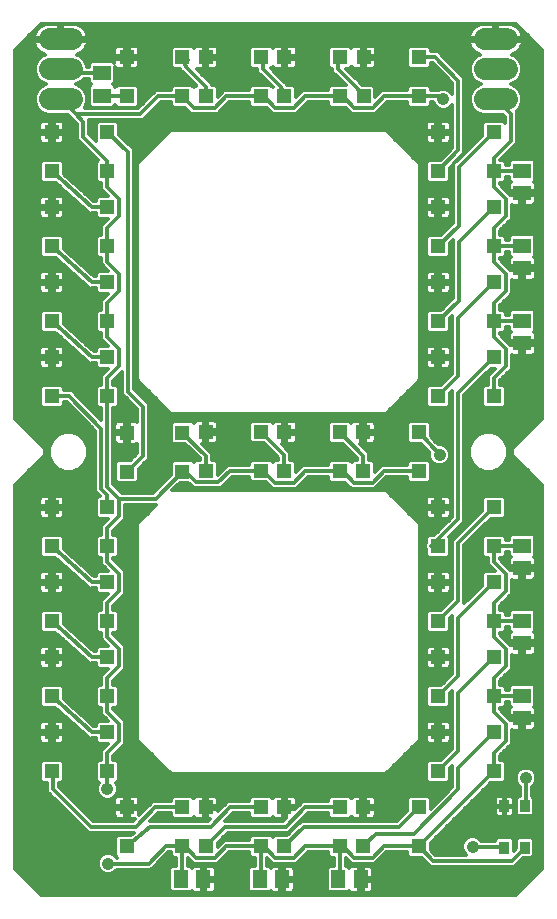
<source format=gtl>
G75*
%MOIN*%
%OFA0B0*%
%FSLAX25Y25*%
%IPPOS*%
%LPD*%
%AMOC8*
5,1,8,0,0,1.08239X$1,22.5*
%
%ADD10R,0.05118X0.04724*%
%ADD11R,0.05906X0.05118*%
%ADD12R,0.05118X0.05906*%
%ADD13R,0.03346X0.03937*%
%ADD14C,0.07400*%
%ADD15C,0.04165*%
%ADD16C,0.04362*%
%ADD17C,0.01200*%
D10*
X0031098Y0065104D03*
X0031098Y0078096D03*
X0031098Y0090104D03*
X0031098Y0103096D03*
X0031098Y0115104D03*
X0031098Y0128096D03*
X0031098Y0140104D03*
X0031098Y0153096D03*
X0049602Y0153096D03*
X0049602Y0140104D03*
X0049602Y0128096D03*
X0049602Y0115104D03*
X0049602Y0103096D03*
X0049602Y0090104D03*
X0049602Y0078096D03*
X0049602Y0065104D03*
X0056098Y0053096D03*
X0056098Y0040104D03*
X0074602Y0040104D03*
X0082348Y0040104D03*
X0082348Y0053096D03*
X0074602Y0053096D03*
X0100852Y0053096D03*
X0108598Y0053096D03*
X0108598Y0040104D03*
X0100852Y0040104D03*
X0127102Y0040104D03*
X0127102Y0053096D03*
X0134848Y0053096D03*
X0134848Y0040104D03*
X0153352Y0040104D03*
X0153352Y0053096D03*
X0159848Y0065104D03*
X0159848Y0078096D03*
X0159848Y0090104D03*
X0159848Y0103096D03*
X0159848Y0115104D03*
X0159848Y0128096D03*
X0159848Y0140104D03*
X0159848Y0153096D03*
X0153352Y0165104D03*
X0153352Y0178096D03*
X0159848Y0190104D03*
X0159848Y0203096D03*
X0159848Y0215104D03*
X0159848Y0228096D03*
X0159848Y0240104D03*
X0159848Y0253096D03*
X0159848Y0265104D03*
X0159848Y0278096D03*
X0153452Y0290104D03*
X0153452Y0303096D03*
X0134948Y0303096D03*
X0134948Y0290104D03*
X0127102Y0290104D03*
X0127102Y0303096D03*
X0108598Y0303096D03*
X0100852Y0303096D03*
X0100852Y0290104D03*
X0108598Y0290104D03*
X0082348Y0290104D03*
X0074602Y0290104D03*
X0074602Y0303096D03*
X0082348Y0303096D03*
X0056098Y0303096D03*
X0056098Y0290104D03*
X0049602Y0278096D03*
X0049602Y0265104D03*
X0049602Y0253096D03*
X0049602Y0240104D03*
X0049602Y0228096D03*
X0049602Y0215104D03*
X0049602Y0203096D03*
X0049602Y0190104D03*
X0056098Y0177996D03*
X0056098Y0165004D03*
X0074602Y0165004D03*
X0082348Y0165204D03*
X0082348Y0178196D03*
X0074602Y0177996D03*
X0100852Y0178196D03*
X0108598Y0178096D03*
X0108598Y0165104D03*
X0100852Y0165204D03*
X0127102Y0165104D03*
X0134848Y0165104D03*
X0134848Y0178096D03*
X0127102Y0178096D03*
X0178352Y0190104D03*
X0178352Y0203096D03*
X0178352Y0215104D03*
X0178352Y0228096D03*
X0178352Y0240104D03*
X0178352Y0253096D03*
X0178352Y0265104D03*
X0178352Y0278096D03*
X0178352Y0153096D03*
X0178352Y0140104D03*
X0178352Y0128096D03*
X0178352Y0115104D03*
X0178352Y0103096D03*
X0178352Y0090104D03*
X0178352Y0078096D03*
X0178352Y0065104D03*
X0031098Y0190104D03*
X0031098Y0203096D03*
X0031098Y0215104D03*
X0031098Y0228096D03*
X0031098Y0240104D03*
X0031098Y0253096D03*
X0031098Y0265104D03*
X0031098Y0278096D03*
D11*
X0047850Y0290360D03*
X0047850Y0297840D03*
X0187850Y0265340D03*
X0187850Y0257860D03*
X0187850Y0240340D03*
X0187850Y0232860D03*
X0187850Y0215340D03*
X0187850Y0207860D03*
X0187850Y0140340D03*
X0187850Y0132860D03*
X0187850Y0115340D03*
X0187850Y0107860D03*
X0187850Y0090340D03*
X0187850Y0082860D03*
D12*
X0134090Y0029100D03*
X0126610Y0029100D03*
X0107840Y0029100D03*
X0100360Y0029100D03*
X0081590Y0029100D03*
X0074110Y0029100D03*
D13*
X0181905Y0039710D03*
X0188795Y0039710D03*
X0188795Y0053490D03*
X0181905Y0053490D03*
D14*
X0182800Y0289100D02*
X0175400Y0289100D01*
X0175400Y0299100D02*
X0182800Y0299100D01*
X0182800Y0309100D02*
X0175400Y0309100D01*
X0037800Y0309100D02*
X0030400Y0309100D01*
X0030400Y0299100D02*
X0037800Y0299100D01*
X0037800Y0289100D02*
X0030400Y0289100D01*
D15*
X0061600Y0276600D03*
X0056600Y0186600D03*
X0031600Y0181600D03*
X0061600Y0066600D03*
X0049602Y0059100D03*
X0049800Y0034400D03*
X0151600Y0066600D03*
X0171600Y0049100D03*
X0171295Y0040045D03*
X0186600Y0031600D03*
X0189100Y0062850D03*
X0160300Y0170600D03*
X0171600Y0181600D03*
X0151600Y0186600D03*
X0161600Y0289100D03*
D16*
X0150350Y0155350D03*
X0026600Y0031600D03*
D17*
X0027511Y0023800D02*
X0018800Y0032511D01*
X0018800Y0160689D01*
X0028800Y0170689D01*
X0028800Y0172511D01*
X0027511Y0173800D01*
X0018800Y0182511D01*
X0018800Y0305689D01*
X0027511Y0314400D01*
X0185689Y0314400D01*
X0194400Y0305689D01*
X0194400Y0182511D01*
X0184400Y0172511D01*
X0184400Y0170689D01*
X0185689Y0169400D01*
X0194400Y0160689D01*
X0194400Y0032511D01*
X0185689Y0023800D01*
X0027511Y0023800D01*
X0027294Y0024017D02*
X0185906Y0024017D01*
X0187104Y0025215D02*
X0137959Y0025215D01*
X0137930Y0025165D02*
X0138140Y0025530D01*
X0138249Y0025937D01*
X0138249Y0028500D01*
X0134690Y0028500D01*
X0134690Y0024547D01*
X0136860Y0024547D01*
X0137267Y0024656D01*
X0137632Y0024867D01*
X0137930Y0025165D01*
X0138249Y0026414D02*
X0188303Y0026414D01*
X0189501Y0027612D02*
X0138249Y0027612D01*
X0138249Y0029700D02*
X0138249Y0032263D01*
X0138140Y0032670D01*
X0137930Y0033035D01*
X0137632Y0033333D01*
X0137267Y0033544D01*
X0136860Y0033653D01*
X0134690Y0033653D01*
X0134690Y0029700D01*
X0133490Y0029700D01*
X0133490Y0033653D01*
X0131320Y0033653D01*
X0130914Y0033544D01*
X0130549Y0033333D01*
X0130251Y0033035D01*
X0130220Y0032982D01*
X0129749Y0033453D01*
X0129102Y0033453D01*
X0129102Y0036120D01*
X0130881Y0034342D01*
X0138815Y0034342D01*
X0142578Y0038104D01*
X0149393Y0038104D01*
X0149393Y0037162D01*
X0150213Y0036342D01*
X0154286Y0036342D01*
X0156106Y0034522D01*
X0157277Y0033350D01*
X0185263Y0033350D01*
X0186435Y0034522D01*
X0188255Y0036342D01*
X0191048Y0036342D01*
X0191868Y0037162D01*
X0191868Y0042259D01*
X0191048Y0043079D01*
X0186542Y0043079D01*
X0185722Y0042259D01*
X0185722Y0039465D01*
X0184978Y0038722D01*
X0184978Y0042259D01*
X0184158Y0043079D01*
X0179652Y0043079D01*
X0178832Y0042259D01*
X0178832Y0042045D01*
X0174220Y0042045D01*
X0173268Y0042997D01*
X0171988Y0043528D01*
X0170602Y0043528D01*
X0169322Y0042997D01*
X0168342Y0042018D01*
X0167812Y0040738D01*
X0167812Y0039352D01*
X0168342Y0038072D01*
X0169065Y0037350D01*
X0158934Y0037350D01*
X0157311Y0038973D01*
X0157311Y0041235D01*
X0177418Y0061342D01*
X0181491Y0061342D01*
X0182311Y0062162D01*
X0182311Y0068046D01*
X0181491Y0068866D01*
X0180352Y0068866D01*
X0180352Y0070366D01*
X0184311Y0074326D01*
X0184311Y0078801D01*
X0184687Y0078701D01*
X0187250Y0078701D01*
X0187250Y0082260D01*
X0183918Y0082260D01*
X0180352Y0085826D01*
X0180352Y0086342D01*
X0181491Y0086342D01*
X0182311Y0087162D01*
X0182311Y0088104D01*
X0183497Y0088104D01*
X0183497Y0087201D01*
X0183968Y0086730D01*
X0183915Y0086699D01*
X0183617Y0086401D01*
X0183406Y0086036D01*
X0183297Y0085630D01*
X0183297Y0083460D01*
X0187250Y0083460D01*
X0187250Y0082260D01*
X0188450Y0082260D01*
X0188450Y0083460D01*
X0192403Y0083460D01*
X0192403Y0085630D01*
X0192294Y0086036D01*
X0192083Y0086401D01*
X0191785Y0086699D01*
X0191732Y0086730D01*
X0192203Y0087201D01*
X0192203Y0093479D01*
X0191383Y0094299D01*
X0184317Y0094299D01*
X0183497Y0093479D01*
X0183497Y0092104D01*
X0182311Y0092104D01*
X0182311Y0093046D01*
X0181491Y0093866D01*
X0180352Y0093866D01*
X0180352Y0095366D01*
X0184311Y0099326D01*
X0184311Y0103801D01*
X0184687Y0103701D01*
X0187250Y0103701D01*
X0187250Y0107260D01*
X0183918Y0107260D01*
X0180352Y0110826D01*
X0180352Y0111342D01*
X0181491Y0111342D01*
X0182311Y0112162D01*
X0182311Y0113104D01*
X0183497Y0113104D01*
X0183497Y0112201D01*
X0183968Y0111730D01*
X0183915Y0111699D01*
X0183617Y0111401D01*
X0183406Y0111036D01*
X0183297Y0110630D01*
X0183297Y0108460D01*
X0187250Y0108460D01*
X0187250Y0107260D01*
X0188450Y0107260D01*
X0188450Y0108460D01*
X0192403Y0108460D01*
X0192403Y0110630D01*
X0192294Y0111036D01*
X0192083Y0111401D01*
X0191785Y0111699D01*
X0191732Y0111730D01*
X0192203Y0112201D01*
X0192203Y0118479D01*
X0191383Y0119299D01*
X0184317Y0119299D01*
X0183497Y0118479D01*
X0183497Y0117104D01*
X0182311Y0117104D01*
X0182311Y0118046D01*
X0181491Y0118866D01*
X0180352Y0118866D01*
X0180352Y0120366D01*
X0184311Y0124326D01*
X0184311Y0128801D01*
X0184687Y0128701D01*
X0187250Y0128701D01*
X0187250Y0132260D01*
X0183918Y0132260D01*
X0180352Y0135826D01*
X0180352Y0136342D01*
X0181491Y0136342D01*
X0182311Y0137162D01*
X0182311Y0138104D01*
X0183497Y0138104D01*
X0183497Y0137201D01*
X0183968Y0136730D01*
X0183915Y0136699D01*
X0183617Y0136401D01*
X0183406Y0136036D01*
X0183297Y0135630D01*
X0183297Y0133460D01*
X0187250Y0133460D01*
X0187250Y0132260D01*
X0188450Y0132260D01*
X0188450Y0133460D01*
X0192403Y0133460D01*
X0192403Y0135630D01*
X0192294Y0136036D01*
X0192083Y0136401D01*
X0191785Y0136699D01*
X0191732Y0136730D01*
X0192203Y0137201D01*
X0192203Y0143479D01*
X0191383Y0144299D01*
X0184317Y0144299D01*
X0183497Y0143479D01*
X0183497Y0142104D01*
X0182311Y0142104D01*
X0182311Y0143046D01*
X0181491Y0143866D01*
X0175213Y0143866D01*
X0174393Y0143046D01*
X0174393Y0137162D01*
X0175213Y0136342D01*
X0176352Y0136342D01*
X0176352Y0134169D01*
X0178663Y0131858D01*
X0175213Y0131858D01*
X0174393Y0131038D01*
X0174393Y0126965D01*
X0168600Y0121172D01*
X0168600Y0140516D01*
X0177418Y0149334D01*
X0181491Y0149334D01*
X0182311Y0150154D01*
X0182311Y0156038D01*
X0181491Y0156858D01*
X0175213Y0156858D01*
X0174393Y0156038D01*
X0174393Y0151965D01*
X0165772Y0143344D01*
X0164600Y0142173D01*
X0164600Y0122684D01*
X0160782Y0118866D01*
X0156709Y0118866D01*
X0155889Y0118046D01*
X0155889Y0112162D01*
X0156709Y0111342D01*
X0162987Y0111342D01*
X0163807Y0112162D01*
X0163807Y0116235D01*
X0164600Y0117027D01*
X0164600Y0097684D01*
X0160782Y0093866D01*
X0156709Y0093866D01*
X0155889Y0093046D01*
X0155889Y0087162D01*
X0156709Y0086342D01*
X0162987Y0086342D01*
X0163807Y0087162D01*
X0163807Y0091235D01*
X0164600Y0092027D01*
X0164600Y0072684D01*
X0160782Y0068866D01*
X0156709Y0068866D01*
X0155889Y0068046D01*
X0155889Y0062162D01*
X0156709Y0061342D01*
X0162987Y0061342D01*
X0163807Y0062162D01*
X0163807Y0066235D01*
X0164600Y0067027D01*
X0164600Y0059928D01*
X0157311Y0052639D01*
X0157311Y0056038D01*
X0156491Y0056858D01*
X0150213Y0056858D01*
X0149393Y0056038D01*
X0149393Y0051965D01*
X0146027Y0048600D01*
X0114266Y0048600D01*
X0113094Y0047428D01*
X0109532Y0043866D01*
X0105459Y0043866D01*
X0104725Y0043132D01*
X0103991Y0043866D01*
X0097713Y0043866D01*
X0096893Y0043046D01*
X0096893Y0042104D01*
X0088421Y0042104D01*
X0086307Y0039990D01*
X0086307Y0041235D01*
X0089673Y0044600D01*
X0109928Y0044600D01*
X0111100Y0045772D01*
X0116424Y0051096D01*
X0123143Y0051096D01*
X0123143Y0050154D01*
X0123963Y0049334D01*
X0130241Y0049334D01*
X0130880Y0049973D01*
X0131009Y0049751D01*
X0131307Y0049454D01*
X0131671Y0049243D01*
X0132078Y0049134D01*
X0134267Y0049134D01*
X0134267Y0052515D01*
X0135429Y0052515D01*
X0135429Y0049134D01*
X0137618Y0049134D01*
X0138025Y0049243D01*
X0138390Y0049454D01*
X0138687Y0049751D01*
X0138898Y0050116D01*
X0139007Y0050523D01*
X0139007Y0052515D01*
X0135429Y0052515D01*
X0135429Y0053677D01*
X0134267Y0053677D01*
X0134267Y0057058D01*
X0132078Y0057058D01*
X0131671Y0056949D01*
X0131307Y0056739D01*
X0131009Y0056441D01*
X0130880Y0056219D01*
X0130241Y0056858D01*
X0123963Y0056858D01*
X0123143Y0056038D01*
X0123143Y0055096D01*
X0114768Y0055096D01*
X0112187Y0052515D01*
X0109179Y0052515D01*
X0109179Y0049508D01*
X0108272Y0048600D01*
X0088928Y0048600D01*
X0091424Y0051096D01*
X0096893Y0051096D01*
X0096893Y0050154D01*
X0097713Y0049334D01*
X0103991Y0049334D01*
X0104630Y0049973D01*
X0104759Y0049751D01*
X0105057Y0049454D01*
X0105421Y0049243D01*
X0105828Y0049134D01*
X0108017Y0049134D01*
X0108017Y0052515D01*
X0109179Y0052515D01*
X0109179Y0053677D01*
X0108017Y0053677D01*
X0108017Y0057058D01*
X0105828Y0057058D01*
X0105421Y0056949D01*
X0105057Y0056739D01*
X0104759Y0056441D01*
X0104630Y0056219D01*
X0103991Y0056858D01*
X0097713Y0056858D01*
X0096893Y0056038D01*
X0096893Y0055096D01*
X0089768Y0055096D01*
X0086507Y0051835D01*
X0086507Y0052515D01*
X0082929Y0052515D01*
X0082929Y0049134D01*
X0083805Y0049134D01*
X0083272Y0048600D01*
X0063932Y0048600D01*
X0063929Y0048600D01*
X0066424Y0051096D01*
X0070643Y0051096D01*
X0070643Y0050154D01*
X0071463Y0049334D01*
X0077741Y0049334D01*
X0078380Y0049973D01*
X0078509Y0049751D01*
X0078807Y0049454D01*
X0079171Y0049243D01*
X0079578Y0049134D01*
X0081767Y0049134D01*
X0081767Y0052515D01*
X0082929Y0052515D01*
X0082929Y0053677D01*
X0081767Y0053677D01*
X0081767Y0057058D01*
X0079578Y0057058D01*
X0079171Y0056949D01*
X0078807Y0056739D01*
X0078509Y0056441D01*
X0078380Y0056219D01*
X0077741Y0056858D01*
X0071463Y0056858D01*
X0070643Y0056038D01*
X0070643Y0055096D01*
X0064768Y0055096D01*
X0060257Y0050585D01*
X0060257Y0052515D01*
X0056679Y0052515D01*
X0056679Y0049134D01*
X0058805Y0049134D01*
X0058272Y0048600D01*
X0044928Y0048600D01*
X0033600Y0059928D01*
X0033600Y0061342D01*
X0034237Y0061342D01*
X0035057Y0062162D01*
X0035057Y0068046D01*
X0034237Y0068866D01*
X0027959Y0068866D01*
X0027139Y0068046D01*
X0027139Y0062162D01*
X0027959Y0061342D01*
X0029600Y0061342D01*
X0029600Y0058272D01*
X0042100Y0045772D01*
X0043272Y0044600D01*
X0058347Y0044600D01*
X0057472Y0043866D01*
X0052959Y0043866D01*
X0052139Y0043046D01*
X0052139Y0037162D01*
X0052901Y0036400D01*
X0052725Y0036400D01*
X0051773Y0037352D01*
X0050493Y0037883D01*
X0049107Y0037883D01*
X0047827Y0037352D01*
X0046848Y0036373D01*
X0046317Y0035093D01*
X0046317Y0033707D01*
X0046848Y0032427D01*
X0047827Y0031448D01*
X0049107Y0030917D01*
X0050493Y0030917D01*
X0051773Y0031448D01*
X0052725Y0032400D01*
X0064224Y0032400D01*
X0065396Y0033572D01*
X0069928Y0038104D01*
X0070643Y0038104D01*
X0070643Y0037162D01*
X0071463Y0036342D01*
X0072602Y0036342D01*
X0072602Y0033453D01*
X0070971Y0033453D01*
X0070151Y0032633D01*
X0070151Y0025567D01*
X0070971Y0024747D01*
X0077249Y0024747D01*
X0077720Y0025218D01*
X0077751Y0025165D01*
X0078049Y0024867D01*
X0078414Y0024656D01*
X0078820Y0024547D01*
X0080990Y0024547D01*
X0080990Y0028500D01*
X0082190Y0028500D01*
X0082190Y0024547D01*
X0084360Y0024547D01*
X0084767Y0024656D01*
X0085132Y0024867D01*
X0085430Y0025165D01*
X0085640Y0025530D01*
X0085749Y0025937D01*
X0085749Y0028500D01*
X0082190Y0028500D01*
X0082190Y0029700D01*
X0080990Y0029700D01*
X0080990Y0033653D01*
X0078820Y0033653D01*
X0078414Y0033544D01*
X0078049Y0033333D01*
X0077751Y0033035D01*
X0077720Y0032982D01*
X0077249Y0033453D01*
X0076602Y0033453D01*
X0076602Y0036120D01*
X0077209Y0035513D01*
X0078381Y0034342D01*
X0086315Y0034342D01*
X0087487Y0035513D01*
X0087487Y0035513D01*
X0090078Y0038104D01*
X0096893Y0038104D01*
X0096893Y0037162D01*
X0097713Y0036342D01*
X0098852Y0036342D01*
X0098852Y0033453D01*
X0097221Y0033453D01*
X0096401Y0032633D01*
X0096401Y0025567D01*
X0097221Y0024747D01*
X0103499Y0024747D01*
X0103970Y0025218D01*
X0104001Y0025165D01*
X0104299Y0024867D01*
X0104664Y0024656D01*
X0105070Y0024547D01*
X0107240Y0024547D01*
X0107240Y0028500D01*
X0108440Y0028500D01*
X0108440Y0024547D01*
X0110610Y0024547D01*
X0111017Y0024656D01*
X0111382Y0024867D01*
X0111680Y0025165D01*
X0111890Y0025530D01*
X0111999Y0025937D01*
X0111999Y0028500D01*
X0108440Y0028500D01*
X0108440Y0029700D01*
X0107240Y0029700D01*
X0107240Y0033653D01*
X0105070Y0033653D01*
X0104664Y0033544D01*
X0104299Y0033333D01*
X0104001Y0033035D01*
X0103970Y0032982D01*
X0103499Y0033453D01*
X0102852Y0033453D01*
X0102852Y0036120D01*
X0104631Y0034342D01*
X0112565Y0034342D01*
X0116328Y0038104D01*
X0123143Y0038104D01*
X0123143Y0037162D01*
X0123963Y0036342D01*
X0125102Y0036342D01*
X0125102Y0033453D01*
X0123471Y0033453D01*
X0122651Y0032633D01*
X0122651Y0025567D01*
X0123471Y0024747D01*
X0129749Y0024747D01*
X0130220Y0025218D01*
X0130251Y0025165D01*
X0130549Y0024867D01*
X0130914Y0024656D01*
X0131320Y0024547D01*
X0133490Y0024547D01*
X0133490Y0028500D01*
X0134690Y0028500D01*
X0134690Y0029700D01*
X0138249Y0029700D01*
X0138249Y0030009D02*
X0191898Y0030009D01*
X0190700Y0028811D02*
X0134690Y0028811D01*
X0134690Y0030009D02*
X0133490Y0030009D01*
X0133490Y0031208D02*
X0134690Y0031208D01*
X0134690Y0032406D02*
X0133490Y0032406D01*
X0133490Y0033605D02*
X0134690Y0033605D01*
X0137038Y0033605D02*
X0157022Y0033605D01*
X0155824Y0034803D02*
X0139277Y0034803D01*
X0140476Y0036002D02*
X0154625Y0036002D01*
X0158106Y0035350D02*
X0184435Y0035350D01*
X0188795Y0039710D01*
X0191868Y0039598D02*
X0194400Y0039598D01*
X0194400Y0040796D02*
X0191868Y0040796D01*
X0191868Y0041995D02*
X0194400Y0041995D01*
X0194400Y0043193D02*
X0172795Y0043193D01*
X0169795Y0043193D02*
X0159270Y0043193D01*
X0160468Y0044392D02*
X0194400Y0044392D01*
X0194400Y0045590D02*
X0161667Y0045590D01*
X0162865Y0046789D02*
X0194400Y0046789D01*
X0194400Y0047987D02*
X0164064Y0047987D01*
X0165262Y0049186D02*
X0194400Y0049186D01*
X0194400Y0050384D02*
X0191311Y0050384D01*
X0191048Y0050121D02*
X0191868Y0050941D01*
X0191868Y0056038D01*
X0191100Y0056806D01*
X0191100Y0059925D01*
X0192052Y0060877D01*
X0192583Y0062157D01*
X0192583Y0063543D01*
X0192052Y0064823D01*
X0191073Y0065802D01*
X0189793Y0066333D01*
X0188407Y0066333D01*
X0187127Y0065802D01*
X0186148Y0064823D01*
X0185617Y0063543D01*
X0185617Y0062157D01*
X0186148Y0060877D01*
X0187100Y0059925D01*
X0187100Y0056858D01*
X0186542Y0056858D01*
X0185722Y0056038D01*
X0185722Y0050941D01*
X0186542Y0050121D01*
X0191048Y0050121D01*
X0191868Y0051583D02*
X0194400Y0051583D01*
X0194400Y0052781D02*
X0191868Y0052781D01*
X0191868Y0053980D02*
X0194400Y0053980D01*
X0194400Y0055178D02*
X0191868Y0055178D01*
X0191530Y0056377D02*
X0194400Y0056377D01*
X0194400Y0057575D02*
X0191100Y0057575D01*
X0191100Y0058774D02*
X0194400Y0058774D01*
X0194400Y0059972D02*
X0191147Y0059972D01*
X0192174Y0061171D02*
X0194400Y0061171D01*
X0194400Y0062369D02*
X0192583Y0062369D01*
X0192572Y0063568D02*
X0194400Y0063568D01*
X0194400Y0064766D02*
X0192076Y0064766D01*
X0190681Y0065965D02*
X0194400Y0065965D01*
X0194400Y0067163D02*
X0182311Y0067163D01*
X0182311Y0065965D02*
X0187519Y0065965D01*
X0186124Y0064766D02*
X0182311Y0064766D01*
X0182311Y0063568D02*
X0185628Y0063568D01*
X0185617Y0062369D02*
X0182311Y0062369D01*
X0182142Y0057058D02*
X0182142Y0053726D01*
X0185178Y0053726D01*
X0185178Y0055669D01*
X0185069Y0056076D01*
X0184859Y0056441D01*
X0184561Y0056739D01*
X0184196Y0056949D01*
X0183789Y0057058D01*
X0182142Y0057058D01*
X0181668Y0057058D02*
X0180021Y0057058D01*
X0179614Y0056949D01*
X0179249Y0056739D01*
X0178952Y0056441D01*
X0178741Y0056076D01*
X0178632Y0055669D01*
X0178632Y0053726D01*
X0181668Y0053726D01*
X0181668Y0053253D01*
X0178632Y0053253D01*
X0178632Y0051311D01*
X0178741Y0050904D01*
X0178952Y0050539D01*
X0179249Y0050241D01*
X0179614Y0050030D01*
X0180021Y0049921D01*
X0181668Y0049921D01*
X0181668Y0053253D01*
X0182142Y0053253D01*
X0182142Y0053726D01*
X0181668Y0053726D01*
X0181668Y0057058D01*
X0181668Y0056377D02*
X0182142Y0056377D01*
X0182142Y0055178D02*
X0181668Y0055178D01*
X0181668Y0053980D02*
X0182142Y0053980D01*
X0182142Y0053253D02*
X0185178Y0053253D01*
X0185178Y0051311D01*
X0185069Y0050904D01*
X0184859Y0050539D01*
X0184561Y0050241D01*
X0184196Y0050030D01*
X0183789Y0049921D01*
X0182142Y0049921D01*
X0182142Y0053253D01*
X0182142Y0052781D02*
X0181668Y0052781D01*
X0181668Y0051583D02*
X0182142Y0051583D01*
X0182142Y0050384D02*
X0181668Y0050384D01*
X0179106Y0050384D02*
X0166461Y0050384D01*
X0167659Y0051583D02*
X0178632Y0051583D01*
X0178632Y0052781D02*
X0168858Y0052781D01*
X0170056Y0053980D02*
X0178632Y0053980D01*
X0178632Y0055178D02*
X0171255Y0055178D01*
X0172453Y0056377D02*
X0178915Y0056377D01*
X0176049Y0059972D02*
X0187053Y0059972D01*
X0187100Y0058774D02*
X0174850Y0058774D01*
X0173652Y0057575D02*
X0187100Y0057575D01*
X0186060Y0056377D02*
X0184896Y0056377D01*
X0185178Y0055178D02*
X0185722Y0055178D01*
X0185722Y0053980D02*
X0185178Y0053980D01*
X0185178Y0052781D02*
X0185722Y0052781D01*
X0185722Y0051583D02*
X0185178Y0051583D01*
X0184704Y0050384D02*
X0186279Y0050384D01*
X0188795Y0053490D02*
X0189100Y0053795D01*
X0189100Y0062850D01*
X0186026Y0061171D02*
X0177247Y0061171D01*
X0178352Y0065104D02*
X0153352Y0040104D01*
X0158106Y0035350D01*
X0157885Y0038399D02*
X0168207Y0038399D01*
X0167812Y0039598D02*
X0157311Y0039598D01*
X0157311Y0040796D02*
X0167836Y0040796D01*
X0168333Y0041995D02*
X0158071Y0041995D01*
X0153352Y0040104D02*
X0141749Y0040104D01*
X0137987Y0036342D01*
X0131709Y0036342D01*
X0127947Y0040104D01*
X0127102Y0040104D01*
X0127102Y0029592D01*
X0126610Y0029100D01*
X0123003Y0025215D02*
X0111709Y0025215D01*
X0111999Y0026414D02*
X0122651Y0026414D01*
X0122651Y0027612D02*
X0111999Y0027612D01*
X0111999Y0029700D02*
X0111999Y0032263D01*
X0111890Y0032670D01*
X0111680Y0033035D01*
X0111382Y0033333D01*
X0111017Y0033544D01*
X0110610Y0033653D01*
X0108440Y0033653D01*
X0108440Y0029700D01*
X0111999Y0029700D01*
X0111999Y0030009D02*
X0122651Y0030009D01*
X0122651Y0028811D02*
X0108440Y0028811D01*
X0108440Y0030009D02*
X0107240Y0030009D01*
X0107240Y0031208D02*
X0108440Y0031208D01*
X0108440Y0032406D02*
X0107240Y0032406D01*
X0107240Y0033605D02*
X0108440Y0033605D01*
X0110788Y0033605D02*
X0125102Y0033605D01*
X0125102Y0034803D02*
X0113027Y0034803D01*
X0114226Y0036002D02*
X0125102Y0036002D01*
X0123143Y0037201D02*
X0115424Y0037201D01*
X0115499Y0040104D02*
X0111737Y0036342D01*
X0105459Y0036342D01*
X0101697Y0040104D01*
X0100852Y0040104D01*
X0100852Y0029592D01*
X0100360Y0029100D01*
X0096401Y0028811D02*
X0082190Y0028811D01*
X0082190Y0029700D02*
X0085749Y0029700D01*
X0085749Y0032263D01*
X0085640Y0032670D01*
X0085430Y0033035D01*
X0085132Y0033333D01*
X0084767Y0033544D01*
X0084360Y0033653D01*
X0082190Y0033653D01*
X0082190Y0029700D01*
X0082190Y0030009D02*
X0080990Y0030009D01*
X0080990Y0031208D02*
X0082190Y0031208D01*
X0082190Y0032406D02*
X0080990Y0032406D01*
X0080990Y0033605D02*
X0082190Y0033605D01*
X0084538Y0033605D02*
X0098852Y0033605D01*
X0098852Y0034803D02*
X0086777Y0034803D01*
X0087976Y0036002D02*
X0098852Y0036002D01*
X0096893Y0037201D02*
X0089174Y0037201D01*
X0089249Y0040104D02*
X0085487Y0036342D01*
X0079209Y0036342D01*
X0075447Y0040104D01*
X0074602Y0040104D01*
X0074602Y0029592D01*
X0074110Y0029100D01*
X0077717Y0025215D02*
X0077722Y0025215D01*
X0080990Y0025215D02*
X0082190Y0025215D01*
X0082190Y0026414D02*
X0080990Y0026414D01*
X0080990Y0027612D02*
X0082190Y0027612D01*
X0085749Y0027612D02*
X0096401Y0027612D01*
X0096401Y0026414D02*
X0085749Y0026414D01*
X0085459Y0025215D02*
X0096753Y0025215D01*
X0096401Y0030009D02*
X0085749Y0030009D01*
X0085749Y0031208D02*
X0096401Y0031208D01*
X0096401Y0032406D02*
X0085711Y0032406D01*
X0078642Y0033605D02*
X0076602Y0033605D01*
X0076602Y0034803D02*
X0077919Y0034803D01*
X0077209Y0035513D02*
X0077209Y0035513D01*
X0076720Y0036002D02*
X0076602Y0036002D01*
X0072602Y0036002D02*
X0067826Y0036002D01*
X0066628Y0034803D02*
X0072602Y0034803D01*
X0072602Y0033605D02*
X0065429Y0033605D01*
X0064231Y0032406D02*
X0070151Y0032406D01*
X0070151Y0031208D02*
X0051194Y0031208D01*
X0048406Y0031208D02*
X0020103Y0031208D01*
X0018905Y0032406D02*
X0046868Y0032406D01*
X0046360Y0033605D02*
X0018800Y0033605D01*
X0018800Y0034803D02*
X0046317Y0034803D01*
X0046694Y0036002D02*
X0018800Y0036002D01*
X0018800Y0037201D02*
X0047675Y0037201D01*
X0049800Y0034400D02*
X0063396Y0034400D01*
X0069100Y0040104D01*
X0074602Y0040104D01*
X0070643Y0037201D02*
X0069025Y0037201D01*
X0070151Y0030009D02*
X0021302Y0030009D01*
X0022500Y0028811D02*
X0070151Y0028811D01*
X0070151Y0027612D02*
X0023699Y0027612D01*
X0024897Y0026414D02*
X0070151Y0026414D01*
X0070503Y0025215D02*
X0026096Y0025215D01*
X0018800Y0038399D02*
X0052139Y0038399D01*
X0052139Y0037201D02*
X0051925Y0037201D01*
X0052139Y0039598D02*
X0018800Y0039598D01*
X0018800Y0040796D02*
X0052139Y0040796D01*
X0052139Y0041995D02*
X0018800Y0041995D01*
X0018800Y0043193D02*
X0052286Y0043193D01*
X0056098Y0040104D02*
X0063844Y0046600D01*
X0084100Y0046600D01*
X0090596Y0053096D01*
X0100852Y0053096D01*
X0104472Y0056377D02*
X0104722Y0056377D01*
X0108017Y0056377D02*
X0109179Y0056377D01*
X0109179Y0057058D02*
X0109179Y0053677D01*
X0112757Y0053677D01*
X0112757Y0055669D01*
X0112648Y0056076D01*
X0112437Y0056441D01*
X0112140Y0056739D01*
X0111775Y0056949D01*
X0111368Y0057058D01*
X0109179Y0057058D01*
X0109179Y0055178D02*
X0108017Y0055178D01*
X0108017Y0053980D02*
X0109179Y0053980D01*
X0109179Y0052781D02*
X0112453Y0052781D01*
X0112757Y0053980D02*
X0113651Y0053980D01*
X0112757Y0055178D02*
X0123143Y0055178D01*
X0123481Y0056377D02*
X0112474Y0056377D01*
X0115596Y0053096D02*
X0109100Y0046600D01*
X0088844Y0046600D01*
X0082348Y0040104D01*
X0086307Y0040796D02*
X0087113Y0040796D01*
X0087067Y0041995D02*
X0088311Y0041995D01*
X0088266Y0043193D02*
X0097040Y0043193D01*
X0100852Y0040104D02*
X0089249Y0040104D01*
X0089464Y0044392D02*
X0110057Y0044392D01*
X0110919Y0045590D02*
X0111256Y0045590D01*
X0112117Y0046789D02*
X0112454Y0046789D01*
X0113316Y0047987D02*
X0113653Y0047987D01*
X0114514Y0049186D02*
X0131885Y0049186D01*
X0134267Y0049186D02*
X0135429Y0049186D01*
X0135429Y0050384D02*
X0134267Y0050384D01*
X0134267Y0051583D02*
X0135429Y0051583D01*
X0135429Y0052781D02*
X0149393Y0052781D01*
X0149393Y0053980D02*
X0139007Y0053980D01*
X0139007Y0053677D02*
X0139007Y0055669D01*
X0138898Y0056076D01*
X0138687Y0056441D01*
X0138390Y0056739D01*
X0138025Y0056949D01*
X0137618Y0057058D01*
X0135429Y0057058D01*
X0135429Y0053677D01*
X0139007Y0053677D01*
X0139007Y0055178D02*
X0149393Y0055178D01*
X0149731Y0056377D02*
X0138724Y0056377D01*
X0139007Y0051583D02*
X0149010Y0051583D01*
X0147812Y0050384D02*
X0138970Y0050384D01*
X0137811Y0049186D02*
X0146613Y0049186D01*
X0146856Y0046600D02*
X0115094Y0046600D01*
X0108598Y0040104D01*
X0104786Y0043193D02*
X0104664Y0043193D01*
X0105635Y0049186D02*
X0089514Y0049186D01*
X0090713Y0050384D02*
X0096893Y0050384D01*
X0096893Y0055178D02*
X0086507Y0055178D01*
X0086507Y0055669D02*
X0086398Y0056076D01*
X0086187Y0056441D01*
X0085890Y0056739D01*
X0085525Y0056949D01*
X0085118Y0057058D01*
X0082929Y0057058D01*
X0082929Y0053677D01*
X0086507Y0053677D01*
X0086507Y0055669D01*
X0086224Y0056377D02*
X0097231Y0056377D01*
X0088651Y0053980D02*
X0086507Y0053980D01*
X0087453Y0052781D02*
X0082929Y0052781D01*
X0082929Y0051583D02*
X0081767Y0051583D01*
X0081767Y0050384D02*
X0082929Y0050384D01*
X0082929Y0049186D02*
X0081767Y0049186D01*
X0079385Y0049186D02*
X0064514Y0049186D01*
X0065713Y0050384D02*
X0070643Y0050384D01*
X0070643Y0055178D02*
X0060257Y0055178D01*
X0060257Y0055669D02*
X0060148Y0056076D01*
X0059937Y0056441D01*
X0059640Y0056739D01*
X0059275Y0056949D01*
X0058868Y0057058D01*
X0056679Y0057058D01*
X0056679Y0053677D01*
X0055517Y0053677D01*
X0055517Y0052515D01*
X0056679Y0052515D01*
X0056679Y0053677D01*
X0060257Y0053677D01*
X0060257Y0055669D01*
X0059974Y0056377D02*
X0070981Y0056377D01*
X0074602Y0053096D02*
X0065596Y0053096D01*
X0059100Y0046600D01*
X0044100Y0046600D01*
X0031600Y0059100D01*
X0031600Y0064602D01*
X0031098Y0065104D01*
X0027139Y0064766D02*
X0018800Y0064766D01*
X0018800Y0063568D02*
X0027139Y0063568D01*
X0027139Y0062369D02*
X0018800Y0062369D01*
X0018800Y0061171D02*
X0029600Y0061171D01*
X0029600Y0059972D02*
X0018800Y0059972D01*
X0018800Y0058774D02*
X0029600Y0058774D01*
X0030296Y0057575D02*
X0018800Y0057575D01*
X0018800Y0056377D02*
X0031495Y0056377D01*
X0032693Y0055178D02*
X0018800Y0055178D01*
X0018800Y0053980D02*
X0033892Y0053980D01*
X0035090Y0052781D02*
X0018800Y0052781D01*
X0018800Y0051583D02*
X0036289Y0051583D01*
X0037487Y0050384D02*
X0018800Y0050384D01*
X0018800Y0049186D02*
X0038686Y0049186D01*
X0039884Y0047987D02*
X0018800Y0047987D01*
X0018800Y0046789D02*
X0041083Y0046789D01*
X0042281Y0045590D02*
X0018800Y0045590D01*
X0018800Y0044392D02*
X0058098Y0044392D01*
X0056679Y0049186D02*
X0055517Y0049186D01*
X0055517Y0049134D02*
X0053328Y0049134D01*
X0052921Y0049243D01*
X0052557Y0049454D01*
X0052259Y0049751D01*
X0052048Y0050116D01*
X0051939Y0050523D01*
X0051939Y0052515D01*
X0055517Y0052515D01*
X0055517Y0049134D01*
X0055517Y0050384D02*
X0056679Y0050384D01*
X0056679Y0051583D02*
X0055517Y0051583D01*
X0055517Y0052781D02*
X0040747Y0052781D01*
X0039549Y0053980D02*
X0051939Y0053980D01*
X0051939Y0053677D02*
X0055517Y0053677D01*
X0055517Y0057058D01*
X0053328Y0057058D01*
X0052921Y0056949D01*
X0052557Y0056739D01*
X0052259Y0056441D01*
X0052048Y0056076D01*
X0051939Y0055669D01*
X0051939Y0053677D01*
X0051939Y0055178D02*
X0038350Y0055178D01*
X0037152Y0056377D02*
X0047400Y0056377D01*
X0047629Y0056148D02*
X0048909Y0055617D01*
X0050295Y0055617D01*
X0051575Y0056148D01*
X0052554Y0057127D01*
X0053085Y0058407D01*
X0053085Y0059793D01*
X0052554Y0061073D01*
X0052285Y0061342D01*
X0052741Y0061342D01*
X0053561Y0062162D01*
X0053561Y0068046D01*
X0052741Y0068866D01*
X0051602Y0068866D01*
X0051602Y0070366D01*
X0055561Y0074326D01*
X0055561Y0081867D01*
X0051602Y0085826D01*
X0051602Y0086342D01*
X0052741Y0086342D01*
X0053561Y0087162D01*
X0053561Y0093046D01*
X0052741Y0093866D01*
X0051602Y0093866D01*
X0051602Y0095366D01*
X0054389Y0098154D01*
X0054389Y0098154D01*
X0055561Y0099326D01*
X0055561Y0106867D01*
X0054389Y0108038D01*
X0051602Y0110826D01*
X0051602Y0111342D01*
X0052741Y0111342D01*
X0053561Y0112162D01*
X0053561Y0118046D01*
X0052741Y0118866D01*
X0051602Y0118866D01*
X0051602Y0120366D01*
X0055561Y0124326D01*
X0055561Y0131867D01*
X0051602Y0135826D01*
X0051602Y0136342D01*
X0052741Y0136342D01*
X0053561Y0137162D01*
X0053561Y0143046D01*
X0052741Y0143866D01*
X0051602Y0143866D01*
X0051602Y0145366D01*
X0055561Y0149326D01*
X0055561Y0154038D01*
X0065927Y0154038D01*
X0060689Y0148800D01*
X0059400Y0147511D01*
X0059400Y0075689D01*
X0069400Y0065689D01*
X0070689Y0064400D01*
X0142511Y0064400D01*
X0152511Y0074400D01*
X0153800Y0075689D01*
X0153800Y0147511D01*
X0143800Y0157511D01*
X0142511Y0158800D01*
X0071226Y0158800D01*
X0073668Y0161242D01*
X0076581Y0161242D01*
X0078381Y0159442D01*
X0087428Y0159442D01*
X0091191Y0163204D01*
X0096893Y0163204D01*
X0096893Y0162262D01*
X0097713Y0161442D01*
X0102531Y0161442D01*
X0104631Y0159342D01*
X0112565Y0159342D01*
X0116328Y0163104D01*
X0123143Y0163104D01*
X0123143Y0162162D01*
X0123963Y0161342D01*
X0128881Y0161342D01*
X0130881Y0159342D01*
X0138815Y0159342D01*
X0142578Y0163104D01*
X0149393Y0163104D01*
X0149393Y0162162D01*
X0150213Y0161342D01*
X0156491Y0161342D01*
X0157311Y0162162D01*
X0157311Y0168046D01*
X0156491Y0168866D01*
X0150213Y0168866D01*
X0149393Y0168046D01*
X0149393Y0167104D01*
X0140921Y0167104D01*
X0139749Y0165932D01*
X0138807Y0164990D01*
X0138807Y0168046D01*
X0137987Y0168866D01*
X0136848Y0168866D01*
X0136848Y0171178D01*
X0135676Y0172350D01*
X0133893Y0174134D01*
X0134267Y0174134D01*
X0134267Y0177515D01*
X0135429Y0177515D01*
X0135429Y0174134D01*
X0137618Y0174134D01*
X0138025Y0174243D01*
X0138390Y0174454D01*
X0138687Y0174751D01*
X0138898Y0175116D01*
X0139007Y0175523D01*
X0139007Y0177515D01*
X0135429Y0177515D01*
X0135429Y0178677D01*
X0134267Y0178677D01*
X0134267Y0182058D01*
X0132078Y0182058D01*
X0131671Y0181949D01*
X0131307Y0181739D01*
X0131009Y0181441D01*
X0130880Y0181219D01*
X0130241Y0181858D01*
X0123963Y0181858D01*
X0123143Y0181038D01*
X0123143Y0175154D01*
X0123963Y0174334D01*
X0128036Y0174334D01*
X0132848Y0169522D01*
X0132848Y0168866D01*
X0131709Y0168866D01*
X0130975Y0168132D01*
X0130241Y0168866D01*
X0123963Y0168866D01*
X0123143Y0168046D01*
X0123143Y0167104D01*
X0114671Y0167104D01*
X0113499Y0165932D01*
X0112557Y0164990D01*
X0112557Y0168046D01*
X0111737Y0168866D01*
X0110598Y0168866D01*
X0110598Y0171278D01*
X0109426Y0172450D01*
X0107743Y0174134D01*
X0108017Y0174134D01*
X0108017Y0177515D01*
X0109179Y0177515D01*
X0109179Y0174134D01*
X0111368Y0174134D01*
X0111775Y0174243D01*
X0112140Y0174454D01*
X0112437Y0174751D01*
X0112648Y0175116D01*
X0112757Y0175523D01*
X0112757Y0177515D01*
X0109179Y0177515D01*
X0109179Y0178677D01*
X0108017Y0178677D01*
X0108017Y0182058D01*
X0105828Y0182058D01*
X0105421Y0181949D01*
X0105057Y0181739D01*
X0104759Y0181441D01*
X0104667Y0181282D01*
X0103991Y0181958D01*
X0097713Y0181958D01*
X0096893Y0181138D01*
X0096893Y0175254D01*
X0097713Y0174434D01*
X0101786Y0174434D01*
X0106598Y0169622D01*
X0106598Y0168866D01*
X0105459Y0168866D01*
X0104775Y0168182D01*
X0103991Y0168966D01*
X0097713Y0168966D01*
X0096893Y0168146D01*
X0096893Y0167204D01*
X0089534Y0167204D01*
X0088362Y0166032D01*
X0086307Y0163977D01*
X0086307Y0168146D01*
X0085487Y0168966D01*
X0084348Y0168966D01*
X0084348Y0171078D01*
X0083176Y0172250D01*
X0081193Y0174234D01*
X0081767Y0174234D01*
X0081767Y0177615D01*
X0082929Y0177615D01*
X0082929Y0174234D01*
X0085118Y0174234D01*
X0085525Y0174343D01*
X0085890Y0174554D01*
X0086187Y0174851D01*
X0086398Y0175216D01*
X0086507Y0175623D01*
X0086507Y0177615D01*
X0082929Y0177615D01*
X0082929Y0178777D01*
X0081767Y0178777D01*
X0081767Y0182158D01*
X0079578Y0182158D01*
X0079171Y0182049D01*
X0078807Y0181839D01*
X0078509Y0181541D01*
X0078307Y0181192D01*
X0077741Y0181758D01*
X0071463Y0181758D01*
X0070643Y0180938D01*
X0070643Y0175054D01*
X0071463Y0174234D01*
X0075536Y0174234D01*
X0080348Y0169422D01*
X0080348Y0168966D01*
X0079209Y0168966D01*
X0078389Y0168146D01*
X0078389Y0168118D01*
X0077741Y0168766D01*
X0071463Y0168766D01*
X0070643Y0167946D01*
X0070643Y0163873D01*
X0064808Y0158038D01*
X0054389Y0158038D01*
X0051602Y0160826D01*
X0051602Y0186342D01*
X0052741Y0186342D01*
X0053561Y0187162D01*
X0053561Y0193046D01*
X0052741Y0193866D01*
X0051602Y0193866D01*
X0051602Y0195366D01*
X0054600Y0198365D01*
X0054600Y0190772D01*
X0059600Y0185772D01*
X0059600Y0181661D01*
X0059275Y0181849D01*
X0058868Y0181958D01*
X0056679Y0181958D01*
X0056679Y0178577D01*
X0055517Y0178577D01*
X0055517Y0177415D01*
X0056679Y0177415D01*
X0056679Y0174034D01*
X0058868Y0174034D01*
X0059275Y0174143D01*
X0059600Y0174331D01*
X0059600Y0171195D01*
X0057100Y0168766D01*
X0052959Y0168766D01*
X0052139Y0167946D01*
X0052139Y0162062D01*
X0052959Y0161242D01*
X0059237Y0161242D01*
X0060057Y0162062D01*
X0060057Y0166062D01*
X0062412Y0168350D01*
X0062428Y0168350D01*
X0063004Y0168926D01*
X0063588Y0169493D01*
X0063588Y0169510D01*
X0063600Y0169522D01*
X0063600Y0170336D01*
X0063612Y0171150D01*
X0063600Y0171162D01*
X0063600Y0187428D01*
X0062428Y0188600D01*
X0058600Y0192428D01*
X0058600Y0270815D01*
X0058629Y0270846D01*
X0058600Y0271637D01*
X0058600Y0272428D01*
X0058569Y0272459D01*
X0058568Y0272502D01*
X0057988Y0273041D01*
X0057428Y0273600D01*
X0057385Y0273600D01*
X0053561Y0277150D01*
X0053561Y0281038D01*
X0052741Y0281858D01*
X0046463Y0281858D01*
X0045643Y0281038D01*
X0045643Y0275385D01*
X0043600Y0277428D01*
X0043600Y0282100D01*
X0061424Y0282100D01*
X0067428Y0288104D01*
X0070643Y0288104D01*
X0070643Y0287162D01*
X0071463Y0286342D01*
X0075536Y0286342D01*
X0077536Y0284342D01*
X0086315Y0284342D01*
X0090078Y0288104D01*
X0096893Y0288104D01*
X0096893Y0287162D01*
X0097713Y0286342D01*
X0102631Y0286342D01*
X0104631Y0284342D01*
X0112565Y0284342D01*
X0116328Y0288104D01*
X0123143Y0288104D01*
X0123143Y0287162D01*
X0123963Y0286342D01*
X0128981Y0286342D01*
X0130981Y0284342D01*
X0138915Y0284342D01*
X0142678Y0288104D01*
X0149493Y0288104D01*
X0149493Y0287162D01*
X0150313Y0286342D01*
X0156591Y0286342D01*
X0157411Y0287162D01*
X0157411Y0288104D01*
X0158243Y0288104D01*
X0158648Y0287127D01*
X0159627Y0286148D01*
X0160907Y0285617D01*
X0162293Y0285617D01*
X0163573Y0286148D01*
X0164552Y0287127D01*
X0164600Y0287242D01*
X0164600Y0272909D01*
X0160699Y0268866D01*
X0156709Y0268866D01*
X0155889Y0268046D01*
X0155889Y0262162D01*
X0156709Y0261342D01*
X0162987Y0261342D01*
X0163807Y0262162D01*
X0163807Y0266327D01*
X0164728Y0267281D01*
X0164728Y0247812D01*
X0160782Y0243866D01*
X0156709Y0243866D01*
X0155889Y0243046D01*
X0155889Y0237162D01*
X0156709Y0236342D01*
X0162987Y0236342D01*
X0163807Y0237162D01*
X0163807Y0241235D01*
X0164728Y0242155D01*
X0164728Y0222812D01*
X0160782Y0218866D01*
X0156709Y0218866D01*
X0155889Y0218046D01*
X0155889Y0212162D01*
X0156709Y0211342D01*
X0162987Y0211342D01*
X0163807Y0212162D01*
X0163807Y0216235D01*
X0164600Y0217027D01*
X0164600Y0197684D01*
X0160782Y0193866D01*
X0156709Y0193866D01*
X0155889Y0193046D01*
X0155889Y0187162D01*
X0156709Y0186342D01*
X0162987Y0186342D01*
X0163807Y0187162D01*
X0163807Y0191235D01*
X0164600Y0192027D01*
X0164600Y0149928D01*
X0158538Y0143866D01*
X0156709Y0143866D01*
X0155889Y0143046D01*
X0155889Y0141217D01*
X0155604Y0140932D01*
X0155604Y0139276D01*
X0155889Y0138990D01*
X0155889Y0137162D01*
X0156709Y0136342D01*
X0162987Y0136342D01*
X0163807Y0137162D01*
X0163807Y0143046D01*
X0163591Y0143262D01*
X0167428Y0147100D01*
X0168600Y0148272D01*
X0168600Y0190516D01*
X0177418Y0199334D01*
X0178663Y0199334D01*
X0176352Y0197023D01*
X0176352Y0193866D01*
X0175213Y0193866D01*
X0174393Y0193046D01*
X0174393Y0187162D01*
X0175213Y0186342D01*
X0181491Y0186342D01*
X0182311Y0187162D01*
X0182311Y0193046D01*
X0181491Y0193866D01*
X0180352Y0193866D01*
X0180352Y0195366D01*
X0184311Y0199326D01*
X0184311Y0203801D01*
X0184687Y0203701D01*
X0187250Y0203701D01*
X0187250Y0207260D01*
X0183918Y0207260D01*
X0180352Y0210826D01*
X0180352Y0211342D01*
X0181491Y0211342D01*
X0182311Y0212162D01*
X0182311Y0213104D01*
X0183497Y0213104D01*
X0183497Y0212201D01*
X0183968Y0211730D01*
X0183915Y0211699D01*
X0183617Y0211401D01*
X0183406Y0211036D01*
X0183297Y0210630D01*
X0183297Y0208460D01*
X0187250Y0208460D01*
X0187250Y0207260D01*
X0188450Y0207260D01*
X0188450Y0208460D01*
X0192403Y0208460D01*
X0192403Y0210630D01*
X0192294Y0211036D01*
X0192083Y0211401D01*
X0191785Y0211699D01*
X0191732Y0211730D01*
X0192203Y0212201D01*
X0192203Y0218479D01*
X0191383Y0219299D01*
X0184317Y0219299D01*
X0183497Y0218479D01*
X0183497Y0217104D01*
X0182311Y0217104D01*
X0182311Y0218046D01*
X0181491Y0218866D01*
X0180352Y0218866D01*
X0180352Y0220366D01*
X0184311Y0224326D01*
X0184311Y0228801D01*
X0184687Y0228701D01*
X0187250Y0228701D01*
X0187250Y0232260D01*
X0183918Y0232260D01*
X0180352Y0235826D01*
X0180352Y0236342D01*
X0181491Y0236342D01*
X0182311Y0237162D01*
X0182311Y0238104D01*
X0183497Y0238104D01*
X0183497Y0237201D01*
X0183968Y0236730D01*
X0183915Y0236699D01*
X0183617Y0236401D01*
X0183406Y0236036D01*
X0183297Y0235630D01*
X0183297Y0233460D01*
X0187250Y0233460D01*
X0187250Y0232260D01*
X0188450Y0232260D01*
X0188450Y0233460D01*
X0192403Y0233460D01*
X0192403Y0235630D01*
X0192294Y0236036D01*
X0192083Y0236401D01*
X0191785Y0236699D01*
X0191732Y0236730D01*
X0192203Y0237201D01*
X0192203Y0243479D01*
X0191383Y0244299D01*
X0184317Y0244299D01*
X0183497Y0243479D01*
X0183497Y0242104D01*
X0182311Y0242104D01*
X0182311Y0243046D01*
X0181491Y0243866D01*
X0180352Y0243866D01*
X0180352Y0245366D01*
X0184311Y0249326D01*
X0184311Y0253801D01*
X0184687Y0253701D01*
X0187250Y0253701D01*
X0187250Y0257260D01*
X0183918Y0257260D01*
X0180352Y0260826D01*
X0180352Y0261342D01*
X0181491Y0261342D01*
X0182311Y0262162D01*
X0182311Y0263104D01*
X0183497Y0263104D01*
X0183497Y0262201D01*
X0183968Y0261730D01*
X0183915Y0261699D01*
X0183617Y0261401D01*
X0183406Y0261036D01*
X0183297Y0260630D01*
X0183297Y0258460D01*
X0187250Y0258460D01*
X0187250Y0257260D01*
X0188450Y0257260D01*
X0188450Y0258460D01*
X0192403Y0258460D01*
X0192403Y0260630D01*
X0192294Y0261036D01*
X0192083Y0261401D01*
X0191785Y0261699D01*
X0191732Y0261730D01*
X0192203Y0262201D01*
X0192203Y0268479D01*
X0191383Y0269299D01*
X0184317Y0269299D01*
X0183497Y0268479D01*
X0183497Y0267104D01*
X0182311Y0267104D01*
X0182311Y0268046D01*
X0181491Y0268866D01*
X0180445Y0268866D01*
X0184928Y0273350D01*
X0186100Y0274522D01*
X0186100Y0284928D01*
X0185970Y0285058D01*
X0187124Y0286211D01*
X0187900Y0288086D01*
X0187900Y0290114D01*
X0187124Y0291989D01*
X0185689Y0293424D01*
X0184056Y0294100D01*
X0185689Y0294776D01*
X0187124Y0296211D01*
X0187900Y0298086D01*
X0187900Y0300114D01*
X0187124Y0301989D01*
X0185689Y0303424D01*
X0184279Y0304008D01*
X0184834Y0304188D01*
X0185578Y0304567D01*
X0186253Y0305057D01*
X0186843Y0305647D01*
X0187333Y0306322D01*
X0187712Y0307066D01*
X0187969Y0307859D01*
X0188087Y0308600D01*
X0179600Y0308600D01*
X0179600Y0309600D01*
X0178600Y0309600D01*
X0178600Y0314400D01*
X0174983Y0314400D01*
X0174159Y0314269D01*
X0173366Y0314012D01*
X0172622Y0313633D01*
X0171947Y0313143D01*
X0171357Y0312553D01*
X0170867Y0311878D01*
X0170488Y0311134D01*
X0170230Y0310341D01*
X0170113Y0309600D01*
X0178600Y0309600D01*
X0178600Y0308600D01*
X0170113Y0308600D01*
X0170230Y0307859D01*
X0170488Y0307066D01*
X0170867Y0306322D01*
X0171357Y0305647D01*
X0171947Y0305057D01*
X0172622Y0304567D01*
X0173366Y0304188D01*
X0173921Y0304008D01*
X0172511Y0303424D01*
X0171076Y0301989D01*
X0170300Y0300114D01*
X0170300Y0298086D01*
X0171076Y0296211D01*
X0172511Y0294776D01*
X0174144Y0294100D01*
X0172511Y0293424D01*
X0171076Y0291989D01*
X0170300Y0290114D01*
X0170300Y0288086D01*
X0171076Y0286211D01*
X0172511Y0284776D01*
X0174386Y0284000D01*
X0181372Y0284000D01*
X0182100Y0283272D01*
X0182100Y0281249D01*
X0181491Y0281858D01*
X0175213Y0281858D01*
X0174393Y0281038D01*
X0174393Y0276965D01*
X0165900Y0268472D01*
X0165254Y0267827D01*
X0168027Y0270701D01*
X0168600Y0271274D01*
X0168600Y0271294D01*
X0168614Y0271309D01*
X0168600Y0272120D01*
X0168600Y0296178D01*
X0167428Y0297350D01*
X0159682Y0305096D01*
X0157411Y0305096D01*
X0157411Y0306038D01*
X0156591Y0306858D01*
X0150313Y0306858D01*
X0149493Y0306038D01*
X0149493Y0300154D01*
X0150313Y0299334D01*
X0156591Y0299334D01*
X0157411Y0300154D01*
X0157411Y0301096D01*
X0158026Y0301096D01*
X0164600Y0294522D01*
X0164600Y0290958D01*
X0164552Y0291073D01*
X0163573Y0292052D01*
X0162293Y0292583D01*
X0160907Y0292583D01*
X0159751Y0292104D01*
X0157411Y0292104D01*
X0157411Y0293046D01*
X0156591Y0293866D01*
X0150313Y0293866D01*
X0149493Y0293046D01*
X0149493Y0292104D01*
X0141021Y0292104D01*
X0139849Y0290932D01*
X0138907Y0289990D01*
X0138907Y0293046D01*
X0138087Y0293866D01*
X0134514Y0293866D01*
X0134448Y0293949D01*
X0134448Y0294080D01*
X0133943Y0294585D01*
X0133499Y0295144D01*
X0133369Y0295159D01*
X0129195Y0299334D01*
X0130241Y0299334D01*
X0130944Y0300037D01*
X0131109Y0299751D01*
X0131407Y0299454D01*
X0131771Y0299243D01*
X0132178Y0299134D01*
X0134367Y0299134D01*
X0134367Y0302515D01*
X0135529Y0302515D01*
X0135529Y0299134D01*
X0137718Y0299134D01*
X0138125Y0299243D01*
X0138490Y0299454D01*
X0138787Y0299751D01*
X0138998Y0300116D01*
X0139107Y0300523D01*
X0139107Y0302515D01*
X0135529Y0302515D01*
X0135529Y0303677D01*
X0134367Y0303677D01*
X0134367Y0307058D01*
X0132178Y0307058D01*
X0131771Y0306949D01*
X0131407Y0306739D01*
X0131109Y0306441D01*
X0130944Y0306155D01*
X0130241Y0306858D01*
X0123963Y0306858D01*
X0123143Y0306038D01*
X0123143Y0300154D01*
X0123963Y0299334D01*
X0124600Y0299334D01*
X0124600Y0298272D01*
X0129005Y0293866D01*
X0123963Y0293866D01*
X0123143Y0293046D01*
X0123143Y0292104D01*
X0114671Y0292104D01*
X0113499Y0290932D01*
X0112557Y0289990D01*
X0112557Y0293046D01*
X0111737Y0293866D01*
X0109348Y0293866D01*
X0109348Y0294180D01*
X0109062Y0294466D01*
X0108917Y0294843D01*
X0108499Y0295029D01*
X0104093Y0299436D01*
X0104630Y0299973D01*
X0104759Y0299751D01*
X0105057Y0299454D01*
X0105421Y0299243D01*
X0105828Y0299134D01*
X0108017Y0299134D01*
X0108017Y0302515D01*
X0109179Y0302515D01*
X0109179Y0299134D01*
X0111368Y0299134D01*
X0111775Y0299243D01*
X0112140Y0299454D01*
X0112437Y0299751D01*
X0112648Y0300116D01*
X0112757Y0300523D01*
X0112757Y0302515D01*
X0109179Y0302515D01*
X0109179Y0303677D01*
X0108017Y0303677D01*
X0108017Y0307058D01*
X0105828Y0307058D01*
X0105421Y0306949D01*
X0105057Y0306739D01*
X0104759Y0306441D01*
X0104630Y0306219D01*
X0103991Y0306858D01*
X0097713Y0306858D01*
X0096893Y0306038D01*
X0096893Y0300154D01*
X0097713Y0299334D01*
X0099600Y0299334D01*
X0099600Y0298272D01*
X0104732Y0293139D01*
X0104725Y0293132D01*
X0103991Y0293866D01*
X0097713Y0293866D01*
X0096893Y0293046D01*
X0096893Y0292104D01*
X0088421Y0292104D01*
X0086307Y0289990D01*
X0086307Y0293046D01*
X0085487Y0293866D01*
X0084348Y0293866D01*
X0084348Y0294180D01*
X0079327Y0299201D01*
X0079578Y0299134D01*
X0081767Y0299134D01*
X0081767Y0302515D01*
X0082929Y0302515D01*
X0082929Y0299134D01*
X0085118Y0299134D01*
X0085525Y0299243D01*
X0085890Y0299454D01*
X0086187Y0299751D01*
X0086398Y0300116D01*
X0086507Y0300523D01*
X0086507Y0302515D01*
X0082929Y0302515D01*
X0082929Y0303677D01*
X0081767Y0303677D01*
X0081767Y0307058D01*
X0079578Y0307058D01*
X0079171Y0306949D01*
X0078807Y0306739D01*
X0078509Y0306441D01*
X0078380Y0306219D01*
X0077741Y0306858D01*
X0071463Y0306858D01*
X0070643Y0306038D01*
X0070643Y0300154D01*
X0071463Y0299334D01*
X0073852Y0299334D01*
X0073852Y0299020D01*
X0074138Y0298734D01*
X0074283Y0298357D01*
X0074700Y0298171D01*
X0079107Y0293764D01*
X0078475Y0293132D01*
X0077741Y0293866D01*
X0071463Y0293866D01*
X0070643Y0293046D01*
X0070643Y0292104D01*
X0065772Y0292104D01*
X0064600Y0290932D01*
X0059768Y0286100D01*
X0042012Y0286100D01*
X0042124Y0286211D01*
X0042900Y0288086D01*
X0042900Y0290114D01*
X0042124Y0291989D01*
X0040689Y0293424D01*
X0039056Y0294100D01*
X0040689Y0294776D01*
X0041753Y0295840D01*
X0043497Y0295840D01*
X0043497Y0294701D01*
X0044098Y0294100D01*
X0043497Y0293499D01*
X0043497Y0287221D01*
X0044317Y0286401D01*
X0051383Y0286401D01*
X0052141Y0287159D01*
X0052959Y0286342D01*
X0059237Y0286342D01*
X0060057Y0287162D01*
X0060057Y0293046D01*
X0059237Y0293866D01*
X0052959Y0293866D01*
X0052203Y0293110D01*
X0052203Y0293499D01*
X0051602Y0294100D01*
X0052203Y0294701D01*
X0052203Y0299848D01*
X0052259Y0299751D01*
X0052557Y0299454D01*
X0052921Y0299243D01*
X0053328Y0299134D01*
X0055517Y0299134D01*
X0055517Y0302515D01*
X0056679Y0302515D01*
X0056679Y0299134D01*
X0058868Y0299134D01*
X0059275Y0299243D01*
X0059640Y0299454D01*
X0059937Y0299751D01*
X0060148Y0300116D01*
X0060257Y0300523D01*
X0060257Y0302515D01*
X0056679Y0302515D01*
X0056679Y0303677D01*
X0055517Y0303677D01*
X0055517Y0302515D01*
X0051939Y0302515D01*
X0051939Y0301243D01*
X0051383Y0301799D01*
X0044317Y0301799D01*
X0043497Y0300979D01*
X0043497Y0299840D01*
X0042900Y0299840D01*
X0042900Y0300114D01*
X0042124Y0301989D01*
X0040689Y0303424D01*
X0039279Y0304008D01*
X0039834Y0304188D01*
X0040578Y0304567D01*
X0041253Y0305057D01*
X0041843Y0305647D01*
X0042333Y0306322D01*
X0042712Y0307066D01*
X0042969Y0307859D01*
X0043087Y0308600D01*
X0034600Y0308600D01*
X0034600Y0309600D01*
X0033600Y0309600D01*
X0033600Y0314400D01*
X0029983Y0314400D01*
X0029159Y0314269D01*
X0028366Y0314012D01*
X0027622Y0313633D01*
X0026947Y0313143D01*
X0026357Y0312553D01*
X0025867Y0311878D01*
X0025488Y0311134D01*
X0025230Y0310341D01*
X0025113Y0309600D01*
X0033600Y0309600D01*
X0033600Y0308600D01*
X0025113Y0308600D01*
X0025230Y0307859D01*
X0025488Y0307066D01*
X0025867Y0306322D01*
X0026357Y0305647D01*
X0026947Y0305057D01*
X0027622Y0304567D01*
X0028366Y0304188D01*
X0028921Y0304008D01*
X0027511Y0303424D01*
X0026076Y0301989D01*
X0025300Y0300114D01*
X0025300Y0298086D01*
X0026076Y0296211D01*
X0027511Y0294776D01*
X0029144Y0294100D01*
X0027511Y0293424D01*
X0026076Y0291989D01*
X0025300Y0290114D01*
X0025300Y0288086D01*
X0026076Y0286211D01*
X0027511Y0284776D01*
X0029386Y0284000D01*
X0036372Y0284000D01*
X0037100Y0283272D01*
X0037100Y0283272D01*
X0038272Y0282100D01*
X0039600Y0280772D01*
X0039600Y0275772D01*
X0046505Y0268866D01*
X0046463Y0268866D01*
X0045643Y0268046D01*
X0045643Y0262162D01*
X0046463Y0261342D01*
X0047602Y0261342D01*
X0047602Y0259169D01*
X0049913Y0256858D01*
X0046463Y0256858D01*
X0045643Y0256038D01*
X0045643Y0255096D01*
X0045127Y0255096D01*
X0035057Y0264217D01*
X0035057Y0268046D01*
X0034237Y0268866D01*
X0027959Y0268866D01*
X0027139Y0268046D01*
X0027139Y0262162D01*
X0027959Y0261342D01*
X0032273Y0261342D01*
X0042977Y0251647D01*
X0043527Y0251096D01*
X0043585Y0251096D01*
X0043627Y0251058D01*
X0044405Y0251096D01*
X0045643Y0251096D01*
X0045643Y0250154D01*
X0046463Y0249334D01*
X0049913Y0249334D01*
X0047602Y0247023D01*
X0047602Y0243866D01*
X0046463Y0243866D01*
X0045643Y0243046D01*
X0045643Y0237162D01*
X0046463Y0236342D01*
X0047602Y0236342D01*
X0047602Y0234169D01*
X0049913Y0231858D01*
X0046463Y0231858D01*
X0045643Y0231038D01*
X0045643Y0230096D01*
X0045127Y0230096D01*
X0035057Y0239217D01*
X0035057Y0243046D01*
X0034237Y0243866D01*
X0027959Y0243866D01*
X0027139Y0243046D01*
X0027139Y0237162D01*
X0027959Y0236342D01*
X0032273Y0236342D01*
X0042977Y0226647D01*
X0043527Y0226096D01*
X0043585Y0226096D01*
X0043627Y0226058D01*
X0044405Y0226096D01*
X0045643Y0226096D01*
X0045643Y0225154D01*
X0046463Y0224334D01*
X0049913Y0224334D01*
X0047602Y0222023D01*
X0047602Y0218866D01*
X0046463Y0218866D01*
X0045643Y0218046D01*
X0045643Y0212162D01*
X0046463Y0211342D01*
X0047602Y0211342D01*
X0047602Y0209169D01*
X0049913Y0206858D01*
X0046463Y0206858D01*
X0045643Y0206038D01*
X0045643Y0205096D01*
X0045127Y0205096D01*
X0035057Y0214217D01*
X0035057Y0218046D01*
X0034237Y0218866D01*
X0027959Y0218866D01*
X0027139Y0218046D01*
X0027139Y0212162D01*
X0027959Y0211342D01*
X0032273Y0211342D01*
X0042977Y0201647D01*
X0043527Y0201096D01*
X0043585Y0201096D01*
X0043627Y0201058D01*
X0044405Y0201096D01*
X0045643Y0201096D01*
X0045643Y0200154D01*
X0046463Y0199334D01*
X0049913Y0199334D01*
X0047602Y0197023D01*
X0047602Y0193866D01*
X0046463Y0193866D01*
X0045643Y0193046D01*
X0045643Y0187162D01*
X0046463Y0186342D01*
X0047602Y0186342D01*
X0047602Y0182176D01*
X0037674Y0192104D01*
X0035057Y0192104D01*
X0035057Y0193046D01*
X0034237Y0193866D01*
X0027959Y0193866D01*
X0027139Y0193046D01*
X0027139Y0187162D01*
X0027959Y0186342D01*
X0034237Y0186342D01*
X0035057Y0187162D01*
X0035057Y0188104D01*
X0036018Y0188104D01*
X0045602Y0178520D01*
X0045602Y0158340D01*
X0047084Y0156858D01*
X0046463Y0156858D01*
X0045643Y0156038D01*
X0045643Y0150154D01*
X0046463Y0149334D01*
X0049913Y0149334D01*
X0047602Y0147023D01*
X0047602Y0143866D01*
X0046463Y0143866D01*
X0045643Y0143046D01*
X0045643Y0137162D01*
X0046463Y0136342D01*
X0047602Y0136342D01*
X0047602Y0134169D01*
X0049913Y0131858D01*
X0046463Y0131858D01*
X0045643Y0131038D01*
X0045643Y0130096D01*
X0045127Y0130096D01*
X0035057Y0139217D01*
X0035057Y0143046D01*
X0034237Y0143866D01*
X0027959Y0143866D01*
X0027139Y0143046D01*
X0027139Y0137162D01*
X0027959Y0136342D01*
X0032273Y0136342D01*
X0042977Y0126647D01*
X0043527Y0126096D01*
X0043585Y0126096D01*
X0043627Y0126058D01*
X0044405Y0126096D01*
X0045643Y0126096D01*
X0045643Y0125154D01*
X0046463Y0124334D01*
X0049913Y0124334D01*
X0047602Y0122023D01*
X0047602Y0118866D01*
X0046463Y0118866D01*
X0045643Y0118046D01*
X0045643Y0112162D01*
X0046463Y0111342D01*
X0047602Y0111342D01*
X0047602Y0109169D01*
X0049913Y0106858D01*
X0046463Y0106858D01*
X0045643Y0106038D01*
X0045643Y0105096D01*
X0045127Y0105096D01*
X0035057Y0114217D01*
X0035057Y0118046D01*
X0034237Y0118866D01*
X0027959Y0118866D01*
X0027139Y0118046D01*
X0027139Y0112162D01*
X0027959Y0111342D01*
X0032273Y0111342D01*
X0042977Y0101647D01*
X0043527Y0101096D01*
X0043585Y0101096D01*
X0043627Y0101058D01*
X0044405Y0101096D01*
X0045643Y0101096D01*
X0045643Y0100154D01*
X0046463Y0099334D01*
X0049913Y0099334D01*
X0047602Y0097023D01*
X0047602Y0093866D01*
X0046463Y0093866D01*
X0045643Y0093046D01*
X0045643Y0087162D01*
X0046463Y0086342D01*
X0047602Y0086342D01*
X0047602Y0084169D01*
X0049913Y0081858D01*
X0046463Y0081858D01*
X0045643Y0081038D01*
X0045643Y0080096D01*
X0045127Y0080096D01*
X0035057Y0089217D01*
X0035057Y0093046D01*
X0034237Y0093866D01*
X0027959Y0093866D01*
X0027139Y0093046D01*
X0027139Y0087162D01*
X0027959Y0086342D01*
X0032273Y0086342D01*
X0042977Y0076647D01*
X0043527Y0076096D01*
X0043585Y0076096D01*
X0043627Y0076058D01*
X0044405Y0076096D01*
X0045643Y0076096D01*
X0045643Y0075154D01*
X0046463Y0074334D01*
X0049913Y0074334D01*
X0047602Y0072023D01*
X0047602Y0068866D01*
X0046463Y0068866D01*
X0045643Y0068046D01*
X0045643Y0062162D01*
X0046463Y0061342D01*
X0046918Y0061342D01*
X0046649Y0061073D01*
X0046119Y0059793D01*
X0046119Y0058407D01*
X0046649Y0057127D01*
X0047629Y0056148D01*
X0046464Y0057575D02*
X0035953Y0057575D01*
X0034755Y0058774D02*
X0046119Y0058774D01*
X0046194Y0059972D02*
X0033600Y0059972D01*
X0033600Y0061171D02*
X0046747Y0061171D01*
X0045643Y0062369D02*
X0035057Y0062369D01*
X0035057Y0063568D02*
X0045643Y0063568D01*
X0045643Y0064766D02*
X0035057Y0064766D01*
X0035057Y0065965D02*
X0045643Y0065965D01*
X0045643Y0067163D02*
X0035057Y0067163D01*
X0034741Y0068362D02*
X0045959Y0068362D01*
X0047602Y0069560D02*
X0018800Y0069560D01*
X0018800Y0068362D02*
X0027455Y0068362D01*
X0027139Y0067163D02*
X0018800Y0067163D01*
X0018800Y0065965D02*
X0027139Y0065965D01*
X0028328Y0074134D02*
X0030517Y0074134D01*
X0030517Y0077515D01*
X0031679Y0077515D01*
X0031679Y0074134D01*
X0033868Y0074134D01*
X0034275Y0074243D01*
X0034640Y0074454D01*
X0034937Y0074751D01*
X0035148Y0075116D01*
X0035257Y0075523D01*
X0035257Y0077515D01*
X0031679Y0077515D01*
X0031679Y0078677D01*
X0030517Y0078677D01*
X0030517Y0077515D01*
X0026939Y0077515D01*
X0026939Y0075523D01*
X0027048Y0075116D01*
X0027259Y0074751D01*
X0027557Y0074454D01*
X0027921Y0074243D01*
X0028328Y0074134D01*
X0027728Y0074354D02*
X0018800Y0074354D01*
X0018800Y0073156D02*
X0048735Y0073156D01*
X0047602Y0071957D02*
X0018800Y0071957D01*
X0018800Y0070759D02*
X0047602Y0070759D01*
X0049602Y0071195D02*
X0053561Y0075154D01*
X0053561Y0081038D01*
X0049602Y0084997D01*
X0049602Y0090104D01*
X0049602Y0096195D01*
X0053561Y0100154D01*
X0053561Y0106038D01*
X0049602Y0109997D01*
X0049602Y0115104D01*
X0049602Y0121195D01*
X0053561Y0125154D01*
X0053561Y0131038D01*
X0049602Y0134997D01*
X0049602Y0140104D01*
X0049602Y0146195D01*
X0053561Y0150154D01*
X0053561Y0156038D01*
X0065636Y0156038D01*
X0074602Y0165004D01*
X0075852Y0164799D01*
X0079209Y0161442D01*
X0086600Y0161442D01*
X0090362Y0165204D01*
X0100852Y0165204D01*
X0101597Y0165204D01*
X0105459Y0161342D01*
X0111737Y0161342D01*
X0115499Y0165104D01*
X0127102Y0165104D01*
X0127947Y0165104D01*
X0131709Y0161342D01*
X0137987Y0161342D01*
X0141749Y0165104D01*
X0153352Y0165104D01*
X0155104Y0165104D01*
X0157311Y0165441D02*
X0164600Y0165441D01*
X0164600Y0164243D02*
X0157311Y0164243D01*
X0157311Y0163044D02*
X0164600Y0163044D01*
X0164600Y0161846D02*
X0156995Y0161846D01*
X0157078Y0157058D02*
X0156671Y0156949D01*
X0156307Y0156739D01*
X0156009Y0156441D01*
X0155798Y0156076D01*
X0155689Y0155669D01*
X0155689Y0153677D01*
X0159267Y0153677D01*
X0159267Y0152515D01*
X0160429Y0152515D01*
X0160429Y0149134D01*
X0162618Y0149134D01*
X0163025Y0149243D01*
X0163390Y0149454D01*
X0163687Y0149751D01*
X0163898Y0150116D01*
X0164007Y0150523D01*
X0164007Y0152515D01*
X0160429Y0152515D01*
X0160429Y0153677D01*
X0159267Y0153677D01*
X0159267Y0157058D01*
X0157078Y0157058D01*
X0157054Y0157052D02*
X0144260Y0157052D01*
X0145458Y0155853D02*
X0155738Y0155853D01*
X0155689Y0154655D02*
X0146657Y0154655D01*
X0147855Y0153456D02*
X0159267Y0153456D01*
X0159267Y0152515D02*
X0155689Y0152515D01*
X0155689Y0150523D01*
X0155798Y0150116D01*
X0156009Y0149751D01*
X0156307Y0149454D01*
X0156671Y0149243D01*
X0157078Y0149134D01*
X0159267Y0149134D01*
X0159267Y0152515D01*
X0159267Y0152258D02*
X0160429Y0152258D01*
X0160429Y0153456D02*
X0164600Y0153456D01*
X0164007Y0153677D02*
X0164007Y0155669D01*
X0163898Y0156076D01*
X0163687Y0156441D01*
X0163390Y0156739D01*
X0163025Y0156949D01*
X0162618Y0157058D01*
X0160429Y0157058D01*
X0160429Y0153677D01*
X0164007Y0153677D01*
X0164007Y0154655D02*
X0164600Y0154655D01*
X0164600Y0155853D02*
X0163958Y0155853D01*
X0164600Y0157052D02*
X0162642Y0157052D01*
X0160429Y0157052D02*
X0159267Y0157052D01*
X0159267Y0155853D02*
X0160429Y0155853D01*
X0160429Y0154655D02*
X0159267Y0154655D01*
X0159267Y0151059D02*
X0160429Y0151059D01*
X0160429Y0149861D02*
X0159267Y0149861D01*
X0162135Y0147464D02*
X0153800Y0147464D01*
X0153800Y0146265D02*
X0160937Y0146265D01*
X0159738Y0145067D02*
X0153800Y0145067D01*
X0153800Y0143868D02*
X0158540Y0143868D01*
X0157604Y0140104D02*
X0159848Y0140104D01*
X0157604Y0140104D02*
X0166600Y0149100D01*
X0166600Y0191344D01*
X0178352Y0203096D01*
X0178328Y0199000D02*
X0177084Y0199000D01*
X0177130Y0197801D02*
X0175885Y0197801D01*
X0176352Y0196603D02*
X0174687Y0196603D01*
X0173488Y0195404D02*
X0176352Y0195404D01*
X0176352Y0194205D02*
X0172290Y0194205D01*
X0171091Y0193007D02*
X0174393Y0193007D01*
X0174393Y0191808D02*
X0169893Y0191808D01*
X0168694Y0190610D02*
X0174393Y0190610D01*
X0174393Y0189411D02*
X0168600Y0189411D01*
X0168600Y0188213D02*
X0174393Y0188213D01*
X0174540Y0187014D02*
X0168600Y0187014D01*
X0168600Y0185816D02*
X0194400Y0185816D01*
X0194400Y0187014D02*
X0182164Y0187014D01*
X0182311Y0188213D02*
X0194400Y0188213D01*
X0194400Y0189411D02*
X0182311Y0189411D01*
X0182311Y0190610D02*
X0194400Y0190610D01*
X0194400Y0191808D02*
X0182311Y0191808D01*
X0182311Y0193007D02*
X0194400Y0193007D01*
X0194400Y0194205D02*
X0180352Y0194205D01*
X0180389Y0195404D02*
X0194400Y0195404D01*
X0194400Y0196603D02*
X0181588Y0196603D01*
X0182787Y0197801D02*
X0194400Y0197801D01*
X0194400Y0199000D02*
X0183985Y0199000D01*
X0184311Y0200198D02*
X0194400Y0200198D01*
X0194400Y0201397D02*
X0184311Y0201397D01*
X0184311Y0202595D02*
X0194400Y0202595D01*
X0194400Y0203794D02*
X0191360Y0203794D01*
X0191420Y0203810D02*
X0191785Y0204020D01*
X0192083Y0204318D01*
X0192294Y0204683D01*
X0192403Y0205090D01*
X0192403Y0207260D01*
X0188450Y0207260D01*
X0188450Y0203701D01*
X0191013Y0203701D01*
X0191420Y0203810D01*
X0192376Y0204992D02*
X0194400Y0204992D01*
X0194400Y0206191D02*
X0192403Y0206191D01*
X0194400Y0207389D02*
X0188450Y0207389D01*
X0188450Y0206191D02*
X0187250Y0206191D01*
X0187250Y0207389D02*
X0183788Y0207389D01*
X0183297Y0208588D02*
X0182590Y0208588D01*
X0183297Y0209786D02*
X0181391Y0209786D01*
X0180352Y0210985D02*
X0183392Y0210985D01*
X0183515Y0212183D02*
X0182311Y0212183D01*
X0178352Y0209997D02*
X0182311Y0206038D01*
X0182311Y0200154D01*
X0178352Y0196195D01*
X0178352Y0190104D01*
X0168600Y0184617D02*
X0194400Y0184617D01*
X0194400Y0183419D02*
X0168600Y0183419D01*
X0168600Y0182220D02*
X0194109Y0182220D01*
X0192911Y0181022D02*
X0168600Y0181022D01*
X0168600Y0179823D02*
X0191712Y0179823D01*
X0190514Y0178625D02*
X0168600Y0178625D01*
X0168600Y0177426D02*
X0173419Y0177426D01*
X0172861Y0177195D02*
X0171005Y0175339D01*
X0170000Y0172913D01*
X0170000Y0170287D01*
X0171005Y0167861D01*
X0172861Y0166005D01*
X0175287Y0165000D01*
X0177913Y0165000D01*
X0180339Y0166005D01*
X0182195Y0167861D01*
X0183200Y0170287D01*
X0183200Y0172913D01*
X0182195Y0175339D01*
X0180339Y0177195D01*
X0177913Y0178200D01*
X0175287Y0178200D01*
X0172861Y0177195D01*
X0171894Y0176228D02*
X0168600Y0176228D01*
X0168600Y0175029D02*
X0170877Y0175029D01*
X0170380Y0173831D02*
X0168600Y0173831D01*
X0168600Y0172632D02*
X0170000Y0172632D01*
X0170000Y0171434D02*
X0168600Y0171434D01*
X0168600Y0170235D02*
X0170021Y0170235D01*
X0170518Y0169037D02*
X0168600Y0169037D01*
X0168600Y0167838D02*
X0171028Y0167838D01*
X0172226Y0166640D02*
X0168600Y0166640D01*
X0168600Y0165441D02*
X0174222Y0165441D01*
X0178978Y0165441D02*
X0189647Y0165441D01*
X0188449Y0166640D02*
X0180974Y0166640D01*
X0182172Y0167838D02*
X0187250Y0167838D01*
X0186052Y0169037D02*
X0182682Y0169037D01*
X0183178Y0170235D02*
X0184853Y0170235D01*
X0184400Y0171434D02*
X0183200Y0171434D01*
X0183200Y0172632D02*
X0184521Y0172632D01*
X0185720Y0173831D02*
X0182820Y0173831D01*
X0182323Y0175029D02*
X0186918Y0175029D01*
X0188117Y0176228D02*
X0181306Y0176228D01*
X0179781Y0177426D02*
X0189315Y0177426D01*
X0190846Y0164243D02*
X0168600Y0164243D01*
X0168600Y0163044D02*
X0192045Y0163044D01*
X0193243Y0161846D02*
X0168600Y0161846D01*
X0168600Y0160647D02*
X0194400Y0160647D01*
X0194400Y0159449D02*
X0168600Y0159449D01*
X0168600Y0158250D02*
X0194400Y0158250D01*
X0194400Y0157052D02*
X0168600Y0157052D01*
X0168600Y0155853D02*
X0174393Y0155853D01*
X0174393Y0154655D02*
X0168600Y0154655D01*
X0168600Y0153456D02*
X0174393Y0153456D01*
X0174393Y0152258D02*
X0168600Y0152258D01*
X0168600Y0151059D02*
X0173487Y0151059D01*
X0172288Y0149861D02*
X0168600Y0149861D01*
X0168600Y0148662D02*
X0171090Y0148662D01*
X0169891Y0147464D02*
X0167792Y0147464D01*
X0168693Y0146265D02*
X0166593Y0146265D01*
X0167494Y0145067D02*
X0165395Y0145067D01*
X0166296Y0143868D02*
X0164196Y0143868D01*
X0163807Y0142670D02*
X0165097Y0142670D01*
X0164600Y0141471D02*
X0163807Y0141471D01*
X0163807Y0140272D02*
X0164600Y0140272D01*
X0164600Y0139074D02*
X0163807Y0139074D01*
X0163807Y0137875D02*
X0164600Y0137875D01*
X0164600Y0136677D02*
X0163322Y0136677D01*
X0164600Y0135478D02*
X0153800Y0135478D01*
X0153800Y0134280D02*
X0164600Y0134280D01*
X0164600Y0133081D02*
X0153800Y0133081D01*
X0153800Y0131883D02*
X0156557Y0131883D01*
X0156671Y0131949D02*
X0156307Y0131739D01*
X0156009Y0131441D01*
X0155798Y0131076D01*
X0155689Y0130669D01*
X0155689Y0128677D01*
X0159267Y0128677D01*
X0159267Y0127515D01*
X0160429Y0127515D01*
X0160429Y0124134D01*
X0162618Y0124134D01*
X0163025Y0124243D01*
X0163390Y0124454D01*
X0163687Y0124751D01*
X0163898Y0125116D01*
X0164007Y0125523D01*
X0164007Y0127515D01*
X0160429Y0127515D01*
X0160429Y0128677D01*
X0159267Y0128677D01*
X0159267Y0132058D01*
X0157078Y0132058D01*
X0156671Y0131949D01*
X0155693Y0130684D02*
X0153800Y0130684D01*
X0153800Y0129486D02*
X0155689Y0129486D01*
X0155689Y0127515D02*
X0155689Y0125523D01*
X0155798Y0125116D01*
X0156009Y0124751D01*
X0156307Y0124454D01*
X0156671Y0124243D01*
X0157078Y0124134D01*
X0159267Y0124134D01*
X0159267Y0127515D01*
X0155689Y0127515D01*
X0155689Y0127089D02*
X0153800Y0127089D01*
X0153800Y0128287D02*
X0159267Y0128287D01*
X0160429Y0128287D02*
X0164600Y0128287D01*
X0164007Y0128677D02*
X0164007Y0130669D01*
X0163898Y0131076D01*
X0163687Y0131441D01*
X0163390Y0131739D01*
X0163025Y0131949D01*
X0162618Y0132058D01*
X0160429Y0132058D01*
X0160429Y0128677D01*
X0164007Y0128677D01*
X0164007Y0129486D02*
X0164600Y0129486D01*
X0164600Y0130684D02*
X0164003Y0130684D01*
X0164600Y0131883D02*
X0163140Y0131883D01*
X0164007Y0127089D02*
X0164600Y0127089D01*
X0164600Y0125890D02*
X0164007Y0125890D01*
X0163628Y0124692D02*
X0164600Y0124692D01*
X0164600Y0123493D02*
X0153800Y0123493D01*
X0153800Y0122295D02*
X0164210Y0122295D01*
X0163012Y0121096D02*
X0153800Y0121096D01*
X0153800Y0119898D02*
X0161813Y0119898D01*
X0163875Y0116302D02*
X0164600Y0116302D01*
X0164600Y0115104D02*
X0163807Y0115104D01*
X0163807Y0113905D02*
X0164600Y0113905D01*
X0164600Y0112707D02*
X0163807Y0112707D01*
X0163153Y0111508D02*
X0164600Y0111508D01*
X0164600Y0110310D02*
X0153800Y0110310D01*
X0153800Y0111508D02*
X0156543Y0111508D01*
X0155889Y0112707D02*
X0153800Y0112707D01*
X0153800Y0113905D02*
X0155889Y0113905D01*
X0155889Y0115104D02*
X0153800Y0115104D01*
X0153800Y0116302D02*
X0155889Y0116302D01*
X0155889Y0117501D02*
X0153800Y0117501D01*
X0153800Y0118699D02*
X0156542Y0118699D01*
X0159848Y0115104D02*
X0166600Y0121856D01*
X0166600Y0141344D01*
X0178352Y0153096D01*
X0176746Y0148662D02*
X0194400Y0148662D01*
X0194400Y0147464D02*
X0175548Y0147464D01*
X0174349Y0146265D02*
X0194400Y0146265D01*
X0194400Y0145067D02*
X0173151Y0145067D01*
X0171952Y0143868D02*
X0183886Y0143868D01*
X0183497Y0142670D02*
X0182311Y0142670D01*
X0182311Y0137875D02*
X0183497Y0137875D01*
X0183893Y0136677D02*
X0181826Y0136677D01*
X0180699Y0135478D02*
X0183297Y0135478D01*
X0183297Y0134280D02*
X0181898Y0134280D01*
X0183096Y0133081D02*
X0187250Y0133081D01*
X0187250Y0131883D02*
X0188450Y0131883D01*
X0188450Y0132260D02*
X0188450Y0128701D01*
X0191013Y0128701D01*
X0191420Y0128810D01*
X0191785Y0129020D01*
X0192083Y0129318D01*
X0192294Y0129683D01*
X0192403Y0130090D01*
X0192403Y0132260D01*
X0188450Y0132260D01*
X0188450Y0133081D02*
X0194400Y0133081D01*
X0194400Y0131883D02*
X0192403Y0131883D01*
X0192403Y0130684D02*
X0194400Y0130684D01*
X0194400Y0129486D02*
X0192180Y0129486D01*
X0194400Y0128287D02*
X0184311Y0128287D01*
X0184311Y0127089D02*
X0194400Y0127089D01*
X0194400Y0125890D02*
X0184311Y0125890D01*
X0184311Y0124692D02*
X0194400Y0124692D01*
X0194400Y0123493D02*
X0183479Y0123493D01*
X0182280Y0122295D02*
X0194400Y0122295D01*
X0194400Y0121096D02*
X0181082Y0121096D01*
X0180352Y0119898D02*
X0194400Y0119898D01*
X0194400Y0118699D02*
X0191983Y0118699D01*
X0192203Y0117501D02*
X0194400Y0117501D01*
X0194400Y0116302D02*
X0192203Y0116302D01*
X0192203Y0115104D02*
X0194400Y0115104D01*
X0194400Y0113905D02*
X0192203Y0113905D01*
X0192203Y0112707D02*
X0194400Y0112707D01*
X0194400Y0111508D02*
X0191976Y0111508D01*
X0192403Y0110310D02*
X0194400Y0110310D01*
X0194400Y0109111D02*
X0192403Y0109111D01*
X0192403Y0107260D02*
X0188450Y0107260D01*
X0188450Y0103701D01*
X0191013Y0103701D01*
X0191420Y0103810D01*
X0191785Y0104020D01*
X0192083Y0104318D01*
X0192294Y0104683D01*
X0192403Y0105090D01*
X0192403Y0107260D01*
X0192403Y0106714D02*
X0194400Y0106714D01*
X0194400Y0105516D02*
X0192403Y0105516D01*
X0192082Y0104317D02*
X0194400Y0104317D01*
X0194400Y0103119D02*
X0184311Y0103119D01*
X0184311Y0101920D02*
X0194400Y0101920D01*
X0194400Y0100722D02*
X0184311Y0100722D01*
X0184311Y0099523D02*
X0194400Y0099523D01*
X0194400Y0098325D02*
X0183310Y0098325D01*
X0182112Y0097126D02*
X0194400Y0097126D01*
X0194400Y0095928D02*
X0180913Y0095928D01*
X0180352Y0094729D02*
X0194400Y0094729D01*
X0194400Y0093531D02*
X0192151Y0093531D01*
X0192203Y0092332D02*
X0194400Y0092332D01*
X0194400Y0091134D02*
X0192203Y0091134D01*
X0192203Y0089935D02*
X0194400Y0089935D01*
X0194400Y0088737D02*
X0192203Y0088737D01*
X0192203Y0087538D02*
X0194400Y0087538D01*
X0194400Y0086339D02*
X0192119Y0086339D01*
X0192403Y0085141D02*
X0194400Y0085141D01*
X0194400Y0083942D02*
X0192403Y0083942D01*
X0192403Y0082260D02*
X0188450Y0082260D01*
X0188450Y0078701D01*
X0191013Y0078701D01*
X0191420Y0078810D01*
X0191785Y0079020D01*
X0192083Y0079318D01*
X0192294Y0079683D01*
X0192403Y0080090D01*
X0192403Y0082260D01*
X0192403Y0081545D02*
X0194400Y0081545D01*
X0194400Y0080347D02*
X0192403Y0080347D01*
X0191913Y0079148D02*
X0194400Y0079148D01*
X0194400Y0077950D02*
X0184311Y0077950D01*
X0184311Y0076751D02*
X0194400Y0076751D01*
X0194400Y0075553D02*
X0184311Y0075553D01*
X0184311Y0074354D02*
X0194400Y0074354D01*
X0194400Y0073156D02*
X0183141Y0073156D01*
X0181943Y0071957D02*
X0194400Y0071957D01*
X0194400Y0070759D02*
X0180744Y0070759D01*
X0180352Y0069560D02*
X0194400Y0069560D01*
X0194400Y0068362D02*
X0181995Y0068362D01*
X0178352Y0071195D02*
X0182311Y0075154D01*
X0182311Y0081038D01*
X0178352Y0084997D01*
X0178352Y0090104D01*
X0187614Y0090104D01*
X0187850Y0090340D01*
X0183497Y0092332D02*
X0182311Y0092332D01*
X0181827Y0093531D02*
X0183549Y0093531D01*
X0178352Y0096195D02*
X0182311Y0100154D01*
X0182311Y0106038D01*
X0178352Y0109997D01*
X0178352Y0115104D01*
X0187614Y0115104D01*
X0187850Y0115340D01*
X0183497Y0117501D02*
X0182311Y0117501D01*
X0181658Y0118699D02*
X0183717Y0118699D01*
X0178352Y0121195D02*
X0182311Y0125154D01*
X0182311Y0131038D01*
X0178352Y0134997D01*
X0178352Y0140104D01*
X0187614Y0140104D01*
X0187850Y0140340D01*
X0191814Y0143868D02*
X0194400Y0143868D01*
X0194400Y0142670D02*
X0192203Y0142670D01*
X0192203Y0141471D02*
X0194400Y0141471D01*
X0194400Y0140272D02*
X0192203Y0140272D01*
X0192203Y0139074D02*
X0194400Y0139074D01*
X0194400Y0137875D02*
X0192203Y0137875D01*
X0191807Y0136677D02*
X0194400Y0136677D01*
X0194400Y0135478D02*
X0192403Y0135478D01*
X0192403Y0134280D02*
X0194400Y0134280D01*
X0188450Y0130684D02*
X0187250Y0130684D01*
X0187250Y0129486D02*
X0188450Y0129486D01*
X0178638Y0131883D02*
X0168600Y0131883D01*
X0168600Y0133081D02*
X0177439Y0133081D01*
X0176352Y0134280D02*
X0168600Y0134280D01*
X0168600Y0135478D02*
X0176352Y0135478D01*
X0174878Y0136677D02*
X0168600Y0136677D01*
X0168600Y0137875D02*
X0174393Y0137875D01*
X0174393Y0139074D02*
X0168600Y0139074D01*
X0168600Y0140272D02*
X0174393Y0140272D01*
X0174393Y0141471D02*
X0169555Y0141471D01*
X0170754Y0142670D02*
X0174393Y0142670D01*
X0182018Y0149861D02*
X0194400Y0149861D01*
X0194400Y0151059D02*
X0182311Y0151059D01*
X0182311Y0152258D02*
X0194400Y0152258D01*
X0194400Y0153456D02*
X0182311Y0153456D01*
X0182311Y0154655D02*
X0194400Y0154655D01*
X0194400Y0155853D02*
X0182311Y0155853D01*
X0174393Y0130684D02*
X0168600Y0130684D01*
X0168600Y0129486D02*
X0174393Y0129486D01*
X0174393Y0128287D02*
X0168600Y0128287D01*
X0168600Y0127089D02*
X0174393Y0127089D01*
X0173318Y0125890D02*
X0168600Y0125890D01*
X0168600Y0124692D02*
X0172119Y0124692D01*
X0170921Y0123493D02*
X0168600Y0123493D01*
X0168600Y0122295D02*
X0169722Y0122295D01*
X0166600Y0116344D02*
X0166600Y0096856D01*
X0159848Y0090104D01*
X0156373Y0093531D02*
X0153800Y0093531D01*
X0153800Y0094729D02*
X0161645Y0094729D01*
X0162843Y0095928D02*
X0153800Y0095928D01*
X0153800Y0097126D02*
X0164042Y0097126D01*
X0164600Y0098325D02*
X0153800Y0098325D01*
X0153800Y0099523D02*
X0156237Y0099523D01*
X0156307Y0099454D02*
X0156009Y0099751D01*
X0155798Y0100116D01*
X0155689Y0100523D01*
X0155689Y0102515D01*
X0159267Y0102515D01*
X0160429Y0102515D01*
X0160429Y0099134D01*
X0162618Y0099134D01*
X0163025Y0099243D01*
X0163390Y0099454D01*
X0163687Y0099751D01*
X0163898Y0100116D01*
X0164007Y0100523D01*
X0164007Y0102515D01*
X0160429Y0102515D01*
X0160429Y0103677D01*
X0159267Y0103677D01*
X0159267Y0102515D01*
X0159267Y0099134D01*
X0157078Y0099134D01*
X0156671Y0099243D01*
X0156307Y0099454D01*
X0155689Y0100722D02*
X0153800Y0100722D01*
X0153800Y0101920D02*
X0155689Y0101920D01*
X0155689Y0103677D02*
X0159267Y0103677D01*
X0159267Y0107058D01*
X0157078Y0107058D01*
X0156671Y0106949D01*
X0156307Y0106739D01*
X0156009Y0106441D01*
X0155798Y0106076D01*
X0155689Y0105669D01*
X0155689Y0103677D01*
X0155689Y0104317D02*
X0153800Y0104317D01*
X0153800Y0103119D02*
X0159267Y0103119D01*
X0160429Y0103119D02*
X0164600Y0103119D01*
X0164007Y0103677D02*
X0164007Y0105669D01*
X0163898Y0106076D01*
X0163687Y0106441D01*
X0163390Y0106739D01*
X0163025Y0106949D01*
X0162618Y0107058D01*
X0160429Y0107058D01*
X0160429Y0103677D01*
X0164007Y0103677D01*
X0164007Y0104317D02*
X0164600Y0104317D01*
X0164600Y0105516D02*
X0164007Y0105516D01*
X0163414Y0106714D02*
X0164600Y0106714D01*
X0164600Y0107913D02*
X0153800Y0107913D01*
X0153800Y0109111D02*
X0164600Y0109111D01*
X0160429Y0106714D02*
X0159267Y0106714D01*
X0159267Y0105516D02*
X0160429Y0105516D01*
X0160429Y0104317D02*
X0159267Y0104317D01*
X0159267Y0101920D02*
X0160429Y0101920D01*
X0160429Y0100722D02*
X0159267Y0100722D01*
X0159267Y0099523D02*
X0160429Y0099523D01*
X0163459Y0099523D02*
X0164600Y0099523D01*
X0164600Y0100722D02*
X0164007Y0100722D01*
X0164007Y0101920D02*
X0164600Y0101920D01*
X0156282Y0106714D02*
X0153800Y0106714D01*
X0153800Y0105516D02*
X0155689Y0105516D01*
X0155889Y0092332D02*
X0153800Y0092332D01*
X0153800Y0091134D02*
X0155889Y0091134D01*
X0155889Y0089935D02*
X0153800Y0089935D01*
X0153800Y0088737D02*
X0155889Y0088737D01*
X0155889Y0087538D02*
X0153800Y0087538D01*
X0153800Y0086339D02*
X0164600Y0086339D01*
X0164600Y0085141D02*
X0153800Y0085141D01*
X0153800Y0083942D02*
X0164600Y0083942D01*
X0164600Y0082744D02*
X0153800Y0082744D01*
X0153800Y0081545D02*
X0156113Y0081545D01*
X0156009Y0081441D02*
X0155798Y0081076D01*
X0155689Y0080669D01*
X0155689Y0078677D01*
X0159267Y0078677D01*
X0159267Y0077515D01*
X0160429Y0077515D01*
X0160429Y0074134D01*
X0162618Y0074134D01*
X0163025Y0074243D01*
X0163390Y0074454D01*
X0163687Y0074751D01*
X0163898Y0075116D01*
X0164007Y0075523D01*
X0164007Y0077515D01*
X0160429Y0077515D01*
X0160429Y0078677D01*
X0159267Y0078677D01*
X0159267Y0082058D01*
X0157078Y0082058D01*
X0156671Y0081949D01*
X0156307Y0081739D01*
X0156009Y0081441D01*
X0155689Y0080347D02*
X0153800Y0080347D01*
X0153800Y0079148D02*
X0155689Y0079148D01*
X0155689Y0077515D02*
X0155689Y0075523D01*
X0155798Y0075116D01*
X0156009Y0074751D01*
X0156307Y0074454D01*
X0156671Y0074243D01*
X0157078Y0074134D01*
X0159267Y0074134D01*
X0159267Y0077515D01*
X0155689Y0077515D01*
X0155689Y0076751D02*
X0153800Y0076751D01*
X0153800Y0077950D02*
X0159267Y0077950D01*
X0160429Y0077950D02*
X0164600Y0077950D01*
X0164007Y0078677D02*
X0164007Y0080669D01*
X0163898Y0081076D01*
X0163687Y0081441D01*
X0163390Y0081739D01*
X0163025Y0081949D01*
X0162618Y0082058D01*
X0160429Y0082058D01*
X0160429Y0078677D01*
X0164007Y0078677D01*
X0164007Y0079148D02*
X0164600Y0079148D01*
X0164600Y0080347D02*
X0164007Y0080347D01*
X0163583Y0081545D02*
X0164600Y0081545D01*
X0164600Y0076751D02*
X0164007Y0076751D01*
X0164007Y0075553D02*
X0164600Y0075553D01*
X0164600Y0074354D02*
X0163218Y0074354D01*
X0164600Y0073156D02*
X0151267Y0073156D01*
X0152466Y0074354D02*
X0156478Y0074354D01*
X0155689Y0075553D02*
X0153664Y0075553D01*
X0150069Y0071957D02*
X0163873Y0071957D01*
X0162675Y0070759D02*
X0148870Y0070759D01*
X0147672Y0069560D02*
X0161476Y0069560D01*
X0163807Y0065965D02*
X0164600Y0065965D01*
X0164600Y0064766D02*
X0163807Y0064766D01*
X0163807Y0063568D02*
X0164600Y0063568D01*
X0164600Y0062369D02*
X0163807Y0062369D01*
X0164600Y0061171D02*
X0052456Y0061171D01*
X0053010Y0059972D02*
X0164600Y0059972D01*
X0163445Y0058774D02*
X0053085Y0058774D01*
X0052740Y0057575D02*
X0162247Y0057575D01*
X0161048Y0056377D02*
X0156972Y0056377D01*
X0157311Y0055178D02*
X0159850Y0055178D01*
X0158651Y0053980D02*
X0157311Y0053980D01*
X0157311Y0052781D02*
X0157453Y0052781D01*
X0153352Y0053096D02*
X0146856Y0046600D01*
X0151728Y0044228D02*
X0138972Y0044228D01*
X0134848Y0040104D01*
X0130419Y0034803D02*
X0129102Y0034803D01*
X0129102Y0033605D02*
X0131142Y0033605D01*
X0129220Y0036002D02*
X0129102Y0036002D01*
X0127102Y0040104D02*
X0115499Y0040104D01*
X0111961Y0032406D02*
X0122651Y0032406D01*
X0122651Y0031208D02*
X0111999Y0031208D01*
X0108440Y0027612D02*
X0107240Y0027612D01*
X0107240Y0026414D02*
X0108440Y0026414D01*
X0108440Y0025215D02*
X0107240Y0025215D01*
X0103972Y0025215D02*
X0103967Y0025215D01*
X0104892Y0033605D02*
X0102852Y0033605D01*
X0102852Y0034803D02*
X0104169Y0034803D01*
X0102970Y0036002D02*
X0102852Y0036002D01*
X0108017Y0049186D02*
X0108857Y0049186D01*
X0109179Y0050384D02*
X0108017Y0050384D01*
X0108017Y0051583D02*
X0109179Y0051583D01*
X0115596Y0053096D02*
X0127102Y0053096D01*
X0123143Y0050384D02*
X0115713Y0050384D01*
X0130722Y0056377D02*
X0130972Y0056377D01*
X0134267Y0056377D02*
X0135429Y0056377D01*
X0135429Y0055178D02*
X0134267Y0055178D01*
X0134267Y0053980D02*
X0135429Y0053980D01*
X0142878Y0064766D02*
X0155889Y0064766D01*
X0155889Y0063568D02*
X0053561Y0063568D01*
X0053561Y0064766D02*
X0070322Y0064766D01*
X0069124Y0065965D02*
X0053561Y0065965D01*
X0053561Y0067163D02*
X0067925Y0067163D01*
X0066727Y0068362D02*
X0053245Y0068362D01*
X0051602Y0069560D02*
X0065528Y0069560D01*
X0064330Y0070759D02*
X0051994Y0070759D01*
X0053193Y0071957D02*
X0063131Y0071957D01*
X0061933Y0073156D02*
X0054391Y0073156D01*
X0055561Y0074354D02*
X0060734Y0074354D01*
X0059536Y0075553D02*
X0055561Y0075553D01*
X0055561Y0076751D02*
X0059400Y0076751D01*
X0059400Y0077950D02*
X0055561Y0077950D01*
X0055561Y0079148D02*
X0059400Y0079148D01*
X0059400Y0080347D02*
X0055561Y0080347D01*
X0055561Y0081545D02*
X0059400Y0081545D01*
X0059400Y0082744D02*
X0054684Y0082744D01*
X0053485Y0083942D02*
X0059400Y0083942D01*
X0059400Y0085141D02*
X0052287Y0085141D01*
X0051602Y0086339D02*
X0059400Y0086339D01*
X0059400Y0087538D02*
X0053561Y0087538D01*
X0053561Y0088737D02*
X0059400Y0088737D01*
X0059400Y0089935D02*
X0053561Y0089935D01*
X0053561Y0091134D02*
X0059400Y0091134D01*
X0059400Y0092332D02*
X0053561Y0092332D01*
X0053077Y0093531D02*
X0059400Y0093531D01*
X0059400Y0094729D02*
X0051602Y0094729D01*
X0052163Y0095928D02*
X0059400Y0095928D01*
X0059400Y0097126D02*
X0053362Y0097126D01*
X0054560Y0098325D02*
X0059400Y0098325D01*
X0059400Y0099523D02*
X0055561Y0099523D01*
X0055561Y0100722D02*
X0059400Y0100722D01*
X0059400Y0101920D02*
X0055561Y0101920D01*
X0055561Y0103119D02*
X0059400Y0103119D01*
X0059400Y0104317D02*
X0055561Y0104317D01*
X0055561Y0105516D02*
X0059400Y0105516D01*
X0059400Y0106714D02*
X0055561Y0106714D01*
X0054515Y0107913D02*
X0059400Y0107913D01*
X0059400Y0109111D02*
X0053316Y0109111D01*
X0054389Y0108038D02*
X0054389Y0108038D01*
X0052118Y0110310D02*
X0059400Y0110310D01*
X0059400Y0111508D02*
X0052907Y0111508D01*
X0053561Y0112707D02*
X0059400Y0112707D01*
X0059400Y0113905D02*
X0053561Y0113905D01*
X0053561Y0115104D02*
X0059400Y0115104D01*
X0059400Y0116302D02*
X0053561Y0116302D01*
X0053561Y0117501D02*
X0059400Y0117501D01*
X0059400Y0118699D02*
X0052908Y0118699D01*
X0051602Y0119898D02*
X0059400Y0119898D01*
X0059400Y0121096D02*
X0052332Y0121096D01*
X0053530Y0122295D02*
X0059400Y0122295D01*
X0059400Y0123493D02*
X0054729Y0123493D01*
X0055561Y0124692D02*
X0059400Y0124692D01*
X0059400Y0125890D02*
X0055561Y0125890D01*
X0055561Y0127089D02*
X0059400Y0127089D01*
X0059400Y0128287D02*
X0055561Y0128287D01*
X0055561Y0129486D02*
X0059400Y0129486D01*
X0059400Y0130684D02*
X0055561Y0130684D01*
X0055545Y0131883D02*
X0059400Y0131883D01*
X0059400Y0133081D02*
X0054346Y0133081D01*
X0053148Y0134280D02*
X0059400Y0134280D01*
X0059400Y0135478D02*
X0051949Y0135478D01*
X0053076Y0136677D02*
X0059400Y0136677D01*
X0059400Y0137875D02*
X0053561Y0137875D01*
X0053561Y0139074D02*
X0059400Y0139074D01*
X0059400Y0140272D02*
X0053561Y0140272D01*
X0053561Y0141471D02*
X0059400Y0141471D01*
X0059400Y0142670D02*
X0053561Y0142670D01*
X0051602Y0143868D02*
X0059400Y0143868D01*
X0059400Y0145067D02*
X0051602Y0145067D01*
X0052501Y0146265D02*
X0059400Y0146265D01*
X0059400Y0147464D02*
X0053699Y0147464D01*
X0054898Y0148662D02*
X0060551Y0148662D01*
X0061749Y0149861D02*
X0055561Y0149861D01*
X0055561Y0151059D02*
X0062948Y0151059D01*
X0064146Y0152258D02*
X0055561Y0152258D01*
X0055561Y0153456D02*
X0065345Y0153456D01*
X0065020Y0158250D02*
X0054177Y0158250D01*
X0052979Y0159449D02*
X0066218Y0159449D01*
X0067417Y0160647D02*
X0051780Y0160647D01*
X0051602Y0161846D02*
X0052355Y0161846D01*
X0052139Y0163044D02*
X0051602Y0163044D01*
X0051602Y0164243D02*
X0052139Y0164243D01*
X0052139Y0165441D02*
X0051602Y0165441D01*
X0051602Y0166640D02*
X0052139Y0166640D01*
X0052139Y0167838D02*
X0051602Y0167838D01*
X0051602Y0169037D02*
X0057379Y0169037D01*
X0058612Y0170235D02*
X0051602Y0170235D01*
X0051602Y0171434D02*
X0059600Y0171434D01*
X0059600Y0172632D02*
X0051602Y0172632D01*
X0051602Y0173831D02*
X0059600Y0173831D01*
X0056679Y0175029D02*
X0055517Y0175029D01*
X0055517Y0174034D02*
X0055517Y0177415D01*
X0051939Y0177415D01*
X0051939Y0175423D01*
X0052048Y0175016D01*
X0052259Y0174651D01*
X0052557Y0174354D01*
X0052921Y0174143D01*
X0053328Y0174034D01*
X0055517Y0174034D01*
X0055517Y0176228D02*
X0056679Y0176228D01*
X0055517Y0177426D02*
X0051602Y0177426D01*
X0051602Y0176228D02*
X0051939Y0176228D01*
X0052045Y0175029D02*
X0051602Y0175029D01*
X0051939Y0178577D02*
X0055517Y0178577D01*
X0055517Y0181958D01*
X0053328Y0181958D01*
X0052921Y0181849D01*
X0052557Y0181639D01*
X0052259Y0181341D01*
X0052048Y0180976D01*
X0051939Y0180569D01*
X0051939Y0178577D01*
X0051939Y0178625D02*
X0051602Y0178625D01*
X0051602Y0179823D02*
X0051939Y0179823D01*
X0052075Y0181022D02*
X0051602Y0181022D01*
X0051602Y0182220D02*
X0059600Y0182220D01*
X0059600Y0183419D02*
X0051602Y0183419D01*
X0051602Y0184617D02*
X0059600Y0184617D01*
X0059556Y0185816D02*
X0051602Y0185816D01*
X0053414Y0187014D02*
X0058357Y0187014D01*
X0057159Y0188213D02*
X0053561Y0188213D01*
X0053561Y0189411D02*
X0055960Y0189411D01*
X0054762Y0190610D02*
X0053561Y0190610D01*
X0053561Y0191808D02*
X0054600Y0191808D01*
X0054600Y0193007D02*
X0053561Y0193007D01*
X0054600Y0194205D02*
X0051602Y0194205D01*
X0051639Y0195404D02*
X0054600Y0195404D01*
X0054600Y0196603D02*
X0052838Y0196603D01*
X0054037Y0197801D02*
X0054600Y0197801D01*
X0053561Y0200154D02*
X0049602Y0196195D01*
X0049602Y0190104D01*
X0049602Y0159997D01*
X0053561Y0156038D01*
X0049602Y0157169D02*
X0049602Y0153096D01*
X0049241Y0148662D02*
X0018800Y0148662D01*
X0018800Y0147464D02*
X0048042Y0147464D01*
X0047602Y0146265D02*
X0018800Y0146265D01*
X0018800Y0145067D02*
X0047602Y0145067D01*
X0047602Y0143868D02*
X0018800Y0143868D01*
X0018800Y0142670D02*
X0027139Y0142670D01*
X0027139Y0141471D02*
X0018800Y0141471D01*
X0018800Y0140272D02*
X0027139Y0140272D01*
X0027139Y0139074D02*
X0018800Y0139074D01*
X0018800Y0137875D02*
X0027139Y0137875D01*
X0027624Y0136677D02*
X0018800Y0136677D01*
X0018800Y0135478D02*
X0033226Y0135478D01*
X0034549Y0134280D02*
X0018800Y0134280D01*
X0018800Y0133081D02*
X0035872Y0133081D01*
X0037196Y0131883D02*
X0034390Y0131883D01*
X0034275Y0131949D02*
X0033868Y0132058D01*
X0031679Y0132058D01*
X0031679Y0128677D01*
X0030517Y0128677D01*
X0030517Y0127515D01*
X0031679Y0127515D01*
X0031679Y0124134D01*
X0033868Y0124134D01*
X0034275Y0124243D01*
X0034640Y0124454D01*
X0034937Y0124751D01*
X0035148Y0125116D01*
X0035257Y0125523D01*
X0035257Y0127515D01*
X0031679Y0127515D01*
X0031679Y0128677D01*
X0035257Y0128677D01*
X0035257Y0130669D01*
X0035148Y0131076D01*
X0034937Y0131441D01*
X0034640Y0131739D01*
X0034275Y0131949D01*
X0035253Y0130684D02*
X0038519Y0130684D01*
X0039842Y0129486D02*
X0035257Y0129486D01*
X0035257Y0127089D02*
X0042489Y0127089D01*
X0041165Y0128287D02*
X0031679Y0128287D01*
X0030517Y0128287D02*
X0018800Y0128287D01*
X0018800Y0127089D02*
X0026939Y0127089D01*
X0026939Y0127515D02*
X0026939Y0125523D01*
X0027048Y0125116D01*
X0027259Y0124751D01*
X0027557Y0124454D01*
X0027921Y0124243D01*
X0028328Y0124134D01*
X0030517Y0124134D01*
X0030517Y0127515D01*
X0026939Y0127515D01*
X0026939Y0128677D02*
X0030517Y0128677D01*
X0030517Y0132058D01*
X0028328Y0132058D01*
X0027921Y0131949D01*
X0027557Y0131739D01*
X0027259Y0131441D01*
X0027048Y0131076D01*
X0026939Y0130669D01*
X0026939Y0128677D01*
X0026939Y0129486D02*
X0018800Y0129486D01*
X0018800Y0130684D02*
X0026943Y0130684D01*
X0027807Y0131883D02*
X0018800Y0131883D01*
X0018800Y0125890D02*
X0026939Y0125890D01*
X0027318Y0124692D02*
X0018800Y0124692D01*
X0018800Y0123493D02*
X0049072Y0123493D01*
X0047873Y0122295D02*
X0018800Y0122295D01*
X0018800Y0121096D02*
X0047602Y0121096D01*
X0047602Y0119898D02*
X0018800Y0119898D01*
X0018800Y0118699D02*
X0027792Y0118699D01*
X0027139Y0117501D02*
X0018800Y0117501D01*
X0018800Y0116302D02*
X0027139Y0116302D01*
X0027139Y0115104D02*
X0018800Y0115104D01*
X0018800Y0113905D02*
X0027139Y0113905D01*
X0027139Y0112707D02*
X0018800Y0112707D01*
X0018800Y0111508D02*
X0027793Y0111508D01*
X0028328Y0107058D02*
X0027921Y0106949D01*
X0027557Y0106739D01*
X0027259Y0106441D01*
X0027048Y0106076D01*
X0026939Y0105669D01*
X0026939Y0103677D01*
X0030517Y0103677D01*
X0030517Y0102515D01*
X0031679Y0102515D01*
X0031679Y0099134D01*
X0033868Y0099134D01*
X0034275Y0099243D01*
X0034640Y0099454D01*
X0034937Y0099751D01*
X0035148Y0100116D01*
X0035257Y0100523D01*
X0035257Y0102515D01*
X0031679Y0102515D01*
X0031679Y0103677D01*
X0030517Y0103677D01*
X0030517Y0107058D01*
X0028328Y0107058D01*
X0027532Y0106714D02*
X0018800Y0106714D01*
X0018800Y0105516D02*
X0026939Y0105516D01*
X0026939Y0104317D02*
X0018800Y0104317D01*
X0018800Y0103119D02*
X0030517Y0103119D01*
X0030517Y0102515D02*
X0026939Y0102515D01*
X0026939Y0100523D01*
X0027048Y0100116D01*
X0027259Y0099751D01*
X0027557Y0099454D01*
X0027921Y0099243D01*
X0028328Y0099134D01*
X0030517Y0099134D01*
X0030517Y0102515D01*
X0030517Y0101920D02*
X0031679Y0101920D01*
X0031679Y0100722D02*
X0030517Y0100722D01*
X0030517Y0099523D02*
X0031679Y0099523D01*
X0034709Y0099523D02*
X0046274Y0099523D01*
X0045643Y0100722D02*
X0035257Y0100722D01*
X0035257Y0101920D02*
X0042675Y0101920D01*
X0041352Y0103119D02*
X0031679Y0103119D01*
X0031679Y0103677D02*
X0035257Y0103677D01*
X0035257Y0105669D01*
X0035148Y0106076D01*
X0034937Y0106441D01*
X0034640Y0106739D01*
X0034275Y0106949D01*
X0033868Y0107058D01*
X0031679Y0107058D01*
X0031679Y0103677D01*
X0031679Y0104317D02*
X0030517Y0104317D01*
X0030517Y0105516D02*
X0031679Y0105516D01*
X0031679Y0106714D02*
X0030517Y0106714D01*
X0033412Y0110310D02*
X0018800Y0110310D01*
X0018800Y0109111D02*
X0034735Y0109111D01*
X0036059Y0107913D02*
X0018800Y0107913D01*
X0018800Y0101920D02*
X0026939Y0101920D01*
X0026939Y0100722D02*
X0018800Y0100722D01*
X0018800Y0099523D02*
X0027487Y0099523D01*
X0027623Y0093531D02*
X0018800Y0093531D01*
X0018800Y0094729D02*
X0047602Y0094729D01*
X0047602Y0095928D02*
X0018800Y0095928D01*
X0018800Y0097126D02*
X0047705Y0097126D01*
X0048903Y0098325D02*
X0018800Y0098325D01*
X0018800Y0092332D02*
X0027139Y0092332D01*
X0027139Y0091134D02*
X0018800Y0091134D01*
X0018800Y0089935D02*
X0027139Y0089935D01*
X0027139Y0088737D02*
X0018800Y0088737D01*
X0018800Y0087538D02*
X0027139Y0087538D01*
X0031098Y0090104D02*
X0044356Y0078096D01*
X0049602Y0078096D01*
X0049027Y0082744D02*
X0042203Y0082744D01*
X0040880Y0083942D02*
X0047828Y0083942D01*
X0047602Y0085141D02*
X0039557Y0085141D01*
X0038234Y0086339D02*
X0047602Y0086339D01*
X0045643Y0087538D02*
X0036910Y0087538D01*
X0035587Y0088737D02*
X0045643Y0088737D01*
X0045643Y0089935D02*
X0035057Y0089935D01*
X0035057Y0091134D02*
X0045643Y0091134D01*
X0045643Y0092332D02*
X0035057Y0092332D01*
X0034573Y0093531D02*
X0046127Y0093531D01*
X0044356Y0103096D02*
X0031098Y0115104D01*
X0035057Y0115104D02*
X0045643Y0115104D01*
X0045643Y0116302D02*
X0035057Y0116302D01*
X0035057Y0117501D02*
X0045643Y0117501D01*
X0046296Y0118699D02*
X0034404Y0118699D01*
X0035401Y0113905D02*
X0045643Y0113905D01*
X0045643Y0112707D02*
X0036724Y0112707D01*
X0038047Y0111508D02*
X0046297Y0111508D01*
X0047602Y0110310D02*
X0039371Y0110310D01*
X0040694Y0109111D02*
X0047660Y0109111D01*
X0048858Y0107913D02*
X0042017Y0107913D01*
X0043340Y0106714D02*
X0046319Y0106714D01*
X0045643Y0105516D02*
X0044664Y0105516D01*
X0044356Y0103096D02*
X0049602Y0103096D01*
X0040028Y0104317D02*
X0035257Y0104317D01*
X0035257Y0105516D02*
X0038705Y0105516D01*
X0037382Y0106714D02*
X0034664Y0106714D01*
X0034878Y0124692D02*
X0046105Y0124692D01*
X0045643Y0125890D02*
X0035257Y0125890D01*
X0031679Y0125890D02*
X0030517Y0125890D01*
X0030517Y0124692D02*
X0031679Y0124692D01*
X0031679Y0127089D02*
X0030517Y0127089D01*
X0030517Y0129486D02*
X0031679Y0129486D01*
X0031679Y0130684D02*
X0030517Y0130684D01*
X0030517Y0131883D02*
X0031679Y0131883D01*
X0036538Y0137875D02*
X0045643Y0137875D01*
X0045643Y0139074D02*
X0035214Y0139074D01*
X0035057Y0140272D02*
X0045643Y0140272D01*
X0045643Y0141471D02*
X0035057Y0141471D01*
X0035057Y0142670D02*
X0045643Y0142670D01*
X0046128Y0136677D02*
X0037861Y0136677D01*
X0039184Y0135478D02*
X0047602Y0135478D01*
X0047602Y0134280D02*
X0040508Y0134280D01*
X0041831Y0133081D02*
X0048689Y0133081D01*
X0049888Y0131883D02*
X0043154Y0131883D01*
X0044477Y0130684D02*
X0045643Y0130684D01*
X0044356Y0128096D02*
X0031098Y0140104D01*
X0030517Y0149134D02*
X0028328Y0149134D01*
X0027921Y0149243D01*
X0027557Y0149454D01*
X0027259Y0149751D01*
X0027048Y0150116D01*
X0026939Y0150523D01*
X0026939Y0152515D01*
X0030517Y0152515D01*
X0031679Y0152515D01*
X0031679Y0149134D01*
X0033868Y0149134D01*
X0034275Y0149243D01*
X0034640Y0149454D01*
X0034937Y0149751D01*
X0035148Y0150116D01*
X0035257Y0150523D01*
X0035257Y0152515D01*
X0031679Y0152515D01*
X0031679Y0153677D01*
X0030517Y0153677D01*
X0030517Y0152515D01*
X0030517Y0149134D01*
X0030517Y0149861D02*
X0031679Y0149861D01*
X0031679Y0151059D02*
X0030517Y0151059D01*
X0030517Y0152258D02*
X0031679Y0152258D01*
X0031679Y0153456D02*
X0045643Y0153456D01*
X0045643Y0152258D02*
X0035257Y0152258D01*
X0035257Y0151059D02*
X0045643Y0151059D01*
X0045936Y0149861D02*
X0035000Y0149861D01*
X0035257Y0153677D02*
X0031679Y0153677D01*
X0031679Y0157058D01*
X0033868Y0157058D01*
X0034275Y0156949D01*
X0034640Y0156739D01*
X0034937Y0156441D01*
X0035148Y0156076D01*
X0035257Y0155669D01*
X0035257Y0153677D01*
X0035257Y0154655D02*
X0045643Y0154655D01*
X0045643Y0155853D02*
X0035208Y0155853D01*
X0033892Y0157052D02*
X0046891Y0157052D01*
X0045692Y0158250D02*
X0018800Y0158250D01*
X0018800Y0157052D02*
X0028304Y0157052D01*
X0028328Y0157058D02*
X0027921Y0156949D01*
X0027557Y0156739D01*
X0027259Y0156441D01*
X0027048Y0156076D01*
X0026939Y0155669D01*
X0026939Y0153677D01*
X0030517Y0153677D01*
X0030517Y0157058D01*
X0028328Y0157058D01*
X0026988Y0155853D02*
X0018800Y0155853D01*
X0018800Y0154655D02*
X0026939Y0154655D01*
X0026939Y0152258D02*
X0018800Y0152258D01*
X0018800Y0153456D02*
X0030517Y0153456D01*
X0030517Y0154655D02*
X0031679Y0154655D01*
X0031679Y0155853D02*
X0030517Y0155853D01*
X0030517Y0157052D02*
X0031679Y0157052D01*
X0026939Y0151059D02*
X0018800Y0151059D01*
X0018800Y0149861D02*
X0027196Y0149861D01*
X0018800Y0159449D02*
X0045602Y0159449D01*
X0045602Y0160647D02*
X0018800Y0160647D01*
X0019957Y0161846D02*
X0045602Y0161846D01*
X0045602Y0163044D02*
X0021155Y0163044D01*
X0022354Y0164243D02*
X0045602Y0164243D01*
X0045602Y0165441D02*
X0038978Y0165441D01*
X0037913Y0165000D02*
X0040339Y0166005D01*
X0042195Y0167861D01*
X0043200Y0170287D01*
X0043200Y0172913D01*
X0042195Y0175339D01*
X0040339Y0177195D01*
X0037913Y0178200D01*
X0035287Y0178200D01*
X0032861Y0177195D01*
X0031005Y0175339D01*
X0030000Y0172913D01*
X0030000Y0170287D01*
X0031005Y0167861D01*
X0032861Y0166005D01*
X0035287Y0165000D01*
X0037913Y0165000D01*
X0034222Y0165441D02*
X0023552Y0165441D01*
X0024751Y0166640D02*
X0032226Y0166640D01*
X0031028Y0167838D02*
X0025950Y0167838D01*
X0027148Y0169037D02*
X0030518Y0169037D01*
X0030021Y0170235D02*
X0028347Y0170235D01*
X0028800Y0171434D02*
X0030000Y0171434D01*
X0030000Y0172632D02*
X0028679Y0172632D01*
X0027511Y0173800D02*
X0027511Y0173800D01*
X0027480Y0173831D02*
X0030380Y0173831D01*
X0030877Y0175029D02*
X0026282Y0175029D01*
X0025083Y0176228D02*
X0031894Y0176228D01*
X0033419Y0177426D02*
X0023885Y0177426D01*
X0022686Y0178625D02*
X0045497Y0178625D01*
X0045602Y0177426D02*
X0039781Y0177426D01*
X0041306Y0176228D02*
X0045602Y0176228D01*
X0045602Y0175029D02*
X0042323Y0175029D01*
X0042820Y0173831D02*
X0045602Y0173831D01*
X0045602Y0172632D02*
X0043200Y0172632D01*
X0043200Y0171434D02*
X0045602Y0171434D01*
X0045602Y0170235D02*
X0043178Y0170235D01*
X0042682Y0169037D02*
X0045602Y0169037D01*
X0045602Y0167838D02*
X0042172Y0167838D01*
X0040974Y0166640D02*
X0045602Y0166640D01*
X0047602Y0159169D02*
X0049602Y0157169D01*
X0047602Y0159169D02*
X0047602Y0179348D01*
X0036846Y0190104D01*
X0031098Y0190104D01*
X0027139Y0190610D02*
X0018800Y0190610D01*
X0018800Y0191808D02*
X0027139Y0191808D01*
X0027139Y0193007D02*
X0018800Y0193007D01*
X0018800Y0194205D02*
X0047602Y0194205D01*
X0047602Y0195404D02*
X0018800Y0195404D01*
X0018800Y0196603D02*
X0047602Y0196603D01*
X0048380Y0197801D02*
X0018800Y0197801D01*
X0018800Y0199000D02*
X0049578Y0199000D01*
X0049602Y0203096D02*
X0044356Y0203096D01*
X0031098Y0215104D01*
X0027139Y0214580D02*
X0018800Y0214580D01*
X0018800Y0213382D02*
X0027139Y0213382D01*
X0027139Y0212183D02*
X0018800Y0212183D01*
X0018800Y0210985D02*
X0032667Y0210985D01*
X0033990Y0209786D02*
X0018800Y0209786D01*
X0018800Y0208588D02*
X0035313Y0208588D01*
X0036637Y0207389D02*
X0018800Y0207389D01*
X0018800Y0206191D02*
X0027114Y0206191D01*
X0027048Y0206076D02*
X0026939Y0205669D01*
X0026939Y0203677D01*
X0030517Y0203677D01*
X0030517Y0202515D01*
X0031679Y0202515D01*
X0031679Y0199134D01*
X0033868Y0199134D01*
X0034275Y0199243D01*
X0034640Y0199454D01*
X0034937Y0199751D01*
X0035148Y0200116D01*
X0035257Y0200523D01*
X0035257Y0202515D01*
X0031679Y0202515D01*
X0031679Y0203677D01*
X0030517Y0203677D01*
X0030517Y0207058D01*
X0028328Y0207058D01*
X0027921Y0206949D01*
X0027557Y0206739D01*
X0027259Y0206441D01*
X0027048Y0206076D01*
X0026939Y0204992D02*
X0018800Y0204992D01*
X0018800Y0203794D02*
X0026939Y0203794D01*
X0026939Y0202515D02*
X0026939Y0200523D01*
X0027048Y0200116D01*
X0027259Y0199751D01*
X0027557Y0199454D01*
X0027921Y0199243D01*
X0028328Y0199134D01*
X0030517Y0199134D01*
X0030517Y0202515D01*
X0026939Y0202515D01*
X0026939Y0201397D02*
X0018800Y0201397D01*
X0018800Y0202595D02*
X0030517Y0202595D01*
X0031679Y0202595D02*
X0041930Y0202595D01*
X0043227Y0201397D02*
X0035257Y0201397D01*
X0035170Y0200198D02*
X0045643Y0200198D01*
X0045795Y0206191D02*
X0043918Y0206191D01*
X0042595Y0207389D02*
X0049382Y0207389D01*
X0048183Y0208588D02*
X0041272Y0208588D01*
X0039949Y0209786D02*
X0047602Y0209786D01*
X0047602Y0210985D02*
X0038625Y0210985D01*
X0037302Y0212183D02*
X0045643Y0212183D01*
X0045643Y0213382D02*
X0035979Y0213382D01*
X0035057Y0214580D02*
X0045643Y0214580D01*
X0045643Y0215779D02*
X0035057Y0215779D01*
X0035057Y0216977D02*
X0045643Y0216977D01*
X0045773Y0218176D02*
X0034927Y0218176D01*
X0033868Y0224134D02*
X0031679Y0224134D01*
X0031679Y0227515D01*
X0030517Y0227515D01*
X0030517Y0224134D01*
X0028328Y0224134D01*
X0027921Y0224243D01*
X0027557Y0224454D01*
X0027259Y0224751D01*
X0027048Y0225116D01*
X0026939Y0225523D01*
X0026939Y0227515D01*
X0030517Y0227515D01*
X0030517Y0228677D01*
X0026939Y0228677D01*
X0026939Y0230669D01*
X0027048Y0231076D01*
X0027259Y0231441D01*
X0027557Y0231739D01*
X0027921Y0231949D01*
X0028328Y0232058D01*
X0030517Y0232058D01*
X0030517Y0228677D01*
X0031679Y0228677D01*
X0031679Y0232058D01*
X0033868Y0232058D01*
X0034275Y0231949D01*
X0034640Y0231739D01*
X0034937Y0231441D01*
X0035148Y0231076D01*
X0035257Y0230669D01*
X0035257Y0228677D01*
X0031679Y0228677D01*
X0031679Y0227515D01*
X0035257Y0227515D01*
X0035257Y0225523D01*
X0035148Y0225116D01*
X0034937Y0224751D01*
X0034640Y0224454D01*
X0034275Y0224243D01*
X0033868Y0224134D01*
X0033996Y0224168D02*
X0049747Y0224168D01*
X0048548Y0222970D02*
X0018800Y0222970D01*
X0018800Y0224168D02*
X0028200Y0224168D01*
X0026981Y0225367D02*
X0018800Y0225367D01*
X0018800Y0226565D02*
X0026939Y0226565D01*
X0026939Y0228962D02*
X0018800Y0228962D01*
X0018800Y0227764D02*
X0030517Y0227764D01*
X0031679Y0227764D02*
X0041743Y0227764D01*
X0043058Y0226565D02*
X0035257Y0226565D01*
X0035215Y0225367D02*
X0045643Y0225367D01*
X0044356Y0228096D02*
X0031098Y0240104D01*
X0027139Y0239749D02*
X0018800Y0239749D01*
X0018800Y0240947D02*
X0027139Y0240947D01*
X0027139Y0242146D02*
X0018800Y0242146D01*
X0018800Y0243344D02*
X0027437Y0243344D01*
X0028328Y0249134D02*
X0030517Y0249134D01*
X0030517Y0252515D01*
X0031679Y0252515D01*
X0031679Y0249134D01*
X0033868Y0249134D01*
X0034275Y0249243D01*
X0034640Y0249454D01*
X0034937Y0249751D01*
X0035148Y0250116D01*
X0035257Y0250523D01*
X0035257Y0252515D01*
X0031679Y0252515D01*
X0031679Y0253677D01*
X0030517Y0253677D01*
X0030517Y0252515D01*
X0026939Y0252515D01*
X0026939Y0250523D01*
X0027048Y0250116D01*
X0027259Y0249751D01*
X0027557Y0249454D01*
X0027921Y0249243D01*
X0028328Y0249134D01*
X0027758Y0249337D02*
X0018800Y0249337D01*
X0018800Y0248139D02*
X0048717Y0248139D01*
X0047602Y0246940D02*
X0018800Y0246940D01*
X0018800Y0245741D02*
X0047602Y0245741D01*
X0047602Y0244543D02*
X0018800Y0244543D01*
X0018800Y0250536D02*
X0026939Y0250536D01*
X0026939Y0251734D02*
X0018800Y0251734D01*
X0018800Y0252933D02*
X0030517Y0252933D01*
X0030517Y0253677D02*
X0026939Y0253677D01*
X0026939Y0255669D01*
X0027048Y0256076D01*
X0027259Y0256441D01*
X0027557Y0256739D01*
X0027921Y0256949D01*
X0028328Y0257058D01*
X0030517Y0257058D01*
X0030517Y0253677D01*
X0030517Y0254131D02*
X0031679Y0254131D01*
X0031679Y0253677D02*
X0031679Y0257058D01*
X0033868Y0257058D01*
X0034275Y0256949D01*
X0034640Y0256739D01*
X0034937Y0256441D01*
X0035148Y0256076D01*
X0035257Y0255669D01*
X0035257Y0253677D01*
X0031679Y0253677D01*
X0031679Y0252933D02*
X0041557Y0252933D01*
X0040234Y0254131D02*
X0035257Y0254131D01*
X0035257Y0255330D02*
X0038911Y0255330D01*
X0037587Y0256528D02*
X0034850Y0256528D01*
X0036264Y0257727D02*
X0018800Y0257727D01*
X0018800Y0258925D02*
X0034941Y0258925D01*
X0033617Y0260124D02*
X0018800Y0260124D01*
X0018800Y0261322D02*
X0032294Y0261322D01*
X0031098Y0265104D02*
X0044356Y0253096D01*
X0049602Y0253096D01*
X0053561Y0250154D02*
X0053561Y0256038D01*
X0049602Y0259997D01*
X0049602Y0265104D01*
X0049602Y0268598D01*
X0041600Y0276600D01*
X0041600Y0281600D01*
X0039100Y0284100D01*
X0060596Y0284100D01*
X0066600Y0290104D01*
X0074602Y0290104D01*
X0078364Y0286342D01*
X0085487Y0286342D01*
X0089249Y0290104D01*
X0100852Y0290104D01*
X0101697Y0290104D01*
X0105459Y0286342D01*
X0111737Y0286342D01*
X0115499Y0290104D01*
X0127102Y0290104D01*
X0128047Y0290104D01*
X0131809Y0286342D01*
X0138087Y0286342D01*
X0141849Y0290104D01*
X0153452Y0290104D01*
X0160104Y0290104D01*
X0161600Y0289100D01*
X0159284Y0286491D02*
X0156740Y0286491D01*
X0157411Y0287689D02*
X0158415Y0287689D01*
X0157411Y0292483D02*
X0160668Y0292483D01*
X0162532Y0292483D02*
X0164600Y0292483D01*
X0164600Y0291285D02*
X0164340Y0291285D01*
X0164600Y0293682D02*
X0156775Y0293682D01*
X0156932Y0299674D02*
X0159447Y0299674D01*
X0160646Y0298476D02*
X0130052Y0298476D01*
X0130582Y0299674D02*
X0131186Y0299674D01*
X0131251Y0297277D02*
X0161844Y0297277D01*
X0163043Y0296079D02*
X0132449Y0296079D01*
X0133709Y0294880D02*
X0164241Y0294880D01*
X0166600Y0295350D02*
X0166600Y0284100D01*
X0166600Y0281600D01*
X0166600Y0272102D01*
X0159848Y0265104D01*
X0156356Y0268513D02*
X0152798Y0268513D01*
X0153800Y0267511D02*
X0142511Y0278800D01*
X0070689Y0278800D01*
X0069400Y0277511D01*
X0060689Y0268800D01*
X0059400Y0267511D01*
X0059400Y0195689D01*
X0070689Y0184400D01*
X0072511Y0184400D01*
X0140689Y0184400D01*
X0142511Y0184400D01*
X0152511Y0194400D01*
X0153800Y0195689D01*
X0153800Y0267511D01*
X0153800Y0267315D02*
X0155889Y0267315D01*
X0155889Y0266116D02*
X0153800Y0266116D01*
X0153800Y0264918D02*
X0155889Y0264918D01*
X0155889Y0263719D02*
X0153800Y0263719D01*
X0153800Y0262521D02*
X0155889Y0262521D01*
X0153800Y0261322D02*
X0164728Y0261322D01*
X0164728Y0260124D02*
X0153800Y0260124D01*
X0153800Y0258925D02*
X0164728Y0258925D01*
X0164728Y0257727D02*
X0153800Y0257727D01*
X0153800Y0256528D02*
X0156096Y0256528D01*
X0156009Y0256441D02*
X0155798Y0256076D01*
X0155689Y0255669D01*
X0155689Y0253677D01*
X0159267Y0253677D01*
X0159267Y0252515D01*
X0160429Y0252515D01*
X0160429Y0249134D01*
X0162618Y0249134D01*
X0163025Y0249243D01*
X0163390Y0249454D01*
X0163687Y0249751D01*
X0163898Y0250116D01*
X0164007Y0250523D01*
X0164007Y0252515D01*
X0160429Y0252515D01*
X0160429Y0253677D01*
X0159267Y0253677D01*
X0159267Y0257058D01*
X0157078Y0257058D01*
X0156671Y0256949D01*
X0156307Y0256739D01*
X0156009Y0256441D01*
X0155689Y0255330D02*
X0153800Y0255330D01*
X0153800Y0254131D02*
X0155689Y0254131D01*
X0155689Y0252515D02*
X0155689Y0250523D01*
X0155798Y0250116D01*
X0156009Y0249751D01*
X0156307Y0249454D01*
X0156671Y0249243D01*
X0157078Y0249134D01*
X0159267Y0249134D01*
X0159267Y0252515D01*
X0155689Y0252515D01*
X0155689Y0251734D02*
X0153800Y0251734D01*
X0153800Y0250536D02*
X0155689Y0250536D01*
X0156508Y0249337D02*
X0153800Y0249337D01*
X0153800Y0248139D02*
X0164728Y0248139D01*
X0164728Y0249337D02*
X0163188Y0249337D01*
X0164007Y0250536D02*
X0164728Y0250536D01*
X0164728Y0251734D02*
X0164007Y0251734D01*
X0164728Y0252933D02*
X0160429Y0252933D01*
X0160429Y0253677D02*
X0164007Y0253677D01*
X0164007Y0255669D01*
X0163898Y0256076D01*
X0163687Y0256441D01*
X0163390Y0256739D01*
X0163025Y0256949D01*
X0162618Y0257058D01*
X0160429Y0257058D01*
X0160429Y0253677D01*
X0160429Y0254131D02*
X0159267Y0254131D01*
X0159267Y0252933D02*
X0153800Y0252933D01*
X0153800Y0246940D02*
X0163856Y0246940D01*
X0162657Y0245741D02*
X0153800Y0245741D01*
X0153800Y0244543D02*
X0161459Y0244543D01*
X0164718Y0242146D02*
X0164728Y0242146D01*
X0164728Y0240947D02*
X0163807Y0240947D01*
X0163807Y0239749D02*
X0164728Y0239749D01*
X0164728Y0238550D02*
X0163807Y0238550D01*
X0163807Y0237352D02*
X0164728Y0237352D01*
X0164728Y0236153D02*
X0153800Y0236153D01*
X0153800Y0234955D02*
X0164728Y0234955D01*
X0164728Y0233756D02*
X0153800Y0233756D01*
X0153800Y0232558D02*
X0164728Y0232558D01*
X0164728Y0231359D02*
X0163734Y0231359D01*
X0163687Y0231441D02*
X0163390Y0231739D01*
X0163025Y0231949D01*
X0162618Y0232058D01*
X0160429Y0232058D01*
X0160429Y0228677D01*
X0159267Y0228677D01*
X0159267Y0227515D01*
X0160429Y0227515D01*
X0160429Y0224134D01*
X0162618Y0224134D01*
X0163025Y0224243D01*
X0163390Y0224454D01*
X0163687Y0224751D01*
X0163898Y0225116D01*
X0164007Y0225523D01*
X0164007Y0227515D01*
X0160429Y0227515D01*
X0160429Y0228677D01*
X0164007Y0228677D01*
X0164007Y0230669D01*
X0163898Y0231076D01*
X0163687Y0231441D01*
X0164007Y0230161D02*
X0164728Y0230161D01*
X0164728Y0228962D02*
X0164007Y0228962D01*
X0164728Y0227764D02*
X0160429Y0227764D01*
X0159267Y0227764D02*
X0153800Y0227764D01*
X0153800Y0228962D02*
X0155689Y0228962D01*
X0155689Y0228677D02*
X0159267Y0228677D01*
X0159267Y0232058D01*
X0157078Y0232058D01*
X0156671Y0231949D01*
X0156307Y0231739D01*
X0156009Y0231441D01*
X0155798Y0231076D01*
X0155689Y0230669D01*
X0155689Y0228677D01*
X0155689Y0227515D02*
X0155689Y0225523D01*
X0155798Y0225116D01*
X0156009Y0224751D01*
X0156307Y0224454D01*
X0156671Y0224243D01*
X0157078Y0224134D01*
X0159267Y0224134D01*
X0159267Y0227515D01*
X0155689Y0227515D01*
X0155689Y0226565D02*
X0153800Y0226565D01*
X0153800Y0225367D02*
X0155731Y0225367D01*
X0156950Y0224168D02*
X0153800Y0224168D01*
X0153800Y0222970D02*
X0164728Y0222970D01*
X0164728Y0224168D02*
X0162746Y0224168D01*
X0163965Y0225367D02*
X0164728Y0225367D01*
X0164728Y0226565D02*
X0164007Y0226565D01*
X0163687Y0221771D02*
X0153800Y0221771D01*
X0153800Y0220573D02*
X0162488Y0220573D01*
X0161290Y0219374D02*
X0153800Y0219374D01*
X0153800Y0218176D02*
X0156019Y0218176D01*
X0155889Y0216977D02*
X0153800Y0216977D01*
X0153800Y0215779D02*
X0155889Y0215779D01*
X0155889Y0214580D02*
X0153800Y0214580D01*
X0153800Y0213382D02*
X0155889Y0213382D01*
X0155889Y0212183D02*
X0153800Y0212183D01*
X0153800Y0210985D02*
X0164600Y0210985D01*
X0164600Y0212183D02*
X0163807Y0212183D01*
X0163807Y0213382D02*
X0164600Y0213382D01*
X0164600Y0214580D02*
X0163807Y0214580D01*
X0163807Y0215779D02*
X0164600Y0215779D01*
X0164600Y0216977D02*
X0164550Y0216977D01*
X0166600Y0216344D02*
X0166600Y0196856D01*
X0159848Y0190104D01*
X0161121Y0194205D02*
X0152317Y0194205D01*
X0151118Y0193007D02*
X0155889Y0193007D01*
X0155889Y0191808D02*
X0149920Y0191808D01*
X0148721Y0190610D02*
X0155889Y0190610D01*
X0155889Y0189411D02*
X0147523Y0189411D01*
X0146324Y0188213D02*
X0155889Y0188213D01*
X0156036Y0187014D02*
X0145126Y0187014D01*
X0143927Y0185816D02*
X0164600Y0185816D01*
X0164600Y0187014D02*
X0163660Y0187014D01*
X0163807Y0188213D02*
X0164600Y0188213D01*
X0164600Y0189411D02*
X0163807Y0189411D01*
X0163807Y0190610D02*
X0164600Y0190610D01*
X0164600Y0191808D02*
X0164381Y0191808D01*
X0162320Y0195404D02*
X0153515Y0195404D01*
X0153800Y0196603D02*
X0163518Y0196603D01*
X0164600Y0197801D02*
X0153800Y0197801D01*
X0153800Y0199000D02*
X0164600Y0199000D01*
X0163687Y0199751D02*
X0163898Y0200116D01*
X0164007Y0200523D01*
X0164007Y0202515D01*
X0160429Y0202515D01*
X0160429Y0199134D01*
X0162618Y0199134D01*
X0163025Y0199243D01*
X0163390Y0199454D01*
X0163687Y0199751D01*
X0163920Y0200198D02*
X0164600Y0200198D01*
X0164600Y0201397D02*
X0164007Y0201397D01*
X0164600Y0202595D02*
X0160429Y0202595D01*
X0160429Y0202515D02*
X0160429Y0203677D01*
X0159267Y0203677D01*
X0159267Y0202515D01*
X0160429Y0202515D01*
X0160429Y0201397D02*
X0159267Y0201397D01*
X0159267Y0202515D02*
X0159267Y0199134D01*
X0157078Y0199134D01*
X0156671Y0199243D01*
X0156307Y0199454D01*
X0156009Y0199751D01*
X0155798Y0200116D01*
X0155689Y0200523D01*
X0155689Y0202515D01*
X0159267Y0202515D01*
X0159267Y0202595D02*
X0153800Y0202595D01*
X0153800Y0201397D02*
X0155689Y0201397D01*
X0155776Y0200198D02*
X0153800Y0200198D01*
X0153800Y0203794D02*
X0155689Y0203794D01*
X0155689Y0203677D02*
X0159267Y0203677D01*
X0159267Y0207058D01*
X0157078Y0207058D01*
X0156671Y0206949D01*
X0156307Y0206739D01*
X0156009Y0206441D01*
X0155798Y0206076D01*
X0155689Y0205669D01*
X0155689Y0203677D01*
X0155689Y0204992D02*
X0153800Y0204992D01*
X0153800Y0206191D02*
X0155864Y0206191D01*
X0153800Y0207389D02*
X0164600Y0207389D01*
X0164600Y0206191D02*
X0163832Y0206191D01*
X0163898Y0206076D02*
X0163687Y0206441D01*
X0163390Y0206739D01*
X0163025Y0206949D01*
X0162618Y0207058D01*
X0160429Y0207058D01*
X0160429Y0203677D01*
X0164007Y0203677D01*
X0164007Y0205669D01*
X0163898Y0206076D01*
X0164007Y0204992D02*
X0164600Y0204992D01*
X0164600Y0203794D02*
X0164007Y0203794D01*
X0164600Y0208588D02*
X0153800Y0208588D01*
X0153800Y0209786D02*
X0164600Y0209786D01*
X0160429Y0206191D02*
X0159267Y0206191D01*
X0159267Y0204992D02*
X0160429Y0204992D01*
X0160429Y0203794D02*
X0159267Y0203794D01*
X0159267Y0200198D02*
X0160429Y0200198D01*
X0159848Y0215104D02*
X0166728Y0221984D01*
X0166728Y0241472D01*
X0178352Y0253096D01*
X0182311Y0250154D02*
X0178352Y0246195D01*
X0178352Y0240104D01*
X0187614Y0240104D01*
X0187850Y0240340D01*
X0192203Y0239749D02*
X0194400Y0239749D01*
X0194400Y0240947D02*
X0192203Y0240947D01*
X0192203Y0242146D02*
X0194400Y0242146D01*
X0194400Y0243344D02*
X0192203Y0243344D01*
X0194400Y0244543D02*
X0180352Y0244543D01*
X0180727Y0245741D02*
X0194400Y0245741D01*
X0194400Y0246940D02*
X0181925Y0246940D01*
X0183124Y0248139D02*
X0194400Y0248139D01*
X0194400Y0249337D02*
X0184311Y0249337D01*
X0184311Y0250536D02*
X0194400Y0250536D01*
X0194400Y0251734D02*
X0184311Y0251734D01*
X0184311Y0252933D02*
X0194400Y0252933D01*
X0194400Y0254131D02*
X0191896Y0254131D01*
X0191785Y0254020D02*
X0192083Y0254318D01*
X0192294Y0254683D01*
X0192403Y0255090D01*
X0192403Y0257260D01*
X0188450Y0257260D01*
X0188450Y0253701D01*
X0191013Y0253701D01*
X0191420Y0253810D01*
X0191785Y0254020D01*
X0192403Y0255330D02*
X0194400Y0255330D01*
X0194400Y0256528D02*
X0192403Y0256528D01*
X0194400Y0257727D02*
X0188450Y0257727D01*
X0188450Y0256528D02*
X0187250Y0256528D01*
X0187250Y0255330D02*
X0188450Y0255330D01*
X0188450Y0254131D02*
X0187250Y0254131D01*
X0187250Y0257727D02*
X0183451Y0257727D01*
X0183297Y0258925D02*
X0182252Y0258925D01*
X0183297Y0260124D02*
X0181054Y0260124D01*
X0180352Y0261322D02*
X0183571Y0261322D01*
X0183497Y0262521D02*
X0182311Y0262521D01*
X0178352Y0259997D02*
X0182311Y0256038D01*
X0182311Y0250154D01*
X0182013Y0243344D02*
X0183497Y0243344D01*
X0183497Y0242146D02*
X0182311Y0242146D01*
X0182311Y0237352D02*
X0183497Y0237352D01*
X0183474Y0236153D02*
X0180352Y0236153D01*
X0181223Y0234955D02*
X0183297Y0234955D01*
X0183297Y0233756D02*
X0182421Y0233756D01*
X0183620Y0232558D02*
X0187250Y0232558D01*
X0187250Y0231359D02*
X0188450Y0231359D01*
X0188450Y0232260D02*
X0188450Y0228701D01*
X0191013Y0228701D01*
X0191420Y0228810D01*
X0191785Y0229020D01*
X0192083Y0229318D01*
X0192294Y0229683D01*
X0192403Y0230090D01*
X0192403Y0232260D01*
X0188450Y0232260D01*
X0188450Y0232558D02*
X0194400Y0232558D01*
X0194400Y0233756D02*
X0192403Y0233756D01*
X0192403Y0234955D02*
X0194400Y0234955D01*
X0194400Y0236153D02*
X0192226Y0236153D01*
X0192203Y0237352D02*
X0194400Y0237352D01*
X0194400Y0238550D02*
X0192203Y0238550D01*
X0192403Y0231359D02*
X0194400Y0231359D01*
X0194400Y0230161D02*
X0192403Y0230161D01*
X0191684Y0228962D02*
X0194400Y0228962D01*
X0194400Y0227764D02*
X0184311Y0227764D01*
X0184311Y0226565D02*
X0194400Y0226565D01*
X0194400Y0225367D02*
X0184311Y0225367D01*
X0184154Y0224168D02*
X0194400Y0224168D01*
X0194400Y0222970D02*
X0182955Y0222970D01*
X0181757Y0221771D02*
X0194400Y0221771D01*
X0194400Y0220573D02*
X0180558Y0220573D01*
X0180352Y0219374D02*
X0194400Y0219374D01*
X0194400Y0218176D02*
X0192203Y0218176D01*
X0192203Y0216977D02*
X0194400Y0216977D01*
X0194400Y0215779D02*
X0192203Y0215779D01*
X0192203Y0214580D02*
X0194400Y0214580D01*
X0194400Y0213382D02*
X0192203Y0213382D01*
X0192185Y0212183D02*
X0194400Y0212183D01*
X0194400Y0210985D02*
X0192308Y0210985D01*
X0192403Y0209786D02*
X0194400Y0209786D01*
X0194400Y0208588D02*
X0192403Y0208588D01*
X0188450Y0204992D02*
X0187250Y0204992D01*
X0187250Y0203794D02*
X0188450Y0203794D01*
X0184340Y0203794D02*
X0184311Y0203794D01*
X0178352Y0209997D02*
X0178352Y0215104D01*
X0187614Y0215104D01*
X0187850Y0215340D01*
X0183497Y0218176D02*
X0182181Y0218176D01*
X0178352Y0221195D02*
X0182311Y0225154D01*
X0182311Y0231038D01*
X0178352Y0234997D01*
X0178352Y0240104D01*
X0178352Y0228096D02*
X0166600Y0216344D01*
X0160429Y0224168D02*
X0159267Y0224168D01*
X0159267Y0225367D02*
X0160429Y0225367D01*
X0160429Y0226565D02*
X0159267Y0226565D01*
X0159267Y0228962D02*
X0160429Y0228962D01*
X0160429Y0230161D02*
X0159267Y0230161D01*
X0159267Y0231359D02*
X0160429Y0231359D01*
X0155962Y0231359D02*
X0153800Y0231359D01*
X0153800Y0230161D02*
X0155689Y0230161D01*
X0155889Y0237352D02*
X0153800Y0237352D01*
X0153800Y0238550D02*
X0155889Y0238550D01*
X0155889Y0239749D02*
X0153800Y0239749D01*
X0153800Y0240947D02*
X0155889Y0240947D01*
X0155889Y0242146D02*
X0153800Y0242146D01*
X0153800Y0243344D02*
X0156187Y0243344D01*
X0159848Y0240104D02*
X0166728Y0246984D01*
X0166728Y0266472D01*
X0178352Y0278096D01*
X0174393Y0278101D02*
X0168600Y0278101D01*
X0168600Y0276903D02*
X0174330Y0276903D01*
X0173132Y0275704D02*
X0168600Y0275704D01*
X0168600Y0274506D02*
X0171933Y0274506D01*
X0170735Y0273307D02*
X0168600Y0273307D01*
X0168600Y0272109D02*
X0169536Y0272109D01*
X0168338Y0270910D02*
X0168237Y0270910D01*
X0167139Y0269712D02*
X0167073Y0269712D01*
X0165941Y0268513D02*
X0165917Y0268513D01*
X0164728Y0266116D02*
X0163807Y0266116D01*
X0163807Y0264918D02*
X0164728Y0264918D01*
X0164728Y0263719D02*
X0163807Y0263719D01*
X0163807Y0262521D02*
X0164728Y0262521D01*
X0164728Y0256528D02*
X0163600Y0256528D01*
X0164007Y0255330D02*
X0164728Y0255330D01*
X0164728Y0254131D02*
X0164007Y0254131D01*
X0160429Y0255330D02*
X0159267Y0255330D01*
X0159267Y0256528D02*
X0160429Y0256528D01*
X0160429Y0251734D02*
X0159267Y0251734D01*
X0159267Y0250536D02*
X0160429Y0250536D01*
X0160429Y0249337D02*
X0159267Y0249337D01*
X0161515Y0269712D02*
X0151600Y0269712D01*
X0150401Y0270910D02*
X0162671Y0270910D01*
X0163827Y0272109D02*
X0149203Y0272109D01*
X0148004Y0273307D02*
X0164600Y0273307D01*
X0164600Y0274506D02*
X0163442Y0274506D01*
X0163390Y0274454D02*
X0163687Y0274751D01*
X0163898Y0275116D01*
X0164007Y0275523D01*
X0164007Y0277515D01*
X0160429Y0277515D01*
X0160429Y0274134D01*
X0162618Y0274134D01*
X0163025Y0274243D01*
X0163390Y0274454D01*
X0164007Y0275704D02*
X0164600Y0275704D01*
X0164600Y0276903D02*
X0164007Y0276903D01*
X0164600Y0278101D02*
X0160429Y0278101D01*
X0160429Y0278677D02*
X0164007Y0278677D01*
X0164007Y0280669D01*
X0163898Y0281076D01*
X0163687Y0281441D01*
X0163390Y0281739D01*
X0163025Y0281949D01*
X0162618Y0282058D01*
X0160429Y0282058D01*
X0160429Y0278677D01*
X0159267Y0278677D01*
X0159267Y0277515D01*
X0160429Y0277515D01*
X0160429Y0278677D01*
X0160429Y0279300D02*
X0159267Y0279300D01*
X0159267Y0278677D02*
X0159267Y0282058D01*
X0157078Y0282058D01*
X0156671Y0281949D01*
X0156307Y0281739D01*
X0156009Y0281441D01*
X0155798Y0281076D01*
X0155689Y0280669D01*
X0155689Y0278677D01*
X0159267Y0278677D01*
X0159267Y0278101D02*
X0143210Y0278101D01*
X0144408Y0276903D02*
X0155689Y0276903D01*
X0155689Y0277515D02*
X0155689Y0275523D01*
X0155798Y0275116D01*
X0156009Y0274751D01*
X0156307Y0274454D01*
X0156671Y0274243D01*
X0157078Y0274134D01*
X0159267Y0274134D01*
X0159267Y0277515D01*
X0155689Y0277515D01*
X0155689Y0279300D02*
X0053561Y0279300D01*
X0053561Y0280498D02*
X0155689Y0280498D01*
X0156265Y0281697D02*
X0052902Y0281697D01*
X0053561Y0278101D02*
X0069990Y0278101D01*
X0068792Y0276903D02*
X0053827Y0276903D01*
X0055118Y0275704D02*
X0067593Y0275704D01*
X0066394Y0274506D02*
X0056409Y0274506D01*
X0057721Y0273307D02*
X0065196Y0273307D01*
X0063997Y0272109D02*
X0058600Y0272109D01*
X0058627Y0270910D02*
X0062799Y0270910D01*
X0061600Y0269712D02*
X0058600Y0269712D01*
X0058600Y0268513D02*
X0060402Y0268513D01*
X0059400Y0267315D02*
X0058600Y0267315D01*
X0058600Y0266116D02*
X0059400Y0266116D01*
X0059400Y0264918D02*
X0058600Y0264918D01*
X0058600Y0263719D02*
X0059400Y0263719D01*
X0059400Y0262521D02*
X0058600Y0262521D01*
X0058600Y0261322D02*
X0059400Y0261322D01*
X0059400Y0260124D02*
X0058600Y0260124D01*
X0058600Y0258925D02*
X0059400Y0258925D01*
X0059400Y0257727D02*
X0058600Y0257727D01*
X0058600Y0256528D02*
X0059400Y0256528D01*
X0059400Y0255330D02*
X0058600Y0255330D01*
X0058600Y0254131D02*
X0059400Y0254131D01*
X0059400Y0252933D02*
X0058600Y0252933D01*
X0058600Y0251734D02*
X0059400Y0251734D01*
X0059400Y0250536D02*
X0058600Y0250536D01*
X0058600Y0249337D02*
X0059400Y0249337D01*
X0059400Y0248139D02*
X0058600Y0248139D01*
X0058600Y0246940D02*
X0059400Y0246940D01*
X0059400Y0245741D02*
X0058600Y0245741D01*
X0058600Y0244543D02*
X0059400Y0244543D01*
X0059400Y0243344D02*
X0058600Y0243344D01*
X0058600Y0242146D02*
X0059400Y0242146D01*
X0059400Y0240947D02*
X0058600Y0240947D01*
X0058600Y0239749D02*
X0059400Y0239749D01*
X0059400Y0238550D02*
X0058600Y0238550D01*
X0058600Y0237352D02*
X0059400Y0237352D01*
X0059400Y0236153D02*
X0058600Y0236153D01*
X0058600Y0234955D02*
X0059400Y0234955D01*
X0059400Y0233756D02*
X0058600Y0233756D01*
X0058600Y0232558D02*
X0059400Y0232558D01*
X0059400Y0231359D02*
X0058600Y0231359D01*
X0058600Y0230161D02*
X0059400Y0230161D01*
X0059400Y0228962D02*
X0058600Y0228962D01*
X0058600Y0227764D02*
X0059400Y0227764D01*
X0059400Y0226565D02*
X0058600Y0226565D01*
X0058600Y0225367D02*
X0059400Y0225367D01*
X0059400Y0224168D02*
X0058600Y0224168D01*
X0058600Y0222970D02*
X0059400Y0222970D01*
X0059400Y0221771D02*
X0058600Y0221771D01*
X0058600Y0220573D02*
X0059400Y0220573D01*
X0059400Y0219374D02*
X0058600Y0219374D01*
X0058600Y0218176D02*
X0059400Y0218176D01*
X0059400Y0216977D02*
X0058600Y0216977D01*
X0058600Y0215779D02*
X0059400Y0215779D01*
X0059400Y0214580D02*
X0058600Y0214580D01*
X0058600Y0213382D02*
X0059400Y0213382D01*
X0059400Y0212183D02*
X0058600Y0212183D01*
X0058600Y0210985D02*
X0059400Y0210985D01*
X0059400Y0209786D02*
X0058600Y0209786D01*
X0058600Y0208588D02*
X0059400Y0208588D01*
X0059400Y0207389D02*
X0058600Y0207389D01*
X0058600Y0206191D02*
X0059400Y0206191D01*
X0059400Y0204992D02*
X0058600Y0204992D01*
X0058600Y0203794D02*
X0059400Y0203794D01*
X0059400Y0202595D02*
X0058600Y0202595D01*
X0058600Y0201397D02*
X0059400Y0201397D01*
X0059400Y0200198D02*
X0058600Y0200198D01*
X0058600Y0199000D02*
X0059400Y0199000D01*
X0059400Y0197801D02*
X0058600Y0197801D01*
X0058600Y0196603D02*
X0059400Y0196603D01*
X0059685Y0195404D02*
X0058600Y0195404D01*
X0058600Y0194205D02*
X0060883Y0194205D01*
X0062082Y0193007D02*
X0058600Y0193007D01*
X0059220Y0191808D02*
X0063280Y0191808D01*
X0064479Y0190610D02*
X0060418Y0190610D01*
X0061617Y0189411D02*
X0065677Y0189411D01*
X0066876Y0188213D02*
X0062815Y0188213D01*
X0063600Y0187014D02*
X0068074Y0187014D01*
X0069273Y0185816D02*
X0063600Y0185816D01*
X0063600Y0184617D02*
X0070471Y0184617D01*
X0070727Y0181022D02*
X0063600Y0181022D01*
X0063600Y0182220D02*
X0164600Y0182220D01*
X0164600Y0181022D02*
X0157311Y0181022D01*
X0157311Y0181038D02*
X0156491Y0181858D01*
X0150213Y0181858D01*
X0149393Y0181038D01*
X0149393Y0175154D01*
X0150213Y0174334D01*
X0154112Y0174334D01*
X0156852Y0171377D01*
X0156817Y0171293D01*
X0156817Y0169907D01*
X0157348Y0168627D01*
X0158327Y0167648D01*
X0159607Y0167117D01*
X0160993Y0167117D01*
X0162273Y0167648D01*
X0163252Y0168627D01*
X0163783Y0169907D01*
X0163783Y0171293D01*
X0163252Y0172573D01*
X0162273Y0173552D01*
X0160993Y0174083D01*
X0159799Y0174083D01*
X0157311Y0176767D01*
X0157311Y0181038D01*
X0157311Y0179823D02*
X0164600Y0179823D01*
X0164600Y0178625D02*
X0157311Y0178625D01*
X0157311Y0177426D02*
X0164600Y0177426D01*
X0164600Y0176228D02*
X0157811Y0176228D01*
X0158921Y0175029D02*
X0164600Y0175029D01*
X0164600Y0173831D02*
X0161601Y0173831D01*
X0163193Y0172632D02*
X0164600Y0172632D01*
X0164600Y0171434D02*
X0163724Y0171434D01*
X0163783Y0170235D02*
X0164600Y0170235D01*
X0164600Y0169037D02*
X0163422Y0169037D01*
X0162463Y0167838D02*
X0164600Y0167838D01*
X0164600Y0166640D02*
X0157311Y0166640D01*
X0157311Y0167838D02*
X0158136Y0167838D01*
X0157178Y0169037D02*
X0136848Y0169037D01*
X0136848Y0170235D02*
X0156817Y0170235D01*
X0156800Y0171434D02*
X0136593Y0171434D01*
X0135394Y0172632D02*
X0155689Y0172632D01*
X0154578Y0173831D02*
X0134196Y0173831D01*
X0134267Y0175029D02*
X0135429Y0175029D01*
X0135429Y0176228D02*
X0134267Y0176228D01*
X0134267Y0177426D02*
X0135429Y0177426D01*
X0135429Y0178625D02*
X0149393Y0178625D01*
X0149393Y0179823D02*
X0139007Y0179823D01*
X0139007Y0180669D02*
X0139007Y0178677D01*
X0135429Y0178677D01*
X0135429Y0182058D01*
X0137618Y0182058D01*
X0138025Y0181949D01*
X0138390Y0181739D01*
X0138687Y0181441D01*
X0138898Y0181076D01*
X0139007Y0180669D01*
X0138913Y0181022D02*
X0149393Y0181022D01*
X0149393Y0177426D02*
X0139007Y0177426D01*
X0139007Y0176228D02*
X0149393Y0176228D01*
X0149518Y0175029D02*
X0138848Y0175029D01*
X0135429Y0179823D02*
X0134267Y0179823D01*
X0134267Y0181022D02*
X0135429Y0181022D01*
X0142729Y0184617D02*
X0164600Y0184617D01*
X0164600Y0183419D02*
X0063600Y0183419D01*
X0061600Y0186600D02*
X0061600Y0170350D01*
X0056098Y0165004D01*
X0060057Y0165441D02*
X0070643Y0165441D01*
X0070643Y0164243D02*
X0060057Y0164243D01*
X0060057Y0163044D02*
X0069814Y0163044D01*
X0068615Y0161846D02*
X0059841Y0161846D01*
X0060651Y0166640D02*
X0070643Y0166640D01*
X0070643Y0167838D02*
X0061885Y0167838D01*
X0063118Y0169037D02*
X0080348Y0169037D01*
X0079534Y0170235D02*
X0063600Y0170235D01*
X0063600Y0171434D02*
X0078336Y0171434D01*
X0077137Y0172632D02*
X0063600Y0172632D01*
X0063600Y0173831D02*
X0075939Y0173831D01*
X0074602Y0177996D02*
X0082348Y0170250D01*
X0082348Y0165204D01*
X0084348Y0169037D02*
X0106598Y0169037D01*
X0105984Y0170235D02*
X0084348Y0170235D01*
X0083993Y0171434D02*
X0104786Y0171434D01*
X0103587Y0172632D02*
X0082794Y0172632D01*
X0081596Y0173831D02*
X0102389Y0173831D01*
X0100852Y0178196D02*
X0108598Y0170450D01*
X0108598Y0165104D01*
X0110598Y0169037D02*
X0132848Y0169037D01*
X0132134Y0170235D02*
X0110598Y0170235D01*
X0110443Y0171434D02*
X0130936Y0171434D01*
X0129737Y0172632D02*
X0109244Y0172632D01*
X0108046Y0173831D02*
X0128539Y0173831D01*
X0127102Y0178096D02*
X0134848Y0170350D01*
X0134848Y0165104D01*
X0138807Y0165441D02*
X0139258Y0165441D01*
X0138807Y0166640D02*
X0140457Y0166640D01*
X0138807Y0167838D02*
X0149393Y0167838D01*
X0149393Y0163044D02*
X0142518Y0163044D01*
X0141319Y0161846D02*
X0149709Y0161846D01*
X0143061Y0158250D02*
X0164600Y0158250D01*
X0164600Y0159449D02*
X0138922Y0159449D01*
X0140121Y0160647D02*
X0164600Y0160647D01*
X0164600Y0152258D02*
X0164007Y0152258D01*
X0164007Y0151059D02*
X0164600Y0151059D01*
X0164532Y0149861D02*
X0163750Y0149861D01*
X0163334Y0148662D02*
X0152649Y0148662D01*
X0151451Y0149861D02*
X0155946Y0149861D01*
X0155689Y0151059D02*
X0150252Y0151059D01*
X0149054Y0152258D02*
X0155689Y0152258D01*
X0155889Y0142670D02*
X0153800Y0142670D01*
X0153800Y0141471D02*
X0155889Y0141471D01*
X0155604Y0140272D02*
X0153800Y0140272D01*
X0153800Y0139074D02*
X0155805Y0139074D01*
X0155889Y0137875D02*
X0153800Y0137875D01*
X0153800Y0136677D02*
X0156374Y0136677D01*
X0159267Y0131883D02*
X0160429Y0131883D01*
X0160429Y0130684D02*
X0159267Y0130684D01*
X0159267Y0129486D02*
X0160429Y0129486D01*
X0160429Y0127089D02*
X0159267Y0127089D01*
X0159267Y0125890D02*
X0160429Y0125890D01*
X0160429Y0124692D02*
X0159267Y0124692D01*
X0156068Y0124692D02*
X0153800Y0124692D01*
X0153800Y0125890D02*
X0155689Y0125890D01*
X0166600Y0116344D02*
X0178352Y0128096D01*
X0178352Y0121195D02*
X0178352Y0115104D01*
X0182311Y0112707D02*
X0183497Y0112707D01*
X0183724Y0111508D02*
X0181657Y0111508D01*
X0180868Y0110310D02*
X0183297Y0110310D01*
X0183297Y0109111D02*
X0182066Y0109111D01*
X0183265Y0107913D02*
X0187250Y0107913D01*
X0187250Y0106714D02*
X0188450Y0106714D01*
X0188450Y0105516D02*
X0187250Y0105516D01*
X0187250Y0104317D02*
X0188450Y0104317D01*
X0188450Y0107913D02*
X0194400Y0107913D01*
X0183497Y0087538D02*
X0182311Y0087538D01*
X0183581Y0086339D02*
X0180352Y0086339D01*
X0181037Y0085141D02*
X0183297Y0085141D01*
X0183297Y0083942D02*
X0182235Y0083942D01*
X0183434Y0082744D02*
X0187250Y0082744D01*
X0187250Y0081545D02*
X0188450Y0081545D01*
X0188450Y0080347D02*
X0187250Y0080347D01*
X0187250Y0079148D02*
X0188450Y0079148D01*
X0188450Y0082744D02*
X0194400Y0082744D01*
X0178352Y0078096D02*
X0166600Y0066344D01*
X0166600Y0059100D01*
X0151728Y0044228D01*
X0149393Y0037201D02*
X0141674Y0037201D01*
X0138211Y0032406D02*
X0194295Y0032406D01*
X0194400Y0033605D02*
X0185518Y0033605D01*
X0186717Y0034803D02*
X0194400Y0034803D01*
X0194400Y0036002D02*
X0187915Y0036002D01*
X0191868Y0037201D02*
X0194400Y0037201D01*
X0194400Y0038399D02*
X0191868Y0038399D01*
X0185722Y0039598D02*
X0184978Y0039598D01*
X0184978Y0040796D02*
X0185722Y0040796D01*
X0185722Y0041995D02*
X0184978Y0041995D01*
X0181905Y0039710D02*
X0181570Y0040045D01*
X0171295Y0040045D01*
X0178352Y0065104D02*
X0178352Y0071195D01*
X0166600Y0071856D02*
X0166600Y0091344D01*
X0178352Y0103096D01*
X0178352Y0096195D02*
X0178352Y0090104D01*
X0164600Y0089935D02*
X0163807Y0089935D01*
X0163807Y0088737D02*
X0164600Y0088737D01*
X0164600Y0087538D02*
X0163807Y0087538D01*
X0163807Y0091134D02*
X0164600Y0091134D01*
X0160429Y0081545D02*
X0159267Y0081545D01*
X0159267Y0080347D02*
X0160429Y0080347D01*
X0160429Y0079148D02*
X0159267Y0079148D01*
X0159267Y0076751D02*
X0160429Y0076751D01*
X0160429Y0075553D02*
X0159267Y0075553D01*
X0159267Y0074354D02*
X0160429Y0074354D01*
X0156205Y0068362D02*
X0146473Y0068362D01*
X0145275Y0067163D02*
X0155889Y0067163D01*
X0155889Y0065965D02*
X0144076Y0065965D01*
X0155889Y0062369D02*
X0053561Y0062369D01*
X0049602Y0065104D02*
X0049602Y0059100D01*
X0051804Y0056377D02*
X0052222Y0056377D01*
X0055517Y0056377D02*
X0056679Y0056377D01*
X0056679Y0055178D02*
X0055517Y0055178D01*
X0055517Y0053980D02*
X0056679Y0053980D01*
X0056679Y0052781D02*
X0062453Y0052781D01*
X0063651Y0053980D02*
X0060257Y0053980D01*
X0060257Y0051583D02*
X0061254Y0051583D01*
X0053135Y0049186D02*
X0044343Y0049186D01*
X0043144Y0050384D02*
X0051976Y0050384D01*
X0051939Y0051583D02*
X0041946Y0051583D01*
X0049602Y0065104D02*
X0049602Y0071195D01*
X0046442Y0074354D02*
X0034468Y0074354D01*
X0035257Y0075553D02*
X0045643Y0075553D01*
X0042861Y0076751D02*
X0035257Y0076751D01*
X0035257Y0078677D02*
X0035257Y0080669D01*
X0035148Y0081076D01*
X0034937Y0081441D01*
X0034640Y0081739D01*
X0034275Y0081949D01*
X0033868Y0082058D01*
X0031679Y0082058D01*
X0031679Y0078677D01*
X0035257Y0078677D01*
X0035257Y0079148D02*
X0040215Y0079148D01*
X0041538Y0077950D02*
X0031679Y0077950D01*
X0030517Y0077950D02*
X0018800Y0077950D01*
X0018800Y0079148D02*
X0026939Y0079148D01*
X0026939Y0078677D02*
X0030517Y0078677D01*
X0030517Y0082058D01*
X0028328Y0082058D01*
X0027921Y0081949D01*
X0027557Y0081739D01*
X0027259Y0081441D01*
X0027048Y0081076D01*
X0026939Y0080669D01*
X0026939Y0078677D01*
X0026939Y0080347D02*
X0018800Y0080347D01*
X0018800Y0081545D02*
X0027363Y0081545D01*
X0030517Y0081545D02*
X0031679Y0081545D01*
X0031679Y0080347D02*
X0030517Y0080347D01*
X0030517Y0079148D02*
X0031679Y0079148D01*
X0031679Y0076751D02*
X0030517Y0076751D01*
X0030517Y0075553D02*
X0031679Y0075553D01*
X0031679Y0074354D02*
X0030517Y0074354D01*
X0026939Y0075553D02*
X0018800Y0075553D01*
X0018800Y0076751D02*
X0026939Y0076751D01*
X0032275Y0086339D02*
X0018800Y0086339D01*
X0018800Y0085141D02*
X0033598Y0085141D01*
X0034922Y0083942D02*
X0018800Y0083942D01*
X0018800Y0082744D02*
X0036245Y0082744D01*
X0037568Y0081545D02*
X0034833Y0081545D01*
X0035257Y0080347D02*
X0038891Y0080347D01*
X0043527Y0081545D02*
X0046150Y0081545D01*
X0045643Y0080347D02*
X0044850Y0080347D01*
X0044356Y0128096D02*
X0049602Y0128096D01*
X0071875Y0159449D02*
X0078374Y0159449D01*
X0077175Y0160647D02*
X0073074Y0160647D01*
X0074602Y0165004D02*
X0075696Y0165004D01*
X0070668Y0175029D02*
X0063600Y0175029D01*
X0063600Y0176228D02*
X0070643Y0176228D01*
X0070643Y0177426D02*
X0063600Y0177426D01*
X0063600Y0178625D02*
X0070643Y0178625D01*
X0070643Y0179823D02*
X0063600Y0179823D01*
X0056679Y0179823D02*
X0055517Y0179823D01*
X0055517Y0178625D02*
X0056679Y0178625D01*
X0056679Y0181022D02*
X0055517Y0181022D01*
X0047602Y0182220D02*
X0047558Y0182220D01*
X0047602Y0183419D02*
X0046360Y0183419D01*
X0045161Y0184617D02*
X0047602Y0184617D01*
X0047602Y0185816D02*
X0043962Y0185816D01*
X0042764Y0187014D02*
X0045790Y0187014D01*
X0045643Y0188213D02*
X0041565Y0188213D01*
X0040367Y0189411D02*
X0045643Y0189411D01*
X0045643Y0190610D02*
X0039168Y0190610D01*
X0037970Y0191808D02*
X0045643Y0191808D01*
X0045643Y0193007D02*
X0035057Y0193007D01*
X0034910Y0187014D02*
X0037107Y0187014D01*
X0038306Y0185816D02*
X0018800Y0185816D01*
X0018800Y0187014D02*
X0027286Y0187014D01*
X0027139Y0188213D02*
X0018800Y0188213D01*
X0018800Y0189411D02*
X0027139Y0189411D01*
X0020289Y0181022D02*
X0043100Y0181022D01*
X0044298Y0179823D02*
X0021488Y0179823D01*
X0019091Y0182220D02*
X0041901Y0182220D01*
X0040703Y0183419D02*
X0018800Y0183419D01*
X0018800Y0184617D02*
X0039504Y0184617D01*
X0031679Y0200198D02*
X0030517Y0200198D01*
X0030517Y0201397D02*
X0031679Y0201397D01*
X0031679Y0203677D02*
X0035257Y0203677D01*
X0035257Y0205669D01*
X0035148Y0206076D01*
X0034937Y0206441D01*
X0034640Y0206739D01*
X0034275Y0206949D01*
X0033868Y0207058D01*
X0031679Y0207058D01*
X0031679Y0203677D01*
X0031679Y0203794D02*
X0030517Y0203794D01*
X0030517Y0204992D02*
X0031679Y0204992D01*
X0031679Y0206191D02*
X0030517Y0206191D01*
X0027026Y0200198D02*
X0018800Y0200198D01*
X0018800Y0215779D02*
X0027139Y0215779D01*
X0027139Y0216977D02*
X0018800Y0216977D01*
X0018800Y0218176D02*
X0027269Y0218176D01*
X0030517Y0224168D02*
X0031679Y0224168D01*
X0031679Y0225367D02*
X0030517Y0225367D01*
X0030517Y0226565D02*
X0031679Y0226565D01*
X0031679Y0228962D02*
X0030517Y0228962D01*
X0030517Y0230161D02*
X0031679Y0230161D01*
X0031679Y0231359D02*
X0030517Y0231359D01*
X0027212Y0231359D02*
X0018800Y0231359D01*
X0018800Y0230161D02*
X0026939Y0230161D01*
X0027139Y0237352D02*
X0018800Y0237352D01*
X0018800Y0238550D02*
X0027139Y0238550D01*
X0032481Y0236153D02*
X0018800Y0236153D01*
X0018800Y0234955D02*
X0033804Y0234955D01*
X0035127Y0233756D02*
X0018800Y0233756D01*
X0018800Y0232558D02*
X0036450Y0232558D01*
X0037774Y0231359D02*
X0034984Y0231359D01*
X0035257Y0230161D02*
X0039097Y0230161D01*
X0040420Y0228962D02*
X0035257Y0228962D01*
X0039762Y0234955D02*
X0047602Y0234955D01*
X0047602Y0236153D02*
X0038439Y0236153D01*
X0037116Y0237352D02*
X0045643Y0237352D01*
X0045643Y0238550D02*
X0035793Y0238550D01*
X0035057Y0239749D02*
X0045643Y0239749D01*
X0045643Y0240947D02*
X0035057Y0240947D01*
X0035057Y0242146D02*
X0045643Y0242146D01*
X0045941Y0243344D02*
X0034759Y0243344D01*
X0034438Y0249337D02*
X0046460Y0249337D01*
X0045643Y0250536D02*
X0035257Y0250536D01*
X0035257Y0251734D02*
X0042880Y0251734D01*
X0044869Y0255330D02*
X0045643Y0255330D01*
X0046133Y0256528D02*
X0043546Y0256528D01*
X0042223Y0257727D02*
X0049044Y0257727D01*
X0047846Y0258925D02*
X0040899Y0258925D01*
X0039576Y0260124D02*
X0047602Y0260124D01*
X0047602Y0261322D02*
X0038253Y0261322D01*
X0036930Y0262521D02*
X0045643Y0262521D01*
X0045643Y0263719D02*
X0035606Y0263719D01*
X0035057Y0264918D02*
X0045643Y0264918D01*
X0045643Y0266116D02*
X0035057Y0266116D01*
X0035057Y0267315D02*
X0045643Y0267315D01*
X0046110Y0268513D02*
X0034590Y0268513D01*
X0033868Y0274134D02*
X0031679Y0274134D01*
X0031679Y0277515D01*
X0030517Y0277515D01*
X0030517Y0274134D01*
X0028328Y0274134D01*
X0027921Y0274243D01*
X0027557Y0274454D01*
X0027259Y0274751D01*
X0027048Y0275116D01*
X0026939Y0275523D01*
X0026939Y0277515D01*
X0030517Y0277515D01*
X0030517Y0278677D01*
X0026939Y0278677D01*
X0026939Y0280669D01*
X0027048Y0281076D01*
X0027259Y0281441D01*
X0027557Y0281739D01*
X0027921Y0281949D01*
X0028328Y0282058D01*
X0030517Y0282058D01*
X0030517Y0278677D01*
X0031679Y0278677D01*
X0031679Y0282058D01*
X0033868Y0282058D01*
X0034275Y0281949D01*
X0034640Y0281739D01*
X0034937Y0281441D01*
X0035148Y0281076D01*
X0035257Y0280669D01*
X0035257Y0278677D01*
X0031679Y0278677D01*
X0031679Y0277515D01*
X0035257Y0277515D01*
X0035257Y0275523D01*
X0035148Y0275116D01*
X0034937Y0274751D01*
X0034640Y0274454D01*
X0034275Y0274243D01*
X0033868Y0274134D01*
X0034692Y0274506D02*
X0040866Y0274506D01*
X0039667Y0275704D02*
X0035257Y0275704D01*
X0035257Y0276903D02*
X0039600Y0276903D01*
X0039600Y0278101D02*
X0031679Y0278101D01*
X0030517Y0278101D02*
X0018800Y0278101D01*
X0018800Y0276903D02*
X0026939Y0276903D01*
X0026939Y0275704D02*
X0018800Y0275704D01*
X0018800Y0274506D02*
X0027504Y0274506D01*
X0030517Y0274506D02*
X0031679Y0274506D01*
X0031679Y0275704D02*
X0030517Y0275704D01*
X0030517Y0276903D02*
X0031679Y0276903D01*
X0031679Y0279300D02*
X0030517Y0279300D01*
X0030517Y0280498D02*
X0031679Y0280498D01*
X0031679Y0281697D02*
X0030517Y0281697D01*
X0029159Y0284094D02*
X0018800Y0284094D01*
X0018800Y0285292D02*
X0026995Y0285292D01*
X0025961Y0286491D02*
X0018800Y0286491D01*
X0018800Y0287689D02*
X0025464Y0287689D01*
X0025300Y0288888D02*
X0018800Y0288888D01*
X0018800Y0290086D02*
X0025300Y0290086D01*
X0025785Y0291285D02*
X0018800Y0291285D01*
X0018800Y0292483D02*
X0026571Y0292483D01*
X0028135Y0293682D02*
X0018800Y0293682D01*
X0018800Y0294880D02*
X0027407Y0294880D01*
X0026209Y0296079D02*
X0018800Y0296079D01*
X0018800Y0297277D02*
X0025635Y0297277D01*
X0025300Y0298476D02*
X0018800Y0298476D01*
X0018800Y0299674D02*
X0025300Y0299674D01*
X0025614Y0300873D02*
X0018800Y0300873D01*
X0018800Y0302072D02*
X0026159Y0302072D01*
X0027358Y0303270D02*
X0018800Y0303270D01*
X0018800Y0304469D02*
X0027815Y0304469D01*
X0026343Y0305667D02*
X0018800Y0305667D01*
X0019977Y0306866D02*
X0025590Y0306866D01*
X0025198Y0308064D02*
X0021175Y0308064D01*
X0022374Y0309263D02*
X0033600Y0309263D01*
X0034600Y0309263D02*
X0178600Y0309263D01*
X0179600Y0309263D02*
X0190826Y0309263D01*
X0189628Y0310461D02*
X0187930Y0310461D01*
X0187969Y0310341D02*
X0187712Y0311134D01*
X0187333Y0311878D01*
X0186843Y0312553D01*
X0186253Y0313143D01*
X0185578Y0313633D01*
X0184834Y0314012D01*
X0184041Y0314269D01*
X0183217Y0314400D01*
X0179600Y0314400D01*
X0179600Y0309600D01*
X0188087Y0309600D01*
X0187969Y0310341D01*
X0188429Y0311660D02*
X0187444Y0311660D01*
X0187231Y0312858D02*
X0186537Y0312858D01*
X0186032Y0314057D02*
X0184696Y0314057D01*
X0179600Y0314057D02*
X0178600Y0314057D01*
X0178600Y0312858D02*
X0179600Y0312858D01*
X0179600Y0311660D02*
X0178600Y0311660D01*
X0178600Y0310461D02*
X0179600Y0310461D01*
X0173504Y0314057D02*
X0039696Y0314057D01*
X0039834Y0314012D02*
X0039041Y0314269D01*
X0038217Y0314400D01*
X0034600Y0314400D01*
X0034600Y0309600D01*
X0043087Y0309600D01*
X0042969Y0310341D01*
X0042712Y0311134D01*
X0042333Y0311878D01*
X0041843Y0312553D01*
X0041253Y0313143D01*
X0040578Y0313633D01*
X0039834Y0314012D01*
X0041537Y0312858D02*
X0171663Y0312858D01*
X0170756Y0311660D02*
X0042444Y0311660D01*
X0042930Y0310461D02*
X0170270Y0310461D01*
X0170198Y0308064D02*
X0043002Y0308064D01*
X0042610Y0306866D02*
X0052777Y0306866D01*
X0052921Y0306949D02*
X0052557Y0306739D01*
X0052259Y0306441D01*
X0052048Y0306076D01*
X0051939Y0305669D01*
X0051939Y0303677D01*
X0055517Y0303677D01*
X0055517Y0307058D01*
X0053328Y0307058D01*
X0052921Y0306949D01*
X0051939Y0305667D02*
X0041857Y0305667D01*
X0040384Y0304469D02*
X0051939Y0304469D01*
X0051939Y0302072D02*
X0042041Y0302072D01*
X0042586Y0300873D02*
X0043497Y0300873D01*
X0046590Y0299100D02*
X0047850Y0297840D01*
X0035360Y0297840D01*
X0034100Y0299100D01*
X0040065Y0293682D02*
X0043680Y0293682D01*
X0043497Y0294880D02*
X0040793Y0294880D01*
X0041629Y0292483D02*
X0043497Y0292483D01*
X0043497Y0291285D02*
X0042415Y0291285D01*
X0042900Y0290086D02*
X0043497Y0290086D01*
X0043497Y0288888D02*
X0042900Y0288888D01*
X0042736Y0287689D02*
X0043497Y0287689D01*
X0044227Y0286491D02*
X0042239Y0286491D01*
X0039100Y0284100D02*
X0034100Y0289100D01*
X0037476Y0282895D02*
X0018800Y0282895D01*
X0018800Y0281697D02*
X0027515Y0281697D01*
X0026939Y0280498D02*
X0018800Y0280498D01*
X0018800Y0279300D02*
X0026939Y0279300D01*
X0034681Y0281697D02*
X0038675Y0281697D01*
X0039600Y0280498D02*
X0035257Y0280498D01*
X0035257Y0279300D02*
X0039600Y0279300D01*
X0042064Y0273307D02*
X0018800Y0273307D01*
X0018800Y0272109D02*
X0043263Y0272109D01*
X0044461Y0270910D02*
X0018800Y0270910D01*
X0018800Y0269712D02*
X0045660Y0269712D01*
X0048096Y0265104D02*
X0049602Y0265104D01*
X0056600Y0271600D02*
X0056600Y0191600D01*
X0061600Y0186600D01*
X0053561Y0200154D02*
X0053561Y0206038D01*
X0049602Y0209997D01*
X0049602Y0215104D01*
X0049602Y0221195D01*
X0053561Y0225154D01*
X0053561Y0231038D01*
X0049602Y0234997D01*
X0049602Y0240104D01*
X0049602Y0246195D01*
X0053561Y0250154D01*
X0048014Y0233756D02*
X0041086Y0233756D01*
X0042409Y0232558D02*
X0049213Y0232558D01*
X0049602Y0228096D02*
X0044356Y0228096D01*
X0045055Y0230161D02*
X0045643Y0230161D01*
X0045964Y0231359D02*
X0043732Y0231359D01*
X0047602Y0221771D02*
X0018800Y0221771D01*
X0018800Y0220573D02*
X0047602Y0220573D01*
X0047602Y0219374D02*
X0018800Y0219374D01*
X0035082Y0206191D02*
X0037960Y0206191D01*
X0039283Y0204992D02*
X0035257Y0204992D01*
X0035257Y0203794D02*
X0040606Y0203794D01*
X0031679Y0249337D02*
X0030517Y0249337D01*
X0030517Y0250536D02*
X0031679Y0250536D01*
X0031679Y0251734D02*
X0030517Y0251734D01*
X0030517Y0255330D02*
X0031679Y0255330D01*
X0031679Y0256528D02*
X0030517Y0256528D01*
X0027346Y0256528D02*
X0018800Y0256528D01*
X0018800Y0255330D02*
X0026939Y0255330D01*
X0026939Y0254131D02*
X0018800Y0254131D01*
X0018800Y0262521D02*
X0027139Y0262521D01*
X0027139Y0263719D02*
X0018800Y0263719D01*
X0018800Y0264918D02*
X0027139Y0264918D01*
X0027139Y0266116D02*
X0018800Y0266116D01*
X0018800Y0267315D02*
X0027139Y0267315D01*
X0027606Y0268513D02*
X0018800Y0268513D01*
X0043600Y0278101D02*
X0045643Y0278101D01*
X0045643Y0276903D02*
X0044126Y0276903D01*
X0045324Y0275704D02*
X0045643Y0275704D01*
X0045643Y0279300D02*
X0043600Y0279300D01*
X0043600Y0280498D02*
X0045643Y0280498D01*
X0046302Y0281697D02*
X0043600Y0281697D01*
X0049602Y0278096D02*
X0056600Y0271600D01*
X0062220Y0282895D02*
X0164600Y0282895D01*
X0164600Y0281697D02*
X0163431Y0281697D01*
X0164007Y0280498D02*
X0164600Y0280498D01*
X0164600Y0279300D02*
X0164007Y0279300D01*
X0160429Y0280498D02*
X0159267Y0280498D01*
X0159267Y0281697D02*
X0160429Y0281697D01*
X0160429Y0276903D02*
X0159267Y0276903D01*
X0159267Y0275704D02*
X0160429Y0275704D01*
X0160429Y0274506D02*
X0159267Y0274506D01*
X0156254Y0274506D02*
X0146805Y0274506D01*
X0145607Y0275704D02*
X0155689Y0275704D01*
X0150164Y0286491D02*
X0141065Y0286491D01*
X0142263Y0287689D02*
X0149493Y0287689D01*
X0149493Y0292483D02*
X0138907Y0292483D01*
X0138907Y0291285D02*
X0140202Y0291285D01*
X0139003Y0290086D02*
X0138907Y0290086D01*
X0138271Y0293682D02*
X0150129Y0293682D01*
X0149972Y0299674D02*
X0138710Y0299674D01*
X0139107Y0300873D02*
X0149493Y0300873D01*
X0149493Y0302072D02*
X0139107Y0302072D01*
X0139107Y0303677D02*
X0139107Y0305669D01*
X0138998Y0306076D01*
X0138787Y0306441D01*
X0138490Y0306739D01*
X0138125Y0306949D01*
X0137718Y0307058D01*
X0135529Y0307058D01*
X0135529Y0303677D01*
X0139107Y0303677D01*
X0139107Y0304469D02*
X0149493Y0304469D01*
X0149493Y0305667D02*
X0139107Y0305667D01*
X0138270Y0306866D02*
X0170590Y0306866D01*
X0171343Y0305667D02*
X0157411Y0305667D01*
X0158854Y0303096D02*
X0166600Y0295350D01*
X0168600Y0294880D02*
X0172407Y0294880D01*
X0173135Y0293682D02*
X0168600Y0293682D01*
X0168600Y0292483D02*
X0171571Y0292483D01*
X0170785Y0291285D02*
X0168600Y0291285D01*
X0168600Y0290086D02*
X0170300Y0290086D01*
X0170300Y0288888D02*
X0168600Y0288888D01*
X0168600Y0287689D02*
X0170464Y0287689D01*
X0170961Y0286491D02*
X0168600Y0286491D01*
X0168600Y0285292D02*
X0171995Y0285292D01*
X0174159Y0284094D02*
X0168600Y0284094D01*
X0168600Y0282895D02*
X0182100Y0282895D01*
X0182100Y0281697D02*
X0181652Y0281697D01*
X0184100Y0284100D02*
X0184100Y0275350D01*
X0178352Y0269602D01*
X0178352Y0265104D01*
X0187614Y0265104D01*
X0187850Y0265340D01*
X0192203Y0264918D02*
X0194400Y0264918D01*
X0194400Y0266116D02*
X0192203Y0266116D01*
X0192203Y0267315D02*
X0194400Y0267315D01*
X0194400Y0268513D02*
X0192169Y0268513D01*
X0194400Y0269712D02*
X0181290Y0269712D01*
X0181844Y0268513D02*
X0183531Y0268513D01*
X0183497Y0267315D02*
X0182311Y0267315D01*
X0182489Y0270910D02*
X0194400Y0270910D01*
X0194400Y0272109D02*
X0183687Y0272109D01*
X0184886Y0273307D02*
X0194400Y0273307D01*
X0194400Y0274506D02*
X0186084Y0274506D01*
X0186100Y0275704D02*
X0194400Y0275704D01*
X0194400Y0276903D02*
X0186100Y0276903D01*
X0186100Y0278101D02*
X0194400Y0278101D01*
X0194400Y0279300D02*
X0186100Y0279300D01*
X0186100Y0280498D02*
X0194400Y0280498D01*
X0194400Y0281697D02*
X0186100Y0281697D01*
X0186100Y0282895D02*
X0194400Y0282895D01*
X0194400Y0284094D02*
X0186100Y0284094D01*
X0186205Y0285292D02*
X0194400Y0285292D01*
X0194400Y0286491D02*
X0187239Y0286491D01*
X0187736Y0287689D02*
X0194400Y0287689D01*
X0194400Y0288888D02*
X0187900Y0288888D01*
X0187900Y0290086D02*
X0194400Y0290086D01*
X0194400Y0291285D02*
X0187415Y0291285D01*
X0186629Y0292483D02*
X0194400Y0292483D01*
X0194400Y0293682D02*
X0185065Y0293682D01*
X0185793Y0294880D02*
X0194400Y0294880D01*
X0194400Y0296079D02*
X0186991Y0296079D01*
X0187565Y0297277D02*
X0194400Y0297277D01*
X0194400Y0298476D02*
X0187900Y0298476D01*
X0187900Y0299674D02*
X0194400Y0299674D01*
X0194400Y0300873D02*
X0187586Y0300873D01*
X0187041Y0302072D02*
X0194400Y0302072D01*
X0194400Y0303270D02*
X0185842Y0303270D01*
X0185384Y0304469D02*
X0194400Y0304469D01*
X0194400Y0305667D02*
X0186857Y0305667D01*
X0187610Y0306866D02*
X0193223Y0306866D01*
X0192025Y0308064D02*
X0188002Y0308064D01*
X0179100Y0289100D02*
X0184100Y0284100D01*
X0175052Y0281697D02*
X0168600Y0281697D01*
X0168600Y0280498D02*
X0174393Y0280498D01*
X0174393Y0279300D02*
X0168600Y0279300D01*
X0164600Y0284094D02*
X0063418Y0284094D01*
X0064617Y0285292D02*
X0076585Y0285292D01*
X0082348Y0290104D02*
X0082348Y0293352D01*
X0075852Y0299848D01*
X0074602Y0303096D01*
X0076600Y0302348D01*
X0074237Y0298476D02*
X0052203Y0298476D01*
X0052203Y0299674D02*
X0052336Y0299674D01*
X0052203Y0297277D02*
X0075594Y0297277D01*
X0076793Y0296079D02*
X0052203Y0296079D01*
X0052203Y0294880D02*
X0077991Y0294880D01*
X0077925Y0293682D02*
X0079025Y0293682D01*
X0082449Y0296079D02*
X0101793Y0296079D01*
X0102991Y0294880D02*
X0083648Y0294880D01*
X0085671Y0293682D02*
X0097529Y0293682D01*
X0096893Y0292483D02*
X0086307Y0292483D01*
X0086307Y0291285D02*
X0087602Y0291285D01*
X0086403Y0290086D02*
X0086307Y0290086D01*
X0089663Y0287689D02*
X0096893Y0287689D01*
X0097564Y0286491D02*
X0088465Y0286491D01*
X0087266Y0285292D02*
X0103680Y0285292D01*
X0108598Y0290104D02*
X0107348Y0293352D01*
X0101600Y0299100D01*
X0101600Y0302348D01*
X0100852Y0303096D01*
X0099600Y0298476D02*
X0080052Y0298476D01*
X0081251Y0297277D02*
X0100594Y0297277D01*
X0104332Y0299674D02*
X0104836Y0299674D01*
X0105052Y0298476D02*
X0124600Y0298476D01*
X0123622Y0299674D02*
X0112360Y0299674D01*
X0112757Y0300873D02*
X0123143Y0300873D01*
X0123143Y0302072D02*
X0112757Y0302072D01*
X0112757Y0303677D02*
X0112757Y0305669D01*
X0112648Y0306076D01*
X0112437Y0306441D01*
X0112140Y0306739D01*
X0111775Y0306949D01*
X0111368Y0307058D01*
X0109179Y0307058D01*
X0109179Y0303677D01*
X0112757Y0303677D01*
X0112757Y0304469D02*
X0123143Y0304469D01*
X0123143Y0305667D02*
X0112757Y0305667D01*
X0111920Y0306866D02*
X0131627Y0306866D01*
X0134367Y0306866D02*
X0135529Y0306866D01*
X0135529Y0305667D02*
X0134367Y0305667D01*
X0134367Y0304469D02*
X0135529Y0304469D01*
X0135529Y0303270D02*
X0149493Y0303270D01*
X0153452Y0303096D02*
X0158854Y0303096D01*
X0160310Y0304469D02*
X0172815Y0304469D01*
X0172358Y0303270D02*
X0161508Y0303270D01*
X0162707Y0302072D02*
X0171159Y0302072D01*
X0170614Y0300873D02*
X0163905Y0300873D01*
X0165104Y0299674D02*
X0170300Y0299674D01*
X0170300Y0298476D02*
X0166302Y0298476D01*
X0167501Y0297277D02*
X0170635Y0297277D01*
X0171209Y0296079D02*
X0168600Y0296079D01*
X0164600Y0286491D02*
X0163916Y0286491D01*
X0164600Y0285292D02*
X0139866Y0285292D01*
X0134948Y0290104D02*
X0132448Y0293252D01*
X0126600Y0299100D01*
X0126600Y0302348D01*
X0127102Y0303096D01*
X0123143Y0303270D02*
X0109179Y0303270D01*
X0109179Y0302072D02*
X0108017Y0302072D01*
X0108017Y0300873D02*
X0109179Y0300873D01*
X0109179Y0299674D02*
X0108017Y0299674D01*
X0106251Y0297277D02*
X0125594Y0297277D01*
X0126793Y0296079D02*
X0107449Y0296079D01*
X0108834Y0294880D02*
X0127991Y0294880D01*
X0123779Y0293682D02*
X0111921Y0293682D01*
X0112557Y0292483D02*
X0123143Y0292483D01*
X0123143Y0287689D02*
X0115913Y0287689D01*
X0114715Y0286491D02*
X0123814Y0286491D01*
X0130030Y0285292D02*
X0113516Y0285292D01*
X0112653Y0290086D02*
X0112557Y0290086D01*
X0112557Y0291285D02*
X0113852Y0291285D01*
X0109179Y0304469D02*
X0108017Y0304469D01*
X0108017Y0305667D02*
X0109179Y0305667D01*
X0109179Y0306866D02*
X0108017Y0306866D01*
X0105277Y0306866D02*
X0085670Y0306866D01*
X0085525Y0306949D02*
X0085118Y0307058D01*
X0082929Y0307058D01*
X0082929Y0303677D01*
X0086507Y0303677D01*
X0086507Y0305669D01*
X0086398Y0306076D01*
X0086187Y0306441D01*
X0085890Y0306739D01*
X0085525Y0306949D01*
X0086507Y0305667D02*
X0096893Y0305667D01*
X0096893Y0304469D02*
X0086507Y0304469D01*
X0086507Y0302072D02*
X0096893Y0302072D01*
X0096893Y0303270D02*
X0082929Y0303270D01*
X0082929Y0302072D02*
X0081767Y0302072D01*
X0081767Y0300873D02*
X0082929Y0300873D01*
X0082929Y0299674D02*
X0081767Y0299674D01*
X0086110Y0299674D02*
X0097372Y0299674D01*
X0096893Y0300873D02*
X0086507Y0300873D01*
X0082929Y0304469D02*
X0081767Y0304469D01*
X0081767Y0305667D02*
X0082929Y0305667D01*
X0082929Y0306866D02*
X0081767Y0306866D01*
X0079027Y0306866D02*
X0059420Y0306866D01*
X0059275Y0306949D02*
X0058868Y0307058D01*
X0056679Y0307058D01*
X0056679Y0303677D01*
X0060257Y0303677D01*
X0060257Y0305669D01*
X0060148Y0306076D01*
X0059937Y0306441D01*
X0059640Y0306739D01*
X0059275Y0306949D01*
X0060257Y0305667D02*
X0070643Y0305667D01*
X0070643Y0304469D02*
X0060257Y0304469D01*
X0060257Y0302072D02*
X0070643Y0302072D01*
X0070643Y0303270D02*
X0056679Y0303270D01*
X0055517Y0303270D02*
X0040842Y0303270D01*
X0034600Y0310461D02*
X0033600Y0310461D01*
X0033600Y0311660D02*
X0034600Y0311660D01*
X0034600Y0312858D02*
X0033600Y0312858D01*
X0033600Y0314057D02*
X0034600Y0314057D01*
X0028504Y0314057D02*
X0027168Y0314057D01*
X0026663Y0312858D02*
X0025969Y0312858D01*
X0025756Y0311660D02*
X0024771Y0311660D01*
X0025270Y0310461D02*
X0023572Y0310461D01*
X0047850Y0290360D02*
X0055842Y0290360D01*
X0056098Y0290104D01*
X0060057Y0290086D02*
X0063754Y0290086D01*
X0064600Y0290932D02*
X0064600Y0290932D01*
X0064953Y0291285D02*
X0060057Y0291285D01*
X0060057Y0292483D02*
X0070643Y0292483D01*
X0071279Y0293682D02*
X0059421Y0293682D01*
X0059860Y0299674D02*
X0071122Y0299674D01*
X0070643Y0300873D02*
X0060257Y0300873D01*
X0056679Y0300873D02*
X0055517Y0300873D01*
X0055517Y0299674D02*
X0056679Y0299674D01*
X0056679Y0302072D02*
X0055517Y0302072D01*
X0055517Y0304469D02*
X0056679Y0304469D01*
X0056679Y0305667D02*
X0055517Y0305667D01*
X0055517Y0306866D02*
X0056679Y0306866D01*
X0052775Y0293682D02*
X0052020Y0293682D01*
X0051473Y0286491D02*
X0052810Y0286491D01*
X0059386Y0286491D02*
X0060159Y0286491D01*
X0060057Y0287689D02*
X0061357Y0287689D01*
X0062556Y0288888D02*
X0060057Y0288888D01*
X0065815Y0286491D02*
X0071314Y0286491D01*
X0070643Y0287689D02*
X0067014Y0287689D01*
X0104175Y0293682D02*
X0104190Y0293682D01*
X0134367Y0299674D02*
X0135529Y0299674D01*
X0135529Y0300873D02*
X0134367Y0300873D01*
X0134367Y0302072D02*
X0135529Y0302072D01*
X0157411Y0300873D02*
X0158249Y0300873D01*
X0178352Y0265104D02*
X0178352Y0259997D01*
X0192129Y0261322D02*
X0194400Y0261322D01*
X0194400Y0260124D02*
X0192403Y0260124D01*
X0192403Y0258925D02*
X0194400Y0258925D01*
X0194400Y0262521D02*
X0192203Y0262521D01*
X0192203Y0263719D02*
X0194400Y0263719D01*
X0188450Y0230161D02*
X0187250Y0230161D01*
X0187250Y0228962D02*
X0188450Y0228962D01*
X0178352Y0221195D02*
X0178352Y0215104D01*
X0153352Y0178096D02*
X0160300Y0170600D01*
X0130774Y0159449D02*
X0112672Y0159449D01*
X0113871Y0160647D02*
X0129575Y0160647D01*
X0123459Y0161846D02*
X0115069Y0161846D01*
X0116268Y0163044D02*
X0123143Y0163044D01*
X0123143Y0167838D02*
X0112557Y0167838D01*
X0112557Y0166640D02*
X0114207Y0166640D01*
X0113008Y0165441D02*
X0112557Y0165441D01*
X0112598Y0175029D02*
X0123268Y0175029D01*
X0123143Y0176228D02*
X0112757Y0176228D01*
X0112757Y0177426D02*
X0123143Y0177426D01*
X0123143Y0178625D02*
X0109179Y0178625D01*
X0109179Y0178677D02*
X0112757Y0178677D01*
X0112757Y0180669D01*
X0112648Y0181076D01*
X0112437Y0181441D01*
X0112140Y0181739D01*
X0111775Y0181949D01*
X0111368Y0182058D01*
X0109179Y0182058D01*
X0109179Y0178677D01*
X0109179Y0179823D02*
X0108017Y0179823D01*
X0108017Y0181022D02*
X0109179Y0181022D01*
X0109179Y0177426D02*
X0108017Y0177426D01*
X0108017Y0176228D02*
X0109179Y0176228D01*
X0109179Y0175029D02*
X0108017Y0175029D01*
X0112757Y0179823D02*
X0123143Y0179823D01*
X0123143Y0181022D02*
X0112663Y0181022D01*
X0103325Y0160647D02*
X0088634Y0160647D01*
X0087435Y0159449D02*
X0104524Y0159449D01*
X0097309Y0161846D02*
X0089832Y0161846D01*
X0091031Y0163044D02*
X0096893Y0163044D01*
X0096893Y0167838D02*
X0086307Y0167838D01*
X0086307Y0166640D02*
X0088970Y0166640D01*
X0087771Y0165441D02*
X0086307Y0165441D01*
X0086307Y0164243D02*
X0086573Y0164243D01*
X0086290Y0175029D02*
X0097118Y0175029D01*
X0096893Y0176228D02*
X0086507Y0176228D01*
X0086507Y0177426D02*
X0096893Y0177426D01*
X0096893Y0178625D02*
X0082929Y0178625D01*
X0082929Y0178777D02*
X0086507Y0178777D01*
X0086507Y0180769D01*
X0086398Y0181176D01*
X0086187Y0181541D01*
X0085890Y0181839D01*
X0085525Y0182049D01*
X0085118Y0182158D01*
X0082929Y0182158D01*
X0082929Y0178777D01*
X0082929Y0179823D02*
X0081767Y0179823D01*
X0081767Y0181022D02*
X0082929Y0181022D01*
X0086439Y0181022D02*
X0096893Y0181022D01*
X0096893Y0179823D02*
X0086507Y0179823D01*
X0082929Y0177426D02*
X0081767Y0177426D01*
X0081767Y0176228D02*
X0082929Y0176228D01*
X0082929Y0175029D02*
X0081767Y0175029D01*
X0166600Y0071856D02*
X0159848Y0065104D01*
X0138249Y0031208D02*
X0193097Y0031208D01*
X0134690Y0027612D02*
X0133490Y0027612D01*
X0133490Y0026414D02*
X0134690Y0026414D01*
X0134690Y0025215D02*
X0133490Y0025215D01*
X0130222Y0025215D02*
X0130217Y0025215D01*
X0082929Y0053980D02*
X0081767Y0053980D01*
X0081767Y0055178D02*
X0082929Y0055178D01*
X0082929Y0056377D02*
X0081767Y0056377D01*
X0078472Y0056377D02*
X0078222Y0056377D01*
M02*

</source>
